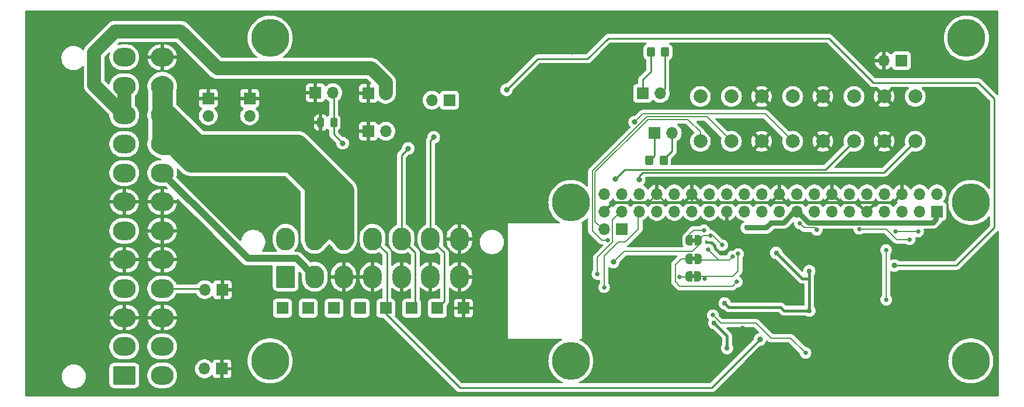
<source format=gbr>
%TF.GenerationSoftware,KiCad,Pcbnew,8.0.3*%
%TF.CreationDate,2024-11-03T20:58:55+01:00*%
%TF.ProjectId,Rev2_RGB2HDMI,52657632-5f52-4474-9232-48444d492e6b,rev?*%
%TF.SameCoordinates,Original*%
%TF.FileFunction,Copper,L1,Top*%
%TF.FilePolarity,Positive*%
%FSLAX46Y46*%
G04 Gerber Fmt 4.6, Leading zero omitted, Abs format (unit mm)*
G04 Created by KiCad (PCBNEW 8.0.3) date 2024-11-03 20:58:55*
%MOMM*%
%LPD*%
G01*
G04 APERTURE LIST*
G04 Aperture macros list*
%AMRoundRect*
0 Rectangle with rounded corners*
0 $1 Rounding radius*
0 $2 $3 $4 $5 $6 $7 $8 $9 X,Y pos of 4 corners*
0 Add a 4 corners polygon primitive as box body*
4,1,4,$2,$3,$4,$5,$6,$7,$8,$9,$2,$3,0*
0 Add four circle primitives for the rounded corners*
1,1,$1+$1,$2,$3*
1,1,$1+$1,$4,$5*
1,1,$1+$1,$6,$7*
1,1,$1+$1,$8,$9*
0 Add four rect primitives between the rounded corners*
20,1,$1+$1,$2,$3,$4,$5,0*
20,1,$1+$1,$4,$5,$6,$7,0*
20,1,$1+$1,$6,$7,$8,$9,0*
20,1,$1+$1,$8,$9,$2,$3,0*%
%AMFreePoly0*
4,1,19,0.500000,-0.750000,0.000000,-0.750000,0.000000,-0.744911,-0.071157,-0.744911,-0.207708,-0.704816,-0.327430,-0.627875,-0.420627,-0.520320,-0.479746,-0.390866,-0.500000,-0.250000,-0.500000,0.250000,-0.479746,0.390866,-0.420627,0.520320,-0.327430,0.627875,-0.207708,0.704816,-0.071157,0.744911,0.000000,0.744911,0.000000,0.750000,0.500000,0.750000,0.500000,-0.750000,0.500000,-0.750000,
$1*%
%AMFreePoly1*
4,1,19,0.000000,0.744911,0.071157,0.744911,0.207708,0.704816,0.327430,0.627875,0.420627,0.520320,0.479746,0.390866,0.500000,0.250000,0.500000,-0.250000,0.479746,-0.390866,0.420627,-0.520320,0.327430,-0.627875,0.207708,-0.704816,0.071157,-0.744911,0.000000,-0.744911,0.000000,-0.750000,-0.500000,-0.750000,-0.500000,0.750000,0.000000,0.750000,0.000000,0.744911,0.000000,0.744911,
$1*%
G04 Aperture macros list end*
%TA.AperFunction,EtchedComponent*%
%ADD10C,0.000000*%
%TD*%
%TA.AperFunction,ComponentPad*%
%ADD11R,1.700000X1.700000*%
%TD*%
%TA.AperFunction,ComponentPad*%
%ADD12O,1.700000X1.700000*%
%TD*%
%TA.AperFunction,ComponentPad*%
%ADD13C,2.000000*%
%TD*%
%TA.AperFunction,SMDPad,CuDef*%
%ADD14FreePoly0,180.000000*%
%TD*%
%TA.AperFunction,SMDPad,CuDef*%
%ADD15FreePoly1,180.000000*%
%TD*%
%TA.AperFunction,ComponentPad*%
%ADD16C,5.500000*%
%TD*%
%TA.AperFunction,SMDPad,CuDef*%
%ADD17RoundRect,0.250000X0.325000X0.450000X-0.325000X0.450000X-0.325000X-0.450000X0.325000X-0.450000X0*%
%TD*%
%TA.AperFunction,ComponentPad*%
%ADD18RoundRect,0.250001X1.399999X-1.099999X1.399999X1.099999X-1.399999X1.099999X-1.399999X-1.099999X0*%
%TD*%
%TA.AperFunction,ComponentPad*%
%ADD19O,3.300000X2.700000*%
%TD*%
%TA.AperFunction,SMDPad,CuDef*%
%ADD20RoundRect,0.243750X-0.243750X-0.456250X0.243750X-0.456250X0.243750X0.456250X-0.243750X0.456250X0*%
%TD*%
%TA.AperFunction,ComponentPad*%
%ADD21O,2.700000X3.300000*%
%TD*%
%TA.AperFunction,ComponentPad*%
%ADD22RoundRect,0.250001X-1.099999X-1.399999X1.099999X-1.399999X1.099999X1.399999X-1.099999X1.399999X0*%
%TD*%
%TA.AperFunction,ViaPad*%
%ADD23C,0.800000*%
%TD*%
%TA.AperFunction,ViaPad*%
%ADD24C,0.762000*%
%TD*%
%TA.AperFunction,ViaPad*%
%ADD25C,0.660400*%
%TD*%
%TA.AperFunction,Conductor*%
%ADD26C,0.250000*%
%TD*%
%TA.AperFunction,Conductor*%
%ADD27C,0.381000*%
%TD*%
%TA.AperFunction,Conductor*%
%ADD28C,2.000000*%
%TD*%
%TA.AperFunction,Conductor*%
%ADD29C,1.000000*%
%TD*%
%TA.AperFunction,Conductor*%
%ADD30C,0.203200*%
%TD*%
%TA.AperFunction,Conductor*%
%ADD31C,0.762000*%
%TD*%
%TA.AperFunction,Conductor*%
%ADD32C,3.000000*%
%TD*%
G04 APERTURE END LIST*
D10*
%TA.AperFunction,EtchedComponent*%
%TO.C,JP4*%
G36*
X171646525Y-78306825D02*
G01*
X171146525Y-78306825D01*
X171146525Y-77706825D01*
X171646525Y-77706825D01*
X171646525Y-78306825D01*
G37*
%TD.AperFunction*%
%TA.AperFunction,EtchedComponent*%
%TO.C,JP1*%
G36*
X171646525Y-75665225D02*
G01*
X171146525Y-75665225D01*
X171146525Y-75065225D01*
X171646525Y-75065225D01*
X171646525Y-75665225D01*
G37*
%TD.AperFunction*%
%TA.AperFunction,EtchedComponent*%
%TO.C,JP2*%
G36*
X171595725Y-80872225D02*
G01*
X171095725Y-80872225D01*
X171095725Y-80272225D01*
X171595725Y-80272225D01*
X171595725Y-80872225D01*
G37*
%TD.AperFunction*%
%TD*%
D11*
%TO.P,P1,1,P1*%
%TO.N,/3V3*%
X206694475Y-71144091D03*
D12*
%TO.P,P1,2,P2*%
%TO.N,/VCC*%
X206694475Y-68604091D03*
%TO.P,P1,3,P3*%
%TO.N,/GPIO2_Q00*%
X204154475Y-71144091D03*
%TO.P,P1,4,P4*%
%TO.N,/VCC*%
X204154475Y-68604091D03*
%TO.P,P1,5,P5*%
%TO.N,/GPIO3_Q01*%
X201614475Y-71144091D03*
%TO.P,P1,6,P6*%
%TO.N,GND*%
X201614475Y-68604091D03*
%TO.P,P1,7,P7*%
%TO.N,/GPIO4_Q02*%
X199074475Y-71144091D03*
%TO.P,P1,8,P8*%
%TO.N,/TxD*%
X199074475Y-68604091D03*
%TO.P,P1,9,P9*%
%TO.N,GND*%
X196534475Y-71144091D03*
%TO.P,P1,10,P10*%
%TO.N,/RxD*%
X196534475Y-68604091D03*
%TO.P,P1,11,P11*%
%TO.N,/GPIO17_psync*%
X193994475Y-71144091D03*
%TO.P,P1,12,P12*%
%TO.N,/GPIO18_Version*%
X193994475Y-68604091D03*
%TO.P,P1,13,P13*%
%TO.N,/GPIO27_genlock*%
X191454475Y-71144091D03*
%TO.P,P1,14,P14*%
%TO.N,GND*%
X191454475Y-68604091D03*
%TO.P,P1,15,P15*%
%TO.N,/GPIO22_analog*%
X188914475Y-71144091D03*
%TO.P,P1,16,P16*%
%TO.N,/GPIO23_csync*%
X188914475Y-68604091D03*
%TO.P,P1,17,P17*%
%TO.N,/3V3*%
X186374475Y-71144091D03*
%TO.P,P1,18,P18*%
%TO.N,/GPIO24_mux*%
X186374475Y-68604091D03*
%TO.P,P1,19,P19*%
%TO.N,/GPIO10_Q08*%
X183834475Y-71144091D03*
%TO.P,P1,20,P20*%
%TO.N,GND*%
X183834475Y-68604091D03*
%TO.P,P1,21,P21*%
%TO.N,/GPIO9_Q07*%
X181294475Y-71144091D03*
%TO.P,P1,22,P22*%
%TO.N,/GPIO25_mode7*%
X181294475Y-68604091D03*
%TO.P,P1,23,P23*%
%TO.N,/GPIO11_Q09*%
X178754475Y-71144091D03*
%TO.P,P1,24,P24*%
%TO.N,/GPIO8_Q06*%
X178754475Y-68604091D03*
%TO.P,P1,25,P25*%
%TO.N,GND*%
X176214475Y-71144091D03*
%TO.P,P1,26,P26*%
%TO.N,/GPIO7_Q05*%
X176214475Y-68604091D03*
%TO.P,P1,27,P27*%
%TO.N,/GPIO0_sp_data*%
X173674475Y-71144091D03*
%TO.P,P1,28,P28*%
%TO.N,/GPIO1_sp_clken*%
X173674475Y-68604091D03*
%TO.P,P1,29,P29*%
%TO.N,/GPIO5_Q03*%
X171134475Y-71144091D03*
%TO.P,P1,30,P30*%
%TO.N,GND*%
X171134475Y-68604091D03*
%TO.P,P1,31,P31*%
%TO.N,/GPIO6_Q04*%
X168594475Y-71144091D03*
%TO.P,P1,32,P32*%
%TO.N,/GPIO12_Q10*%
X168594475Y-68604091D03*
%TO.P,P1,33,P33*%
%TO.N,/GPIO13_Q11*%
X166054475Y-71144091D03*
%TO.P,P1,34,P34*%
%TO.N,GND*%
X166054475Y-68604091D03*
%TO.P,P1,35,P35*%
%TO.N,/GPIO19*%
X163514475Y-71144091D03*
%TO.P,P1,36,P36*%
%TO.N,/GPIO16*%
X163514475Y-68604091D03*
%TO.P,P1,37,P37*%
%TO.N,/GPIO26*%
X160974475Y-71144091D03*
%TO.P,P1,38,P38*%
%TO.N,/GPIO20_sp_clk*%
X160974475Y-68604091D03*
%TO.P,P1,39,P39*%
%TO.N,GND*%
X158434475Y-71144091D03*
%TO.P,P1,40,P40*%
%TO.N,/GPIO21_clk*%
X158434475Y-68604091D03*
%TD*%
D11*
%TO.P,J10,1,Pin_1*%
%TO.N,/GPIO25_mode7*%
X165750000Y-59750000D03*
D12*
%TO.P,J10,2,Pin_2*%
%TO.N,Net-(D2-K)*%
X168290000Y-59750000D03*
%TD*%
D13*
%TO.P,SW2,1,1*%
%TO.N,GND*%
X190138402Y-60962202D03*
X190138402Y-54462202D03*
%TO.P,SW2,2,2*%
%TO.N,/GPIO26*%
X194638402Y-60962202D03*
X194638402Y-54462202D03*
%TD*%
%TO.P,SW4,1,1*%
%TO.N,Net-(P4-P2)*%
X172358402Y-60962202D03*
X172358402Y-54462202D03*
%TO.P,SW4,2,2*%
%TO.N,Net-(P4-P1)*%
X176858402Y-60962202D03*
X176858402Y-54462202D03*
%TD*%
D12*
%TO.P,J11,2,Pin_2*%
%TO.N,+3V3*%
X100460000Y-94000000D03*
D11*
%TO.P,J11,1,Pin_1*%
%TO.N,GND*%
X103000000Y-94000000D03*
%TD*%
%TO.P,J6,1,Pin_1*%
%TO.N,GND*%
X116540925Y-53913025D03*
D12*
%TO.P,J6,2,Pin_2*%
%TO.N,Net-(D4-A)*%
X119080925Y-53913025D03*
%TD*%
D11*
%TO.P,J4,1,Pin_1*%
%TO.N,GND*%
X124250000Y-53985025D03*
D12*
%TO.P,J4,2,Pin_2*%
%TO.N,+12V*%
X126790000Y-53985025D03*
%TD*%
D14*
%TO.P,JP4,1,A*%
%TO.N,/GPIO1_sp_clken*%
X172046525Y-78006825D03*
D15*
%TO.P,JP4,2,B*%
%TO.N,/CLKEN*%
X170746525Y-78006825D03*
%TD*%
D11*
%TO.P,J9,1,Pin_1*%
%TO.N,GND*%
X107000000Y-54725000D03*
D12*
%TO.P,J9,2,Pin_2*%
%TO.N,/VCC*%
X107000000Y-57265000D03*
%TD*%
D14*
%TO.P,JP1,1,A*%
%TO.N,/GPIO0_sp_data*%
X172046525Y-75365225D03*
D15*
%TO.P,JP1,2,B*%
%TO.N,/SPDATA*%
X170746525Y-75365225D03*
%TD*%
D16*
%TO.P,H1,1*%
%TO.N,N/C*%
X153590000Y-92850000D03*
%TD*%
D13*
%TO.P,SW3,1,1*%
%TO.N,GND*%
X181248402Y-60962202D03*
X181248402Y-54462202D03*
%TO.P,SW3,2,2*%
%TO.N,/GPIO19*%
X185748402Y-60962202D03*
X185748402Y-54462202D03*
%TD*%
D17*
%TO.P,D2,1,K*%
%TO.N,Net-(D2-K)*%
X167025000Y-63750000D03*
%TO.P,D2,2,A*%
%TO.N,/GPIO25_mode7*%
X164975000Y-63750000D03*
%TD*%
D18*
%TO.P,J1,1,1*%
%TO.N,+3V3*%
X88829925Y-94965025D03*
D19*
%TO.P,J1,2,2*%
X88829925Y-90765025D03*
%TO.P,J1,3,3*%
%TO.N,GND*%
X88829925Y-86565025D03*
%TO.P,J1,4,4*%
%TO.N,/VCC*%
X88829925Y-82365025D03*
%TO.P,J1,5,5*%
%TO.N,GND*%
X88829925Y-78165025D03*
%TO.P,J1,6,6*%
%TO.N,/VCC*%
X88829925Y-73965025D03*
%TO.P,J1,7,7*%
%TO.N,GND*%
X88829925Y-69765025D03*
%TO.P,J1,8,8*%
%TO.N,PGOOD*%
X88829925Y-65565025D03*
%TO.P,J1,9,9*%
%TO.N,unconnected-(J1-Pad9)*%
X88829925Y-61365025D03*
%TO.P,J1,10,10*%
%TO.N,+12V*%
X88829925Y-57165025D03*
%TO.P,J1,11,11*%
X88829925Y-52965025D03*
%TO.P,J1,12,12*%
%TO.N,+3V3*%
X88829925Y-48765025D03*
%TO.P,J1,13,13*%
X94329925Y-94965025D03*
%TO.P,J1,14,14*%
%TO.N,-12V*%
X94329925Y-90765025D03*
%TO.P,J1,15,15*%
%TO.N,GND*%
X94329925Y-86565025D03*
%TO.P,J1,16,16*%
%TO.N,Net-(J13-Pin_2)*%
X94329925Y-82365025D03*
%TO.P,J1,17,17*%
%TO.N,GND*%
X94329925Y-78165025D03*
%TO.P,J1,18,18*%
X94329925Y-73965025D03*
%TO.P,J1,19,19*%
X94329925Y-69765025D03*
%TO.P,J1,20,20*%
%TO.N,-5V*%
X94329925Y-65565025D03*
%TO.P,J1,21,21*%
%TO.N,/VCC*%
X94329925Y-61365025D03*
%TO.P,J1,22,22*%
X94329925Y-57165025D03*
%TO.P,J1,23,23*%
X94329925Y-52965025D03*
%TO.P,J1,24,24*%
%TO.N,GND*%
X94329925Y-48765025D03*
%TD*%
D16*
%TO.P,H1,1*%
%TO.N,N/C*%
X211590000Y-69850000D03*
%TD*%
D11*
%TO.P,J13,1,Pin_1*%
%TO.N,GND*%
X103040000Y-82500000D03*
D12*
%TO.P,J13,2,Pin_2*%
%TO.N,Net-(J13-Pin_2)*%
X100500000Y-82500000D03*
%TD*%
D11*
%TO.P,J8,1,Pin_1*%
%TO.N,GND*%
X124225000Y-59500000D03*
D12*
%TO.P,J8,2,Pin_2*%
%TO.N,+12V*%
X126765000Y-59500000D03*
%TD*%
D11*
%TO.P,P4,1,P1*%
%TO.N,Net-(P4-P1)*%
X160974475Y-73684091D03*
D12*
%TO.P,P4,2,P2*%
%TO.N,Net-(P4-P2)*%
X158434475Y-73684091D03*
%TD*%
D16*
%TO.P,H1,1*%
%TO.N,N/C*%
X153590000Y-69850000D03*
%TD*%
D17*
%TO.P,D1,1,K*%
%TO.N,Net-(D1-K)*%
X167225000Y-48000000D03*
%TO.P,D1,2,A*%
%TO.N,/GPIO27_genlock*%
X165175000Y-48000000D03*
%TD*%
D13*
%TO.P,SW1,1,1*%
%TO.N,GND*%
X199028402Y-60962202D03*
X199028402Y-54462202D03*
%TO.P,SW1,2,2*%
%TO.N,/GPIO16*%
X203528402Y-60962202D03*
X203528402Y-54462202D03*
%TD*%
D11*
%TO.P,J7,1,Pin_1*%
%TO.N,/GPIO27_genlock*%
X164000000Y-54000000D03*
D12*
%TO.P,J7,2,Pin_2*%
%TO.N,Net-(D1-K)*%
X166540000Y-54000000D03*
%TD*%
D11*
%TO.P,REF\u002A\u002A,1*%
%TO.N,/VCC*%
X123000000Y-85197848D03*
%TD*%
%TO.P,REF\u002A\u002A,1*%
%TO.N,/I_SYNC*%
X130500000Y-85197848D03*
%TD*%
D20*
%TO.P,D4,1,K*%
%TO.N,GND*%
X117312500Y-58250000D03*
%TO.P,D4,2,A*%
%TO.N,Net-(D4-A)*%
X119187500Y-58250000D03*
%TD*%
D11*
%TO.P,J3,1,Pin_1*%
%TO.N,/GPIO16*%
X201525000Y-49250000D03*
D12*
%TO.P,J3,2,Pin_2*%
%TO.N,GND*%
X198985000Y-49250000D03*
%TD*%
D11*
%TO.P,REF\u002A\u002A,1*%
%TO.N,/VSYNC*%
X126750000Y-85197848D03*
%TD*%
%TO.P,J12,1,Pin_1*%
%TO.N,Net-(D3-A)*%
X135975000Y-55000000D03*
D12*
%TO.P,J12,2,Pin_2*%
%TO.N,+12V*%
X133435000Y-55000000D03*
%TD*%
D11*
%TO.P,REF\u002A\u002A,1*%
%TO.N,-12V*%
X111750000Y-85197848D03*
%TD*%
%TO.P,REF\u002A\u002A,1*%
%TO.N,/I_G3*%
X134250000Y-85197848D03*
%TD*%
D16*
%TO.P,H1,1*%
%TO.N,N/C*%
X210959925Y-45985025D03*
%TD*%
D14*
%TO.P,JP2,1,A*%
%TO.N,/GPIO20_sp_clk*%
X171995725Y-80572225D03*
D15*
%TO.P,JP2,2,B*%
%TO.N,/SPCLK*%
X170695725Y-80572225D03*
%TD*%
D16*
%TO.P,H1,1*%
%TO.N,N/C*%
X109959925Y-45985025D03*
%TD*%
%TO.P,H1,1*%
%TO.N,N/C*%
X109959925Y-92850000D03*
%TD*%
D11*
%TO.P,REF\u002A\u002A,1*%
%TO.N,-5V*%
X119250000Y-85197848D03*
%TD*%
%TO.P,REF\u002A\u002A,1*%
%TO.N,GND*%
X138000000Y-85197848D03*
%TD*%
D16*
%TO.P,H1,1*%
%TO.N,N/C*%
X211590000Y-92850000D03*
%TD*%
D11*
%TO.P,J5,1,Pin_1*%
%TO.N,GND*%
X101000000Y-54725000D03*
D12*
%TO.P,J5,2,Pin_2*%
%TO.N,/VCC*%
X101000000Y-57265000D03*
%TD*%
D11*
%TO.P,REF\u002A\u002A,1*%
%TO.N,+12V*%
X115500000Y-85197848D03*
%TD*%
D21*
%TO.P,J2,1,Pin_1*%
%TO.N,GND*%
X137431552Y-80630000D03*
%TO.P,J2,2,Pin_2*%
X133231552Y-80630000D03*
%TO.P,J2,3,Pin_3*%
X129031552Y-80630000D03*
%TO.P,J2,4,Pin_4*%
X124831552Y-80630000D03*
%TO.P,J2,5,Pin_5*%
X120631552Y-80630000D03*
%TO.P,J2,6,Pin_6*%
%TO.N,-5V*%
X116431552Y-80630000D03*
D22*
%TO.P,J2,7,Pin_7*%
%TO.N,-12V*%
X112231552Y-80630000D03*
D21*
%TO.P,J2,8,Pin_8*%
%TO.N,GND*%
X137431552Y-75130000D03*
%TO.P,J2,9,Pin_9*%
%TO.N,/I_G3*%
X133231552Y-75130000D03*
%TO.P,J2,10,Pin_10*%
%TO.N,/I_SYNC*%
X129031552Y-75130000D03*
%TO.P,J2,11,Pin_11*%
%TO.N,/VSYNC*%
X124831552Y-75130000D03*
%TO.P,J2,12,Pin_12*%
%TO.N,/VCC*%
X120631552Y-75130000D03*
%TO.P,J2,13,Pin_13*%
X116431552Y-75130000D03*
%TO.P,J2,14,Pin_14*%
%TO.N,+12V*%
X112231552Y-75130000D03*
%TD*%
D23*
%TO.N,GND*%
X148951402Y-56652202D03*
X137500000Y-49000000D03*
X153701402Y-51152202D03*
D24*
X178490625Y-88077925D03*
D23*
X175148225Y-90051091D03*
X178848225Y-90451091D03*
X143250000Y-49000000D03*
X153701402Y-53902202D03*
X169248225Y-87451091D03*
X153800000Y-48000000D03*
X151951402Y-61152202D03*
X151951402Y-64902202D03*
X171280000Y-89480000D03*
%TO.N,/VSYNC*%
X181000000Y-89750000D03*
%TO.N,/G3*%
X144250000Y-53500000D03*
X200504127Y-79000000D03*
D25*
%TO.N,/SYNC*%
X202704325Y-75212825D03*
X195414525Y-73688825D03*
%TO.N,/GPIO0_sp_data*%
X173799125Y-74679429D03*
D23*
X159750000Y-78500000D03*
D25*
X175551725Y-76051025D03*
D24*
%TO.N,/3V3*%
X174367141Y-87362709D03*
X176242725Y-91000000D03*
X175899825Y-84496527D03*
X188164925Y-85555025D03*
X182638325Y-72774425D03*
X179087525Y-73511025D03*
X188155325Y-79810225D03*
X183364925Y-77155025D03*
D25*
%TO.N,/GPIO16*%
X187616725Y-91697425D03*
D23*
X163500000Y-66500000D03*
D25*
X174185325Y-86211025D03*
D23*
%TO.N,/GPIO19*%
X162838893Y-58168893D03*
D25*
X158406725Y-82156725D03*
%TO.N,/CLKEN*%
X177634525Y-81385025D03*
%TO.N,/SPDATA*%
X172889925Y-73892025D03*
%TO.N,/GPIO1_sp_clken*%
X173501438Y-76653512D03*
X177050325Y-77676625D03*
%TO.N,/GPIO20_sp_clk*%
X172959012Y-80955138D03*
X177842925Y-77321025D03*
%TO.N,/GPIO24_mux*%
X186803925Y-72901425D03*
X189267725Y-73841225D03*
%TO.N,/GPIO2_Q00*%
X200672335Y-74095225D03*
X203951525Y-74072425D03*
%TO.N,/GPIO18_Version*%
X199326125Y-83975825D03*
X199300725Y-76736825D03*
%TO.N,/SPCLK*%
X169379525Y-80648425D03*
%TO.N,/GPIO26*%
X157441525Y-80242025D03*
D23*
X160000000Y-66451100D03*
%TO.N,Net-(D4-A)*%
X120500000Y-61250000D03*
D25*
%TO.N,Net-(P4-P1)*%
X158940125Y-75314425D03*
D23*
%TO.N,/I_SYNC*%
X130000000Y-62000000D03*
%TO.N,/I_G3*%
X133690925Y-60390025D03*
%TD*%
D26*
%TO.N,/G3*%
X148750000Y-49000000D02*
X144250000Y-53500000D01*
X156000000Y-49000000D02*
X148750000Y-49000000D01*
X197460000Y-52460000D02*
X191000000Y-46000000D01*
X191000000Y-46000000D02*
X159000000Y-46000000D01*
X215000000Y-54750000D02*
X212710000Y-52460000D01*
X159000000Y-46000000D02*
X156000000Y-49000000D01*
X215000000Y-73500000D02*
X215000000Y-54750000D01*
X209500000Y-79000000D02*
X215000000Y-73500000D01*
X200504127Y-79000000D02*
X209500000Y-79000000D01*
X212710000Y-52460000D02*
X197460000Y-52460000D01*
%TO.N,Net-(D1-K)*%
X167225000Y-53315000D02*
X167225000Y-48000000D01*
X166540000Y-54000000D02*
X167225000Y-53315000D01*
%TO.N,/GPIO27_genlock*%
X165175000Y-50825000D02*
X164000000Y-52000000D01*
X164000000Y-52000000D02*
X164000000Y-54000000D01*
X165175000Y-48000000D02*
X165175000Y-50825000D01*
D27*
%TO.N,GND*%
X185000000Y-69851091D02*
X184851091Y-69851091D01*
X171048225Y-69851091D02*
X170000000Y-69851091D01*
X190250000Y-69851091D02*
X185000000Y-69851091D01*
X170000000Y-69851091D02*
X170000000Y-69738566D01*
X190250000Y-69808566D02*
X191454475Y-68604091D01*
X182587475Y-69851091D02*
X183834475Y-68604091D01*
X200298859Y-69851091D02*
X201464925Y-68685025D01*
X158284925Y-71225025D02*
X159658859Y-69851091D01*
D26*
X171134475Y-69764841D02*
X171048225Y-69851091D01*
D27*
X183834475Y-68834475D02*
X183834475Y-68604091D01*
X196384925Y-71225025D02*
X197758859Y-69851091D01*
X195010991Y-69851091D02*
X197758859Y-69851091D01*
X182500000Y-69851091D02*
X172250000Y-69851091D01*
X184851091Y-69851091D02*
X183834475Y-68834475D01*
X197758859Y-69851091D02*
X200298859Y-69851091D01*
X159658859Y-69851091D02*
X164800000Y-69851091D01*
X192701475Y-69851091D02*
X191454475Y-68604091D01*
X172250000Y-69851091D02*
X172250000Y-69719616D01*
X192750000Y-69851091D02*
X192701475Y-69851091D01*
X170000000Y-69851091D02*
X167278859Y-69851091D01*
D26*
X166054475Y-68604091D02*
X167278859Y-69828475D01*
D27*
X192750000Y-69851091D02*
X190250000Y-69851091D01*
D26*
X164807475Y-69851091D02*
X164800000Y-69851091D01*
X167278859Y-69828475D02*
X167278859Y-69851091D01*
D27*
X196384925Y-71225025D02*
X195010991Y-69851091D01*
X172250000Y-69719616D02*
X171134475Y-68604091D01*
X170000000Y-69738566D02*
X171134475Y-68604091D01*
D26*
X166054475Y-68604091D02*
X164807475Y-69851091D01*
D27*
X182500000Y-69851091D02*
X182587475Y-69851091D01*
X185000000Y-69851091D02*
X182500000Y-69851091D01*
X195010991Y-69851091D02*
X192750000Y-69851091D01*
X190250000Y-69851091D02*
X190250000Y-69808566D01*
X172250000Y-69851091D02*
X171048225Y-69851091D01*
D26*
X171134475Y-68604091D02*
X171134475Y-69764841D01*
D27*
X164800000Y-69851091D02*
X167278859Y-69851091D01*
D28*
%TO.N,+12V*%
X84459925Y-52795025D02*
X84459925Y-48040075D01*
X102344900Y-50370000D02*
X124669900Y-50370000D01*
X96974900Y-45000000D02*
X102344900Y-50370000D01*
X88829925Y-57165025D02*
X88829925Y-52965025D01*
X126724925Y-52425025D02*
X126724925Y-53985025D01*
X124669900Y-50370000D02*
X126724925Y-52425025D01*
X87500000Y-45000000D02*
X96974900Y-45000000D01*
X88829925Y-57165025D02*
X84459925Y-52795025D01*
X84459925Y-48040075D02*
X87500000Y-45000000D01*
D29*
%TO.N,-5V*%
X106750000Y-78000000D02*
X113801552Y-78000000D01*
X113801552Y-78000000D02*
X116431552Y-80630000D01*
X94329925Y-65565025D02*
X102514900Y-73750000D01*
X102514900Y-73764900D02*
X106750000Y-78000000D01*
X102514900Y-73750000D02*
X102514900Y-73764900D01*
D26*
%TO.N,/VSYNC*%
X181000000Y-89750000D02*
X174000000Y-96750000D01*
X126750000Y-86000000D02*
X126750000Y-85197848D01*
X174000000Y-96750000D02*
X137500000Y-96750000D01*
X137500000Y-96750000D02*
X126750000Y-86000000D01*
X126910000Y-77208448D02*
X126910000Y-85197848D01*
X124831552Y-75130000D02*
X126910000Y-77208448D01*
D30*
%TO.N,/SYNC*%
X199326133Y-73688825D02*
X200850133Y-75212825D01*
X200850133Y-75212825D02*
X202704325Y-75212825D01*
X195414525Y-73688825D02*
X199326133Y-73688825D01*
%TO.N,/GPIO0_sp_data*%
X172732321Y-74679429D02*
X173799125Y-74679429D01*
X172046525Y-75365225D02*
X172046525Y-76120225D01*
X172046525Y-75365225D02*
X172732321Y-74679429D01*
X161299775Y-76950225D02*
X159750000Y-78500000D01*
X171216525Y-76950225D02*
X161299775Y-76950225D01*
X175551725Y-76051025D02*
X174180129Y-74679429D01*
X172046525Y-76120225D02*
X171216525Y-76950225D01*
X174180129Y-74679429D02*
X173799125Y-74679429D01*
D26*
%TO.N,Net-(D2-K)*%
X168290000Y-62397500D02*
X168290000Y-60500000D01*
X166937500Y-63750000D02*
X168290000Y-62397500D01*
D31*
%TO.N,/3V3*%
X186224925Y-71225025D02*
X185965725Y-71225025D01*
X181901725Y-73511025D02*
X182638325Y-72774425D01*
X182638325Y-72774425D02*
X184416325Y-72774425D01*
X185965725Y-71225025D02*
X184416325Y-72774425D01*
X186473725Y-71225025D02*
X188023125Y-72774425D01*
X206082525Y-72774425D02*
X206544925Y-72312025D01*
D27*
X188160525Y-85550625D02*
X188164925Y-85555025D01*
D31*
X186224925Y-71225025D02*
X186473725Y-71225025D01*
D27*
X183364925Y-77155025D02*
X187114925Y-80905025D01*
X184517925Y-85550625D02*
X188160525Y-85550625D01*
X188164925Y-80905025D02*
X188164925Y-85555025D01*
X187114925Y-80905025D02*
X188164925Y-80905025D01*
X188164925Y-79819825D02*
X188155325Y-79810225D01*
D31*
X188023125Y-72774425D02*
X206082525Y-72774425D01*
D27*
X188164925Y-80905025D02*
X188164925Y-79819825D01*
D31*
X206544925Y-72312025D02*
X206544925Y-71225025D01*
D27*
X175899825Y-84496527D02*
X176471323Y-85068025D01*
X176242725Y-91000000D02*
X176242725Y-89238293D01*
X176242725Y-89238293D02*
X174367141Y-87362709D01*
X176471323Y-85068025D02*
X184035325Y-85068025D01*
X184035325Y-85068025D02*
X184517925Y-85550625D01*
D31*
X179087525Y-73511025D02*
X181901725Y-73511025D01*
D26*
%TO.N,/GPIO16*%
X198990604Y-65500000D02*
X203528402Y-60962202D01*
X163500000Y-66000000D02*
X164000000Y-65500000D01*
D30*
X182625591Y-89551091D02*
X180453935Y-87379435D01*
D26*
X163500000Y-66500000D02*
X163500000Y-66000000D01*
D30*
X185470391Y-89551091D02*
X182625591Y-89551091D01*
X175353735Y-87379435D02*
X174185325Y-86211025D01*
X180453935Y-87379435D02*
X175353735Y-87379435D01*
X187616725Y-91697425D02*
X185470391Y-89551091D01*
D26*
X164000000Y-65500000D02*
X198990604Y-65500000D01*
D30*
%TO.N,/GPIO19*%
X162871107Y-58168893D02*
X164040000Y-57000000D01*
X181786200Y-57000000D02*
X185748402Y-60962202D01*
X160500639Y-75568425D02*
X161505525Y-75568425D01*
X158406725Y-77662339D02*
X160500639Y-75568425D01*
X162838893Y-58168893D02*
X162871107Y-58168893D01*
X162838893Y-58168893D02*
X162838893Y-58201107D01*
X158406725Y-82156725D02*
X158406725Y-77662339D01*
X161505525Y-75568425D02*
X163364925Y-73709025D01*
X164040000Y-57000000D02*
X181786200Y-57000000D01*
X163364925Y-73709025D02*
X163364925Y-71225025D01*
%TO.N,/CLKEN*%
X177634525Y-81385025D02*
X177024935Y-81994615D01*
X169379515Y-81994615D02*
X168744524Y-81359624D01*
X168744524Y-78870426D02*
X169608125Y-78006825D01*
X169608125Y-78006825D02*
X170746525Y-78006825D01*
X168744524Y-81359624D02*
X168744524Y-78870426D01*
X177024935Y-81994615D02*
X169379515Y-81994615D01*
%TO.N,/SPDATA*%
X171372133Y-73892025D02*
X170746525Y-74517633D01*
X172889925Y-73892025D02*
X171372133Y-73892025D01*
X170746525Y-74517633D02*
X170746525Y-75365225D01*
%TO.N,/GPIO1_sp_clken*%
X176542325Y-78184625D02*
X177050325Y-77676625D01*
X175043725Y-78184625D02*
X176542325Y-78184625D01*
X175032551Y-78184625D02*
X173501438Y-76653512D01*
X172224325Y-78184625D02*
X172046525Y-78006825D01*
X175043725Y-78184625D02*
X172224325Y-78184625D01*
X175043725Y-78184625D02*
X175032551Y-78184625D01*
%TO.N,/GPIO20_sp_clk*%
X177050325Y-80572225D02*
X172960925Y-80572225D01*
X172960925Y-80572225D02*
X171995725Y-80572225D01*
X177842925Y-79779625D02*
X177050325Y-80572225D01*
X172959012Y-80955138D02*
X172960925Y-80953225D01*
X177842925Y-77321025D02*
X177842925Y-79779625D01*
X172960925Y-80953225D02*
X172960925Y-80572225D01*
%TO.N,/GPIO24_mux*%
X187413526Y-73511026D02*
X188937526Y-73511026D01*
X188937526Y-73511026D02*
X189267725Y-73841225D01*
X186803925Y-72901425D02*
X187413526Y-73511026D01*
%TO.N,/GPIO2_Q00*%
X203951525Y-74072425D02*
X200695135Y-74072425D01*
X200695135Y-74072425D02*
X200672335Y-74095225D01*
%TO.N,/GPIO18_Version*%
X199300725Y-76736825D02*
X199300725Y-83950425D01*
X199300725Y-83950425D02*
X199326125Y-83975825D01*
%TO.N,/SPCLK*%
X170619525Y-80648425D02*
X170695725Y-80572225D01*
X169379525Y-80648425D02*
X170619525Y-80648425D01*
D26*
%TO.N,/GPIO25_mode7*%
X165062500Y-63750000D02*
X165750000Y-63062500D01*
X165750000Y-63062500D02*
X165750000Y-59750000D01*
D32*
%TO.N,/VCC*%
X116431552Y-67431552D02*
X116431552Y-70932152D01*
X118531552Y-67718448D02*
X119362450Y-66887550D01*
X118531552Y-73030000D02*
X118531552Y-67718448D01*
X119362450Y-66887550D02*
X120631552Y-68156652D01*
X98514975Y-64000000D02*
X113000000Y-64000000D01*
X99437277Y-61485025D02*
X113959925Y-61485025D01*
X94329925Y-57085025D02*
X94329925Y-61285025D01*
X118531552Y-73030000D02*
X116431552Y-75130000D01*
X94329925Y-57165025D02*
X95117277Y-57165025D01*
X120631552Y-68156652D02*
X120631552Y-75130000D01*
D29*
X116400000Y-76000000D02*
X116400000Y-75611100D01*
D32*
X99437277Y-61485025D02*
X96000000Y-61485025D01*
X113000000Y-64000000D02*
X116431552Y-67431552D01*
X96000000Y-61485025D02*
X98514975Y-64000000D01*
X113959925Y-61485025D02*
X119362450Y-66887550D01*
X94329925Y-61365025D02*
X94449925Y-61485025D01*
X94329925Y-52885025D02*
X94329925Y-57085025D01*
X95117277Y-57165025D02*
X99437277Y-61485025D01*
X94449925Y-61485025D02*
X99437277Y-61485025D01*
X120631552Y-75130000D02*
X118531552Y-73030000D01*
X116431552Y-70932152D02*
X116431552Y-75130000D01*
D30*
%TO.N,/GPIO26*%
X159648225Y-72401725D02*
X159648225Y-75596925D01*
D26*
X161401100Y-65050000D02*
X159951100Y-66500000D01*
D30*
X160824925Y-71225025D02*
X159648225Y-72401725D01*
X159648225Y-75596925D02*
X157441525Y-77803625D01*
D26*
X194638402Y-60962202D02*
X190550604Y-65050000D01*
X190550604Y-65050000D02*
X161401100Y-65050000D01*
D30*
X157441525Y-77803625D02*
X157441525Y-80242025D01*
D26*
%TO.N,Net-(D4-A)*%
X120500000Y-61250000D02*
X119187500Y-59937500D01*
X119187500Y-54019600D02*
X119080925Y-53913025D01*
X119187500Y-59937500D02*
X119187500Y-57785100D01*
X119187500Y-58250000D02*
X119187500Y-54019600D01*
D30*
%TO.N,Net-(P4-P2)*%
X157110000Y-72610000D02*
X158265025Y-73765025D01*
X157110000Y-65460210D02*
X157110000Y-72610000D01*
X172358402Y-60962202D02*
X172358402Y-59608402D01*
X158265025Y-73765025D02*
X158284925Y-73765025D01*
X164763810Y-57806400D02*
X157110000Y-65460210D01*
X170556400Y-57806400D02*
X164763810Y-57806400D01*
X172358402Y-59608402D02*
X170556400Y-57806400D01*
%TO.N,Net-(P4-P1)*%
X164596800Y-57403200D02*
X173299400Y-57403200D01*
X156706800Y-65293200D02*
X164596800Y-57403200D01*
X158064425Y-75314425D02*
X156706800Y-73956800D01*
X156706800Y-73956800D02*
X156706800Y-65293200D01*
X173299400Y-57403200D02*
X176858402Y-60962202D01*
X158940125Y-75314425D02*
X158064425Y-75314425D01*
D26*
%TO.N,/I_SYNC*%
X129031552Y-75130000D02*
X131000000Y-77098448D01*
X130000000Y-62000000D02*
X129031552Y-62968448D01*
X131000000Y-77098448D02*
X131000000Y-84697848D01*
X131000000Y-84697848D02*
X130500000Y-85197848D01*
X129031552Y-62968448D02*
X129031552Y-75130000D01*
%TO.N,/I_G3*%
X135250000Y-77148448D02*
X135250000Y-84197848D01*
X133231552Y-75130000D02*
X135250000Y-77148448D01*
X133200000Y-60880950D02*
X133200000Y-75098448D01*
X135250000Y-84197848D02*
X134250000Y-85197848D01*
X133200000Y-75098448D02*
X133231552Y-75130000D01*
X133690925Y-60390025D02*
X133200000Y-60880950D01*
%TO.N,Net-(J13-Pin_2)*%
X100250000Y-82500000D02*
X100115025Y-82365025D01*
X100500000Y-82500000D02*
X100250000Y-82500000D01*
X100115025Y-82365025D02*
X94329925Y-82365025D01*
%TD*%
%TA.AperFunction,Conductor*%
%TO.N,GND*%
G36*
X159786380Y-69277606D02*
G01*
X159808279Y-69302878D01*
X159898753Y-69441359D01*
X159898758Y-69441364D01*
X159898759Y-69441367D01*
X160043963Y-69599098D01*
X160051235Y-69606997D01*
X160228899Y-69745280D01*
X160228904Y-69745282D01*
X160228906Y-69745284D01*
X160265405Y-69765037D01*
X160314995Y-69814256D01*
X160330103Y-69882473D01*
X160305932Y-69948028D01*
X160265405Y-69983145D01*
X160228906Y-70002897D01*
X160228897Y-70002903D01*
X160051236Y-70141183D01*
X160051231Y-70141188D01*
X159898759Y-70306814D01*
X159898751Y-70306825D01*
X159804726Y-70450741D01*
X159751580Y-70496098D01*
X159682348Y-70505521D01*
X159619013Y-70476019D01*
X159599343Y-70454042D01*
X159472588Y-70273017D01*
X159472583Y-70273011D01*
X159305557Y-70105985D01*
X159124672Y-69979327D01*
X159081047Y-69924750D01*
X159073855Y-69855251D01*
X159105377Y-69792897D01*
X159136775Y-69768699D01*
X159180051Y-69745280D01*
X159357715Y-69606997D01*
X159479069Y-69475173D01*
X159510190Y-69441367D01*
X159510190Y-69441366D01*
X159510197Y-69441359D01*
X159600668Y-69302881D01*
X159653813Y-69257528D01*
X159723044Y-69248104D01*
X159786380Y-69277606D01*
G37*
%TD.AperFunction*%
%TA.AperFunction,Conductor*%
G36*
X177566380Y-69277606D02*
G01*
X177588279Y-69302878D01*
X177678753Y-69441359D01*
X177678758Y-69441364D01*
X177678759Y-69441367D01*
X177823963Y-69599098D01*
X177831235Y-69606997D01*
X178008899Y-69745280D01*
X178008904Y-69745282D01*
X178008906Y-69745284D01*
X178045405Y-69765037D01*
X178094995Y-69814256D01*
X178110103Y-69882473D01*
X178085932Y-69948028D01*
X178045405Y-69983145D01*
X178008906Y-70002897D01*
X178008897Y-70002903D01*
X177831236Y-70141183D01*
X177831231Y-70141188D01*
X177678759Y-70306814D01*
X177678751Y-70306825D01*
X177584726Y-70450741D01*
X177531580Y-70496098D01*
X177462348Y-70505521D01*
X177399013Y-70476019D01*
X177379343Y-70454042D01*
X177252588Y-70273017D01*
X177252583Y-70273011D01*
X177085557Y-70105985D01*
X176904672Y-69979327D01*
X176861047Y-69924750D01*
X176853855Y-69855251D01*
X176885377Y-69792897D01*
X176916775Y-69768699D01*
X176960051Y-69745280D01*
X177137715Y-69606997D01*
X177259069Y-69475173D01*
X177290190Y-69441367D01*
X177290190Y-69441366D01*
X177290197Y-69441359D01*
X177380668Y-69302881D01*
X177433813Y-69257528D01*
X177503044Y-69248104D01*
X177566380Y-69277606D01*
G37*
%TD.AperFunction*%
%TA.AperFunction,Conductor*%
G36*
X197886380Y-69277606D02*
G01*
X197908279Y-69302878D01*
X197998753Y-69441359D01*
X197998758Y-69441364D01*
X197998759Y-69441367D01*
X198143963Y-69599098D01*
X198151235Y-69606997D01*
X198328899Y-69745280D01*
X198328904Y-69745282D01*
X198328906Y-69745284D01*
X198365405Y-69765037D01*
X198414995Y-69814256D01*
X198430103Y-69882473D01*
X198405932Y-69948028D01*
X198365405Y-69983145D01*
X198328906Y-70002897D01*
X198328897Y-70002903D01*
X198151236Y-70141183D01*
X198151231Y-70141188D01*
X197998759Y-70306814D01*
X197998751Y-70306825D01*
X197904726Y-70450741D01*
X197851580Y-70496098D01*
X197782348Y-70505521D01*
X197719013Y-70476019D01*
X197699343Y-70454042D01*
X197572588Y-70273017D01*
X197572583Y-70273011D01*
X197405557Y-70105985D01*
X197224672Y-69979327D01*
X197181047Y-69924750D01*
X197173855Y-69855251D01*
X197205377Y-69792897D01*
X197236775Y-69768699D01*
X197280051Y-69745280D01*
X197457715Y-69606997D01*
X197579069Y-69475173D01*
X197610190Y-69441367D01*
X197610190Y-69441366D01*
X197610197Y-69441359D01*
X197700668Y-69302881D01*
X197753813Y-69257528D01*
X197823044Y-69248104D01*
X197886380Y-69277606D01*
G37*
%TD.AperFunction*%
%TA.AperFunction,Conductor*%
G36*
X175026380Y-69277606D02*
G01*
X175048279Y-69302878D01*
X175138753Y-69441359D01*
X175138758Y-69441364D01*
X175138759Y-69441367D01*
X175283963Y-69599098D01*
X175291235Y-69606997D01*
X175468899Y-69745280D01*
X175500100Y-69762165D01*
X175512170Y-69768697D01*
X175561761Y-69817916D01*
X175576869Y-69886133D01*
X175552699Y-69951688D01*
X175524277Y-69979327D01*
X175343397Y-70105981D01*
X175343395Y-70105982D01*
X175176366Y-70273011D01*
X175176365Y-70273013D01*
X175049606Y-70454043D01*
X174995029Y-70497668D01*
X174925530Y-70504860D01*
X174863176Y-70473338D01*
X174844227Y-70450747D01*
X174750197Y-70306823D01*
X174750190Y-70306816D01*
X174750190Y-70306814D01*
X174597718Y-70141188D01*
X174597713Y-70141183D01*
X174420052Y-70002903D01*
X174420053Y-70002903D01*
X174420051Y-70002902D01*
X174383545Y-69983146D01*
X174333954Y-69933927D01*
X174318846Y-69865710D01*
X174343016Y-69800155D01*
X174383545Y-69765036D01*
X174388850Y-69762165D01*
X174420051Y-69745280D01*
X174597715Y-69606997D01*
X174719069Y-69475173D01*
X174750190Y-69441367D01*
X174750190Y-69441366D01*
X174750197Y-69441359D01*
X174840668Y-69302881D01*
X174893813Y-69257528D01*
X174963044Y-69248104D01*
X175026380Y-69277606D01*
G37*
%TD.AperFunction*%
%TA.AperFunction,Conductor*%
G36*
X195346380Y-69277606D02*
G01*
X195368279Y-69302878D01*
X195458753Y-69441359D01*
X195458758Y-69441364D01*
X195458759Y-69441367D01*
X195603963Y-69599098D01*
X195611235Y-69606997D01*
X195788899Y-69745280D01*
X195820100Y-69762165D01*
X195832170Y-69768697D01*
X195881761Y-69817916D01*
X195896869Y-69886133D01*
X195872699Y-69951688D01*
X195844277Y-69979327D01*
X195663397Y-70105981D01*
X195663395Y-70105982D01*
X195496366Y-70273011D01*
X195496365Y-70273013D01*
X195369606Y-70454043D01*
X195315029Y-70497668D01*
X195245530Y-70504860D01*
X195183176Y-70473338D01*
X195164227Y-70450747D01*
X195070197Y-70306823D01*
X195070190Y-70306816D01*
X195070190Y-70306814D01*
X194917718Y-70141188D01*
X194917713Y-70141183D01*
X194740052Y-70002903D01*
X194740053Y-70002903D01*
X194740051Y-70002902D01*
X194703545Y-69983146D01*
X194653954Y-69933927D01*
X194638846Y-69865710D01*
X194663016Y-69800155D01*
X194703545Y-69765036D01*
X194708850Y-69762165D01*
X194740051Y-69745280D01*
X194917715Y-69606997D01*
X195039069Y-69475173D01*
X195070190Y-69441367D01*
X195070190Y-69441366D01*
X195070197Y-69441359D01*
X195160668Y-69302881D01*
X195213813Y-69257528D01*
X195283044Y-69248104D01*
X195346380Y-69277606D01*
G37*
%TD.AperFunction*%
%TA.AperFunction,Conductor*%
G36*
X162326380Y-69277606D02*
G01*
X162348279Y-69302878D01*
X162438753Y-69441359D01*
X162438758Y-69441364D01*
X162438759Y-69441367D01*
X162583963Y-69599098D01*
X162591235Y-69606997D01*
X162768899Y-69745280D01*
X162768904Y-69745282D01*
X162768906Y-69745284D01*
X162805405Y-69765037D01*
X162854995Y-69814256D01*
X162870103Y-69882473D01*
X162845932Y-69948028D01*
X162805405Y-69983145D01*
X162768906Y-70002897D01*
X162768897Y-70002903D01*
X162591236Y-70141183D01*
X162591231Y-70141188D01*
X162438759Y-70306814D01*
X162438751Y-70306825D01*
X162348283Y-70445297D01*
X162295137Y-70490653D01*
X162225906Y-70500077D01*
X162162570Y-70470575D01*
X162140667Y-70445297D01*
X162050198Y-70306825D01*
X162050190Y-70306814D01*
X161897718Y-70141188D01*
X161897713Y-70141183D01*
X161720052Y-70002903D01*
X161720053Y-70002903D01*
X161720051Y-70002902D01*
X161683545Y-69983146D01*
X161633954Y-69933927D01*
X161618846Y-69865710D01*
X161643016Y-69800155D01*
X161683545Y-69765036D01*
X161688850Y-69762165D01*
X161720051Y-69745280D01*
X161897715Y-69606997D01*
X162019069Y-69475173D01*
X162050190Y-69441367D01*
X162050190Y-69441366D01*
X162050197Y-69441359D01*
X162140668Y-69302881D01*
X162193813Y-69257528D01*
X162263044Y-69248104D01*
X162326380Y-69277606D01*
G37*
%TD.AperFunction*%
%TA.AperFunction,Conductor*%
G36*
X164869936Y-69272163D02*
G01*
X164889605Y-69294139D01*
X165016365Y-69475169D01*
X165183392Y-69642196D01*
X165364277Y-69768854D01*
X165407902Y-69823431D01*
X165415094Y-69892930D01*
X165383572Y-69955284D01*
X165352172Y-69979483D01*
X165308902Y-70002900D01*
X165308897Y-70002903D01*
X165131236Y-70141183D01*
X165131231Y-70141188D01*
X164978759Y-70306814D01*
X164978751Y-70306825D01*
X164888283Y-70445297D01*
X164835137Y-70490653D01*
X164765906Y-70500077D01*
X164702570Y-70470575D01*
X164680667Y-70445297D01*
X164590198Y-70306825D01*
X164590190Y-70306814D01*
X164437718Y-70141188D01*
X164437713Y-70141183D01*
X164260052Y-70002903D01*
X164260053Y-70002903D01*
X164260051Y-70002902D01*
X164223545Y-69983146D01*
X164173954Y-69933927D01*
X164158846Y-69865710D01*
X164183016Y-69800155D01*
X164223545Y-69765036D01*
X164228850Y-69762165D01*
X164260051Y-69745280D01*
X164437715Y-69606997D01*
X164559069Y-69475173D01*
X164590190Y-69441367D01*
X164590190Y-69441366D01*
X164590197Y-69441359D01*
X164684224Y-69297438D01*
X164737369Y-69252085D01*
X164806600Y-69242661D01*
X164869936Y-69272163D01*
G37*
%TD.AperFunction*%
%TA.AperFunction,Conductor*%
G36*
X167405773Y-69274844D02*
G01*
X167424726Y-69297441D01*
X167518751Y-69441356D01*
X167518759Y-69441367D01*
X167663963Y-69599098D01*
X167671235Y-69606997D01*
X167848899Y-69745280D01*
X167848904Y-69745282D01*
X167848906Y-69745284D01*
X167885405Y-69765037D01*
X167934995Y-69814256D01*
X167950103Y-69882473D01*
X167925932Y-69948028D01*
X167885405Y-69983145D01*
X167848906Y-70002897D01*
X167848897Y-70002903D01*
X167671236Y-70141183D01*
X167671231Y-70141188D01*
X167518759Y-70306814D01*
X167518751Y-70306825D01*
X167428283Y-70445297D01*
X167375137Y-70490653D01*
X167305906Y-70500077D01*
X167242570Y-70470575D01*
X167220667Y-70445297D01*
X167130198Y-70306825D01*
X167130190Y-70306814D01*
X166977718Y-70141188D01*
X166977713Y-70141183D01*
X166800052Y-70002903D01*
X166800052Y-70002902D01*
X166756778Y-69979484D01*
X166707188Y-69930264D01*
X166692080Y-69862048D01*
X166716250Y-69796492D01*
X166744673Y-69768854D01*
X166925554Y-69642199D01*
X167092580Y-69475173D01*
X167219343Y-69294139D01*
X167273920Y-69250514D01*
X167343419Y-69243322D01*
X167405773Y-69274844D01*
G37*
%TD.AperFunction*%
%TA.AperFunction,Conductor*%
G36*
X169949936Y-69272163D02*
G01*
X169969605Y-69294139D01*
X170096365Y-69475169D01*
X170263392Y-69642196D01*
X170444277Y-69768854D01*
X170487902Y-69823431D01*
X170495094Y-69892930D01*
X170463572Y-69955284D01*
X170432172Y-69979483D01*
X170388902Y-70002900D01*
X170388897Y-70002903D01*
X170211236Y-70141183D01*
X170211231Y-70141188D01*
X170058759Y-70306814D01*
X170058751Y-70306825D01*
X169968283Y-70445297D01*
X169915137Y-70490653D01*
X169845906Y-70500077D01*
X169782570Y-70470575D01*
X169760667Y-70445297D01*
X169670198Y-70306825D01*
X169670190Y-70306814D01*
X169517718Y-70141188D01*
X169517713Y-70141183D01*
X169340052Y-70002903D01*
X169340053Y-70002903D01*
X169340051Y-70002902D01*
X169303545Y-69983146D01*
X169253954Y-69933927D01*
X169238846Y-69865710D01*
X169263016Y-69800155D01*
X169303545Y-69765036D01*
X169308850Y-69762165D01*
X169340051Y-69745280D01*
X169517715Y-69606997D01*
X169639069Y-69475173D01*
X169670190Y-69441367D01*
X169670190Y-69441366D01*
X169670197Y-69441359D01*
X169764224Y-69297438D01*
X169817369Y-69252085D01*
X169886600Y-69242661D01*
X169949936Y-69272163D01*
G37*
%TD.AperFunction*%
%TA.AperFunction,Conductor*%
G36*
X172485773Y-69274844D02*
G01*
X172504726Y-69297441D01*
X172598751Y-69441356D01*
X172598759Y-69441367D01*
X172743963Y-69599098D01*
X172751235Y-69606997D01*
X172928899Y-69745280D01*
X172928904Y-69745282D01*
X172928906Y-69745284D01*
X172965405Y-69765037D01*
X173014995Y-69814256D01*
X173030103Y-69882473D01*
X173005932Y-69948028D01*
X172965405Y-69983145D01*
X172928906Y-70002897D01*
X172928897Y-70002903D01*
X172751236Y-70141183D01*
X172751231Y-70141188D01*
X172598759Y-70306814D01*
X172598751Y-70306825D01*
X172508283Y-70445297D01*
X172455137Y-70490653D01*
X172385906Y-70500077D01*
X172322570Y-70470575D01*
X172300667Y-70445297D01*
X172210198Y-70306825D01*
X172210190Y-70306814D01*
X172057718Y-70141188D01*
X172057713Y-70141183D01*
X171880052Y-70002903D01*
X171880052Y-70002902D01*
X171836778Y-69979484D01*
X171787188Y-69930264D01*
X171772080Y-69862048D01*
X171796250Y-69796492D01*
X171824673Y-69768854D01*
X172005554Y-69642199D01*
X172172580Y-69475173D01*
X172299343Y-69294139D01*
X172353920Y-69250514D01*
X172423419Y-69243322D01*
X172485773Y-69274844D01*
G37*
%TD.AperFunction*%
%TA.AperFunction,Conductor*%
G36*
X180106380Y-69277606D02*
G01*
X180128279Y-69302878D01*
X180218753Y-69441359D01*
X180218758Y-69441364D01*
X180218759Y-69441367D01*
X180363963Y-69599098D01*
X180371235Y-69606997D01*
X180548899Y-69745280D01*
X180548904Y-69745282D01*
X180548906Y-69745284D01*
X180585405Y-69765037D01*
X180634995Y-69814256D01*
X180650103Y-69882473D01*
X180625932Y-69948028D01*
X180585405Y-69983145D01*
X180548906Y-70002897D01*
X180548897Y-70002903D01*
X180371236Y-70141183D01*
X180371231Y-70141188D01*
X180218759Y-70306814D01*
X180218751Y-70306825D01*
X180128283Y-70445297D01*
X180075137Y-70490653D01*
X180005906Y-70500077D01*
X179942570Y-70470575D01*
X179920667Y-70445297D01*
X179830198Y-70306825D01*
X179830190Y-70306814D01*
X179677718Y-70141188D01*
X179677713Y-70141183D01*
X179500052Y-70002903D01*
X179500053Y-70002903D01*
X179500051Y-70002902D01*
X179463545Y-69983146D01*
X179413954Y-69933927D01*
X179398846Y-69865710D01*
X179423016Y-69800155D01*
X179463545Y-69765036D01*
X179468850Y-69762165D01*
X179500051Y-69745280D01*
X179677715Y-69606997D01*
X179799069Y-69475173D01*
X179830190Y-69441367D01*
X179830190Y-69441366D01*
X179830197Y-69441359D01*
X179920668Y-69302881D01*
X179973813Y-69257528D01*
X180043044Y-69248104D01*
X180106380Y-69277606D01*
G37*
%TD.AperFunction*%
%TA.AperFunction,Conductor*%
G36*
X182649936Y-69272163D02*
G01*
X182669605Y-69294139D01*
X182796365Y-69475169D01*
X182963392Y-69642196D01*
X183144277Y-69768854D01*
X183187902Y-69823431D01*
X183195094Y-69892930D01*
X183163572Y-69955284D01*
X183132172Y-69979483D01*
X183088902Y-70002900D01*
X183088897Y-70002903D01*
X182911236Y-70141183D01*
X182911231Y-70141188D01*
X182758759Y-70306814D01*
X182758751Y-70306825D01*
X182668283Y-70445297D01*
X182615137Y-70490653D01*
X182545906Y-70500077D01*
X182482570Y-70470575D01*
X182460667Y-70445297D01*
X182370198Y-70306825D01*
X182370190Y-70306814D01*
X182217718Y-70141188D01*
X182217713Y-70141183D01*
X182040052Y-70002903D01*
X182040053Y-70002903D01*
X182040051Y-70002902D01*
X182003545Y-69983146D01*
X181953954Y-69933927D01*
X181938846Y-69865710D01*
X181963016Y-69800155D01*
X182003545Y-69765036D01*
X182008850Y-69762165D01*
X182040051Y-69745280D01*
X182217715Y-69606997D01*
X182339069Y-69475173D01*
X182370190Y-69441367D01*
X182370190Y-69441366D01*
X182370197Y-69441359D01*
X182464224Y-69297438D01*
X182517369Y-69252085D01*
X182586600Y-69242661D01*
X182649936Y-69272163D01*
G37*
%TD.AperFunction*%
%TA.AperFunction,Conductor*%
G36*
X185185773Y-69274844D02*
G01*
X185204726Y-69297441D01*
X185298751Y-69441356D01*
X185298759Y-69441367D01*
X185443963Y-69599098D01*
X185451235Y-69606997D01*
X185628899Y-69745280D01*
X185628904Y-69745282D01*
X185628906Y-69745284D01*
X185665405Y-69765037D01*
X185714995Y-69814256D01*
X185730103Y-69882473D01*
X185705932Y-69948028D01*
X185665405Y-69983145D01*
X185628906Y-70002897D01*
X185628897Y-70002903D01*
X185451236Y-70141183D01*
X185451231Y-70141188D01*
X185298759Y-70306814D01*
X185298751Y-70306825D01*
X185208283Y-70445297D01*
X185155137Y-70490653D01*
X185085906Y-70500077D01*
X185022570Y-70470575D01*
X185000667Y-70445297D01*
X184910198Y-70306825D01*
X184910190Y-70306814D01*
X184757718Y-70141188D01*
X184757713Y-70141183D01*
X184580052Y-70002903D01*
X184580052Y-70002902D01*
X184536778Y-69979484D01*
X184487188Y-69930264D01*
X184472080Y-69862048D01*
X184496250Y-69796492D01*
X184524673Y-69768854D01*
X184705554Y-69642199D01*
X184872580Y-69475173D01*
X184999343Y-69294139D01*
X185053920Y-69250514D01*
X185123419Y-69243322D01*
X185185773Y-69274844D01*
G37*
%TD.AperFunction*%
%TA.AperFunction,Conductor*%
G36*
X187726380Y-69277606D02*
G01*
X187748279Y-69302878D01*
X187838753Y-69441359D01*
X187838758Y-69441364D01*
X187838759Y-69441367D01*
X187983963Y-69599098D01*
X187991235Y-69606997D01*
X188168899Y-69745280D01*
X188168904Y-69745282D01*
X188168906Y-69745284D01*
X188205405Y-69765037D01*
X188254995Y-69814256D01*
X188270103Y-69882473D01*
X188245932Y-69948028D01*
X188205405Y-69983145D01*
X188168906Y-70002897D01*
X188168897Y-70002903D01*
X187991236Y-70141183D01*
X187991231Y-70141188D01*
X187838759Y-70306814D01*
X187838751Y-70306825D01*
X187748283Y-70445297D01*
X187695137Y-70490653D01*
X187625906Y-70500077D01*
X187562570Y-70470575D01*
X187540667Y-70445297D01*
X187450198Y-70306825D01*
X187450190Y-70306814D01*
X187297718Y-70141188D01*
X187297713Y-70141183D01*
X187120052Y-70002903D01*
X187120053Y-70002903D01*
X187120051Y-70002902D01*
X187083545Y-69983146D01*
X187033954Y-69933927D01*
X187018846Y-69865710D01*
X187043016Y-69800155D01*
X187083545Y-69765036D01*
X187088850Y-69762165D01*
X187120051Y-69745280D01*
X187297715Y-69606997D01*
X187419069Y-69475173D01*
X187450190Y-69441367D01*
X187450190Y-69441366D01*
X187450197Y-69441359D01*
X187540668Y-69302881D01*
X187593813Y-69257528D01*
X187663044Y-69248104D01*
X187726380Y-69277606D01*
G37*
%TD.AperFunction*%
%TA.AperFunction,Conductor*%
G36*
X190269936Y-69272163D02*
G01*
X190289605Y-69294139D01*
X190416365Y-69475169D01*
X190583392Y-69642196D01*
X190764277Y-69768854D01*
X190807902Y-69823431D01*
X190815094Y-69892930D01*
X190783572Y-69955284D01*
X190752172Y-69979483D01*
X190708902Y-70002900D01*
X190708897Y-70002903D01*
X190531236Y-70141183D01*
X190531231Y-70141188D01*
X190378759Y-70306814D01*
X190378751Y-70306825D01*
X190288283Y-70445297D01*
X190235137Y-70490653D01*
X190165906Y-70500077D01*
X190102570Y-70470575D01*
X190080667Y-70445297D01*
X189990198Y-70306825D01*
X189990190Y-70306814D01*
X189837718Y-70141188D01*
X189837713Y-70141183D01*
X189660052Y-70002903D01*
X189660053Y-70002903D01*
X189660051Y-70002902D01*
X189623545Y-69983146D01*
X189573954Y-69933927D01*
X189558846Y-69865710D01*
X189583016Y-69800155D01*
X189623545Y-69765036D01*
X189628850Y-69762165D01*
X189660051Y-69745280D01*
X189837715Y-69606997D01*
X189959069Y-69475173D01*
X189990190Y-69441367D01*
X189990190Y-69441366D01*
X189990197Y-69441359D01*
X190084224Y-69297438D01*
X190137369Y-69252085D01*
X190206600Y-69242661D01*
X190269936Y-69272163D01*
G37*
%TD.AperFunction*%
%TA.AperFunction,Conductor*%
G36*
X192805773Y-69274844D02*
G01*
X192824726Y-69297441D01*
X192918751Y-69441356D01*
X192918759Y-69441367D01*
X193063963Y-69599098D01*
X193071235Y-69606997D01*
X193248899Y-69745280D01*
X193248904Y-69745282D01*
X193248906Y-69745284D01*
X193285405Y-69765037D01*
X193334995Y-69814256D01*
X193350103Y-69882473D01*
X193325932Y-69948028D01*
X193285405Y-69983145D01*
X193248906Y-70002897D01*
X193248897Y-70002903D01*
X193071236Y-70141183D01*
X193071231Y-70141188D01*
X192918759Y-70306814D01*
X192918751Y-70306825D01*
X192828283Y-70445297D01*
X192775137Y-70490653D01*
X192705906Y-70500077D01*
X192642570Y-70470575D01*
X192620667Y-70445297D01*
X192530198Y-70306825D01*
X192530190Y-70306814D01*
X192377718Y-70141188D01*
X192377713Y-70141183D01*
X192200052Y-70002903D01*
X192200052Y-70002902D01*
X192156778Y-69979484D01*
X192107188Y-69930264D01*
X192092080Y-69862048D01*
X192116250Y-69796492D01*
X192144673Y-69768854D01*
X192325554Y-69642199D01*
X192492580Y-69475173D01*
X192619343Y-69294139D01*
X192673920Y-69250514D01*
X192743419Y-69243322D01*
X192805773Y-69274844D01*
G37*
%TD.AperFunction*%
%TA.AperFunction,Conductor*%
G36*
X200429936Y-69272163D02*
G01*
X200449605Y-69294139D01*
X200576365Y-69475169D01*
X200743392Y-69642196D01*
X200924277Y-69768854D01*
X200967902Y-69823431D01*
X200975094Y-69892930D01*
X200943572Y-69955284D01*
X200912172Y-69979483D01*
X200868902Y-70002900D01*
X200868897Y-70002903D01*
X200691236Y-70141183D01*
X200691231Y-70141188D01*
X200538759Y-70306814D01*
X200538751Y-70306825D01*
X200448283Y-70445297D01*
X200395137Y-70490653D01*
X200325906Y-70500077D01*
X200262570Y-70470575D01*
X200240667Y-70445297D01*
X200150198Y-70306825D01*
X200150190Y-70306814D01*
X199997718Y-70141188D01*
X199997713Y-70141183D01*
X199820052Y-70002903D01*
X199820053Y-70002903D01*
X199820051Y-70002902D01*
X199783545Y-69983146D01*
X199733954Y-69933927D01*
X199718846Y-69865710D01*
X199743016Y-69800155D01*
X199783545Y-69765036D01*
X199788850Y-69762165D01*
X199820051Y-69745280D01*
X199997715Y-69606997D01*
X200119069Y-69475173D01*
X200150190Y-69441367D01*
X200150190Y-69441366D01*
X200150197Y-69441359D01*
X200244224Y-69297438D01*
X200297369Y-69252085D01*
X200366600Y-69242661D01*
X200429936Y-69272163D01*
G37*
%TD.AperFunction*%
%TA.AperFunction,Conductor*%
G36*
X215482016Y-42003608D02*
G01*
X215549051Y-42023301D01*
X215594799Y-42076111D01*
X215605998Y-42127535D01*
X215613091Y-54167752D01*
X215593446Y-54234803D01*
X215540669Y-54280589D01*
X215471516Y-54290573D01*
X215407943Y-54261586D01*
X215401410Y-54255506D01*
X213113836Y-51967931D01*
X213113832Y-51967928D01*
X213010081Y-51898603D01*
X213010072Y-51898598D01*
X212894785Y-51850845D01*
X212894777Y-51850843D01*
X212772398Y-51826500D01*
X212772394Y-51826500D01*
X197773767Y-51826500D01*
X197706728Y-51806815D01*
X197686086Y-51790181D01*
X194895904Y-48999999D01*
X197654364Y-48999999D01*
X197654364Y-49000000D01*
X198551988Y-49000000D01*
X198519075Y-49057007D01*
X198485000Y-49184174D01*
X198485000Y-49315826D01*
X198519075Y-49442993D01*
X198551988Y-49500000D01*
X197654364Y-49500000D01*
X197711567Y-49713486D01*
X197711570Y-49713492D01*
X197811399Y-49927578D01*
X197946894Y-50121082D01*
X198113917Y-50288105D01*
X198307421Y-50423600D01*
X198521507Y-50523429D01*
X198521516Y-50523433D01*
X198735000Y-50580634D01*
X198735000Y-49683012D01*
X198792007Y-49715925D01*
X198919174Y-49750000D01*
X199050826Y-49750000D01*
X199177993Y-49715925D01*
X199235000Y-49683012D01*
X199235000Y-50580633D01*
X199448483Y-50523433D01*
X199448492Y-50523429D01*
X199662578Y-50423600D01*
X199856078Y-50288108D01*
X199971914Y-50172272D01*
X200033237Y-50138787D01*
X200102929Y-50143771D01*
X200158863Y-50185642D01*
X200175777Y-50216619D01*
X200224110Y-50346203D01*
X200224111Y-50346204D01*
X200311739Y-50463261D01*
X200428796Y-50550889D01*
X200565799Y-50601989D01*
X200593050Y-50604918D01*
X200626345Y-50608499D01*
X200626362Y-50608500D01*
X202423638Y-50608500D01*
X202423654Y-50608499D01*
X202450692Y-50605591D01*
X202484201Y-50601989D01*
X202621204Y-50550889D01*
X202738261Y-50463261D01*
X202825889Y-50346204D01*
X202876989Y-50209201D01*
X202881707Y-50165318D01*
X202883499Y-50148654D01*
X202883500Y-50148637D01*
X202883500Y-48351362D01*
X202883499Y-48351345D01*
X202880157Y-48320270D01*
X202876989Y-48290799D01*
X202874222Y-48283381D01*
X202847559Y-48211894D01*
X202825889Y-48153796D01*
X202738261Y-48036739D01*
X202621204Y-47949111D01*
X202616552Y-47947376D01*
X202484203Y-47898011D01*
X202423654Y-47891500D01*
X202423638Y-47891500D01*
X200626362Y-47891500D01*
X200626345Y-47891500D01*
X200565797Y-47898011D01*
X200565795Y-47898011D01*
X200428795Y-47949111D01*
X200311739Y-48036739D01*
X200224111Y-48153795D01*
X200175777Y-48283381D01*
X200133905Y-48339314D01*
X200068441Y-48363730D01*
X200000168Y-48348878D01*
X199971915Y-48327727D01*
X199856082Y-48211894D01*
X199662578Y-48076399D01*
X199448492Y-47976570D01*
X199448486Y-47976567D01*
X199235000Y-47919364D01*
X199235000Y-48816988D01*
X199177993Y-48784075D01*
X199050826Y-48750000D01*
X198919174Y-48750000D01*
X198792007Y-48784075D01*
X198735000Y-48816988D01*
X198735000Y-47919364D01*
X198734999Y-47919364D01*
X198521513Y-47976567D01*
X198521507Y-47976570D01*
X198307422Y-48076399D01*
X198307420Y-48076400D01*
X198113926Y-48211886D01*
X198113920Y-48211891D01*
X197946891Y-48378920D01*
X197946886Y-48378926D01*
X197811400Y-48572420D01*
X197811399Y-48572422D01*
X197711570Y-48786507D01*
X197711567Y-48786513D01*
X197654364Y-48999999D01*
X194895904Y-48999999D01*
X191880927Y-45985022D01*
X207696639Y-45985022D01*
X207696639Y-45985027D01*
X207715768Y-46337845D01*
X207772934Y-46686540D01*
X207772935Y-46686543D01*
X207867459Y-47026991D01*
X207867460Y-47026993D01*
X207998242Y-47355233D01*
X207998251Y-47355251D01*
X208163755Y-47667425D01*
X208362045Y-47959881D01*
X208539744Y-48169085D01*
X208590794Y-48229185D01*
X208847318Y-48472178D01*
X209128611Y-48686011D01*
X209128619Y-48686016D01*
X209128631Y-48686024D01*
X209359914Y-48825181D01*
X209431374Y-48868177D01*
X209551281Y-48923652D01*
X209752053Y-49016540D01*
X209752055Y-49016540D01*
X209752058Y-49016542D01*
X210086904Y-49129364D01*
X210431984Y-49205322D01*
X210783254Y-49243525D01*
X210783260Y-49243525D01*
X211136590Y-49243525D01*
X211136596Y-49243525D01*
X211487866Y-49205322D01*
X211832946Y-49129364D01*
X212167792Y-49016542D01*
X212488476Y-48868177D01*
X212790872Y-48686232D01*
X212791218Y-48686024D01*
X212791222Y-48686021D01*
X212791239Y-48686011D01*
X213072532Y-48472178D01*
X213329056Y-48229185D01*
X213557804Y-47959882D01*
X213756095Y-47667425D01*
X213921603Y-47355243D01*
X214052388Y-47026997D01*
X214146917Y-46686535D01*
X214204081Y-46337848D01*
X214223211Y-45985025D01*
X214204081Y-45632202D01*
X214146917Y-45283515D01*
X214104348Y-45130198D01*
X214052390Y-44943058D01*
X214052389Y-44943056D01*
X213921607Y-44614816D01*
X213921598Y-44614798D01*
X213756094Y-44302624D01*
X213557804Y-44010168D01*
X213329063Y-43740873D01*
X213329058Y-43740867D01*
X213182477Y-43602018D01*
X213072532Y-43497872D01*
X213072525Y-43497866D01*
X213072522Y-43497864D01*
X212979109Y-43426853D01*
X212791239Y-43284039D01*
X212791233Y-43284035D01*
X212791218Y-43284025D01*
X212488480Y-43101875D01*
X212488474Y-43101872D01*
X212167796Y-42953509D01*
X211832948Y-42840686D01*
X211487864Y-42764727D01*
X211136597Y-42726525D01*
X211136596Y-42726525D01*
X210783254Y-42726525D01*
X210783252Y-42726525D01*
X210431985Y-42764727D01*
X210086901Y-42840686D01*
X209752053Y-42953509D01*
X209431375Y-43101872D01*
X209431369Y-43101875D01*
X209128631Y-43284025D01*
X209128615Y-43284036D01*
X208847327Y-43497864D01*
X208847318Y-43497872D01*
X208590791Y-43740867D01*
X208590786Y-43740873D01*
X208362045Y-44010168D01*
X208163755Y-44302624D01*
X207998251Y-44614798D01*
X207998242Y-44614816D01*
X207867460Y-44943056D01*
X207867459Y-44943058D01*
X207772935Y-45283506D01*
X207772934Y-45283509D01*
X207715768Y-45632204D01*
X207696639Y-45985022D01*
X191880927Y-45985022D01*
X191403836Y-45507931D01*
X191403832Y-45507928D01*
X191300081Y-45438603D01*
X191300072Y-45438598D01*
X191184785Y-45390845D01*
X191184777Y-45390843D01*
X191062398Y-45366500D01*
X191062394Y-45366500D01*
X158937606Y-45366500D01*
X158937602Y-45366500D01*
X158815219Y-45390843D01*
X158815214Y-45390845D01*
X158781448Y-45404829D01*
X158781449Y-45404830D01*
X158699926Y-45438598D01*
X158699922Y-45438600D01*
X158596171Y-45507924D01*
X158596163Y-45507930D01*
X155773915Y-48330181D01*
X155712592Y-48363666D01*
X155686234Y-48366500D01*
X148687601Y-48366500D01*
X148565222Y-48390843D01*
X148565214Y-48390845D01*
X148449927Y-48438598D01*
X148449918Y-48438603D01*
X148346167Y-48507928D01*
X148346163Y-48507931D01*
X144298915Y-52555181D01*
X144237592Y-52588666D01*
X144211234Y-52591500D01*
X144154513Y-52591500D01*
X143967714Y-52631205D01*
X143967712Y-52631206D01*
X143831400Y-52691896D01*
X143793246Y-52708883D01*
X143638745Y-52821135D01*
X143510959Y-52963057D01*
X143415473Y-53128443D01*
X143415470Y-53128450D01*
X143360152Y-53298703D01*
X143356458Y-53310072D01*
X143336496Y-53500000D01*
X143356458Y-53689928D01*
X143356459Y-53689931D01*
X143415470Y-53871549D01*
X143415473Y-53871556D01*
X143510960Y-54036944D01*
X143638747Y-54178866D01*
X143793248Y-54291118D01*
X143967712Y-54368794D01*
X144154513Y-54408500D01*
X144345487Y-54408500D01*
X144532288Y-54368794D01*
X144706752Y-54291118D01*
X144861253Y-54178866D01*
X144989040Y-54036944D01*
X145084527Y-53871556D01*
X145143542Y-53689928D01*
X145160981Y-53523997D01*
X145187564Y-53459387D01*
X145196611Y-53449291D01*
X148976085Y-49669819D01*
X149037408Y-49636334D01*
X149063766Y-49633500D01*
X156062395Y-49633500D01*
X156062396Y-49633499D01*
X156184785Y-49609155D01*
X156300075Y-49561400D01*
X156403833Y-49492071D01*
X157811158Y-48084746D01*
X159226086Y-46669819D01*
X159287409Y-46636334D01*
X159313767Y-46633500D01*
X164453810Y-46633500D01*
X164520849Y-46653185D01*
X164566604Y-46705989D01*
X164576548Y-46775147D01*
X164547523Y-46838703D01*
X164518909Y-46863036D01*
X164448403Y-46906526D01*
X164376346Y-46950971D01*
X164250971Y-47076346D01*
X164157886Y-47227259D01*
X164157884Y-47227264D01*
X164102113Y-47395572D01*
X164091500Y-47499447D01*
X164091500Y-48500537D01*
X164091501Y-48500553D01*
X164102113Y-48604427D01*
X164157884Y-48772735D01*
X164157886Y-48772740D01*
X164167922Y-48789011D01*
X164250969Y-48923651D01*
X164250971Y-48923653D01*
X164376347Y-49049029D01*
X164376351Y-49049032D01*
X164482597Y-49114566D01*
X164529322Y-49166514D01*
X164541500Y-49220104D01*
X164541500Y-50511234D01*
X164521815Y-50578273D01*
X164505181Y-50598915D01*
X163596167Y-51507929D01*
X163539369Y-51564727D01*
X163507929Y-51596167D01*
X163438603Y-51699918D01*
X163438598Y-51699927D01*
X163390845Y-51815214D01*
X163390843Y-51815222D01*
X163366500Y-51937601D01*
X163366500Y-52517500D01*
X163346815Y-52584539D01*
X163294011Y-52630294D01*
X163242500Y-52641500D01*
X163101345Y-52641500D01*
X163040797Y-52648011D01*
X163040795Y-52648011D01*
X162903795Y-52699111D01*
X162786739Y-52786739D01*
X162699111Y-52903795D01*
X162648011Y-53040795D01*
X162648011Y-53040797D01*
X162641500Y-53101345D01*
X162641500Y-54898654D01*
X162648011Y-54959202D01*
X162648011Y-54959204D01*
X162691992Y-55077118D01*
X162699111Y-55096204D01*
X162786739Y-55213261D01*
X162903796Y-55300889D01*
X163040799Y-55351989D01*
X163068050Y-55354918D01*
X163101345Y-55358499D01*
X163101362Y-55358500D01*
X164898638Y-55358500D01*
X164898654Y-55358499D01*
X164925692Y-55355591D01*
X164959201Y-55351989D01*
X165096204Y-55300889D01*
X165213261Y-55213261D01*
X165300889Y-55096204D01*
X165346138Y-54974887D01*
X165388009Y-54918956D01*
X165453474Y-54894539D01*
X165521746Y-54909391D01*
X165553545Y-54934236D01*
X165616760Y-55002906D01*
X165794424Y-55141189D01*
X165794425Y-55141189D01*
X165794427Y-55141191D01*
X165888712Y-55192215D01*
X165992426Y-55248342D01*
X166205365Y-55321444D01*
X166427431Y-55358500D01*
X166652569Y-55358500D01*
X166874635Y-55321444D01*
X167087574Y-55248342D01*
X167285576Y-55141189D01*
X167463240Y-55002906D01*
X167615722Y-54837268D01*
X167738860Y-54648791D01*
X167820705Y-54462202D01*
X170845237Y-54462202D01*
X170863867Y-54698916D01*
X170919297Y-54929797D01*
X170919297Y-54929799D01*
X171010159Y-55149161D01*
X171010161Y-55149164D01*
X171134222Y-55351612D01*
X171134223Y-55351615D01*
X171161033Y-55383005D01*
X171288433Y-55532171D01*
X171428199Y-55651542D01*
X171468988Y-55686380D01*
X171468991Y-55686381D01*
X171671439Y-55810442D01*
X171671442Y-55810444D01*
X171890805Y-55901306D01*
X171890806Y-55901306D01*
X171890808Y-55901307D01*
X172121691Y-55956737D01*
X172358402Y-55975367D01*
X172595113Y-55956737D01*
X172825996Y-55901307D01*
X172825998Y-55901306D01*
X172825999Y-55901306D01*
X173045361Y-55810444D01*
X173045362Y-55810443D01*
X173045365Y-55810442D01*
X173247818Y-55686378D01*
X173428371Y-55532171D01*
X173582578Y-55351618D01*
X173706642Y-55149165D01*
X173712244Y-55135642D01*
X173797506Y-54929799D01*
X173797506Y-54929798D01*
X173797507Y-54929796D01*
X173852937Y-54698913D01*
X173871567Y-54462202D01*
X175345237Y-54462202D01*
X175363867Y-54698916D01*
X175419297Y-54929797D01*
X175419297Y-54929799D01*
X175510159Y-55149161D01*
X175510161Y-55149164D01*
X175634222Y-55351612D01*
X175634223Y-55351615D01*
X175661033Y-55383005D01*
X175788433Y-55532171D01*
X175928199Y-55651542D01*
X175968988Y-55686380D01*
X175968991Y-55686381D01*
X176171439Y-55810442D01*
X176171442Y-55810444D01*
X176390805Y-55901306D01*
X176390806Y-55901306D01*
X176390808Y-55901307D01*
X176621691Y-55956737D01*
X176858402Y-55975367D01*
X177095113Y-55956737D01*
X177325996Y-55901307D01*
X177325998Y-55901306D01*
X177325999Y-55901306D01*
X177545361Y-55810444D01*
X177545362Y-55810443D01*
X177545365Y-55810442D01*
X177747818Y-55686378D01*
X177928371Y-55532171D01*
X178082578Y-55351618D01*
X178206642Y-55149165D01*
X178212244Y-55135642D01*
X178297506Y-54929799D01*
X178297506Y-54929798D01*
X178297507Y-54929796D01*
X178352937Y-54698913D01*
X178371567Y-54462202D01*
X178371567Y-54462196D01*
X179743261Y-54462196D01*
X179743261Y-54462207D01*
X179763787Y-54709931D01*
X179763789Y-54709940D01*
X179824814Y-54950919D01*
X179924668Y-55178566D01*
X180024966Y-55332084D01*
X180724614Y-54632436D01*
X180735884Y-54674494D01*
X180808292Y-54799910D01*
X180910694Y-54902312D01*
X181036110Y-54974720D01*
X181078167Y-54985989D01*
X180378344Y-55685811D01*
X180425170Y-55722257D01*
X180425172Y-55722258D01*
X180643787Y-55840566D01*
X180643798Y-55840571D01*
X180878908Y-55921285D01*
X181124109Y-55962202D01*
X181372695Y-55962202D01*
X181617895Y-55921285D01*
X181853005Y-55840571D01*
X181853016Y-55840566D01*
X182071630Y-55722259D01*
X182071633Y-55722257D01*
X182118458Y-55685811D01*
X181418636Y-54985989D01*
X181460694Y-54974720D01*
X181586110Y-54902312D01*
X181688512Y-54799910D01*
X181760920Y-54674494D01*
X181772189Y-54632437D01*
X182471836Y-55332084D01*
X182572133Y-55178571D01*
X182671989Y-54950919D01*
X182733014Y-54709940D01*
X182733016Y-54709931D01*
X182753543Y-54462207D01*
X182753543Y-54462202D01*
X184235237Y-54462202D01*
X184253867Y-54698916D01*
X184309297Y-54929797D01*
X184309297Y-54929799D01*
X184400159Y-55149161D01*
X184400161Y-55149164D01*
X184524222Y-55351612D01*
X184524223Y-55351615D01*
X184551033Y-55383005D01*
X184678433Y-55532171D01*
X184818199Y-55651542D01*
X184858988Y-55686380D01*
X184858991Y-55686381D01*
X185061439Y-55810442D01*
X185061442Y-55810444D01*
X185280805Y-55901306D01*
X185280806Y-55901306D01*
X185280808Y-55901307D01*
X185511691Y-55956737D01*
X185748402Y-55975367D01*
X185985113Y-55956737D01*
X186215996Y-55901307D01*
X186215998Y-55901306D01*
X186215999Y-55901306D01*
X186435361Y-55810444D01*
X186435362Y-55810443D01*
X186435365Y-55810442D01*
X186637818Y-55686378D01*
X186818371Y-55532171D01*
X186972578Y-55351618D01*
X187096642Y-55149165D01*
X187102244Y-55135642D01*
X187187506Y-54929799D01*
X187187506Y-54929798D01*
X187187507Y-54929796D01*
X187242937Y-54698913D01*
X187261567Y-54462202D01*
X187261567Y-54462196D01*
X188633261Y-54462196D01*
X188633261Y-54462207D01*
X188653787Y-54709931D01*
X188653789Y-54709940D01*
X188714814Y-54950919D01*
X188814668Y-55178566D01*
X188914966Y-55332084D01*
X189614614Y-54632436D01*
X189625884Y-54674494D01*
X189698292Y-54799910D01*
X189800694Y-54902312D01*
X189926110Y-54974720D01*
X189968167Y-54985989D01*
X189268344Y-55685811D01*
X189315170Y-55722257D01*
X189315172Y-55722258D01*
X189533787Y-55840566D01*
X189533798Y-55840571D01*
X189768908Y-55921285D01*
X190014109Y-55962202D01*
X190262695Y-55962202D01*
X190507895Y-55921285D01*
X190743005Y-55840571D01*
X190743016Y-55840566D01*
X190961630Y-55722259D01*
X190961633Y-55722257D01*
X191008458Y-55685811D01*
X190308636Y-54985989D01*
X190350694Y-54974720D01*
X190476110Y-54902312D01*
X190578512Y-54799910D01*
X190650920Y-54674494D01*
X190662189Y-54632437D01*
X191361836Y-55332084D01*
X191462133Y-55178571D01*
X191561989Y-54950919D01*
X191623014Y-54709940D01*
X191623016Y-54709931D01*
X191643543Y-54462207D01*
X191643543Y-54462202D01*
X193125237Y-54462202D01*
X193143867Y-54698916D01*
X193199297Y-54929797D01*
X193199297Y-54929799D01*
X193290159Y-55149161D01*
X193290161Y-55149164D01*
X193414222Y-55351612D01*
X193414223Y-55351615D01*
X193441033Y-55383005D01*
X193568433Y-55532171D01*
X193708199Y-55651542D01*
X193748988Y-55686380D01*
X193748991Y-55686381D01*
X193951439Y-55810442D01*
X193951442Y-55810444D01*
X194170805Y-55901306D01*
X194170806Y-55901306D01*
X194170808Y-55901307D01*
X194401691Y-55956737D01*
X194638402Y-55975367D01*
X194875113Y-55956737D01*
X195105996Y-55901307D01*
X195105998Y-55901306D01*
X195105999Y-55901306D01*
X195325361Y-55810444D01*
X195325362Y-55810443D01*
X195325365Y-55810442D01*
X195527818Y-55686378D01*
X195708371Y-55532171D01*
X195862578Y-55351618D01*
X195986642Y-55149165D01*
X195992244Y-55135642D01*
X196077506Y-54929799D01*
X196077506Y-54929798D01*
X196077507Y-54929796D01*
X196132937Y-54698913D01*
X196151567Y-54462202D01*
X196132937Y-54225491D01*
X196077507Y-53994608D01*
X196077506Y-53994605D01*
X196077506Y-53994604D01*
X195986644Y-53775242D01*
X195986642Y-53775239D01*
X195862581Y-53572791D01*
X195862580Y-53572788D01*
X195800229Y-53499785D01*
X195708371Y-53392233D01*
X195558504Y-53264234D01*
X195527815Y-53238023D01*
X195527812Y-53238022D01*
X195325364Y-53113961D01*
X195325361Y-53113959D01*
X195105998Y-53023097D01*
X194875116Y-52967667D01*
X194638402Y-52949037D01*
X194401687Y-52967667D01*
X194170806Y-53023097D01*
X194170804Y-53023097D01*
X193951442Y-53113959D01*
X193951439Y-53113961D01*
X193748991Y-53238022D01*
X193748988Y-53238023D01*
X193568433Y-53392233D01*
X193414223Y-53572788D01*
X193414222Y-53572791D01*
X193290161Y-53775239D01*
X193290159Y-53775242D01*
X193199297Y-53994604D01*
X193199297Y-53994606D01*
X193143867Y-54225487D01*
X193125237Y-54462202D01*
X191643543Y-54462202D01*
X191643543Y-54462196D01*
X191623016Y-54214472D01*
X191623014Y-54214463D01*
X191561989Y-53973484D01*
X191462133Y-53745832D01*
X191361836Y-53592318D01*
X190662189Y-54291966D01*
X190650920Y-54249910D01*
X190578512Y-54124494D01*
X190476110Y-54022092D01*
X190350694Y-53949684D01*
X190308637Y-53938414D01*
X191008459Y-53238592D01*
X191008458Y-53238591D01*
X190961631Y-53202145D01*
X190743016Y-53083837D01*
X190743005Y-53083832D01*
X190507895Y-53003118D01*
X190262695Y-52962202D01*
X190014109Y-52962202D01*
X189768908Y-53003118D01*
X189533798Y-53083832D01*
X189533792Y-53083834D01*
X189315163Y-53202151D01*
X189268344Y-53238590D01*
X189268344Y-53238592D01*
X189968167Y-53938414D01*
X189926110Y-53949684D01*
X189800694Y-54022092D01*
X189698292Y-54124494D01*
X189625884Y-54249910D01*
X189614614Y-54291966D01*
X188914966Y-53592318D01*
X188814669Y-53745834D01*
X188714814Y-53973484D01*
X188653789Y-54214463D01*
X188653787Y-54214472D01*
X188633261Y-54462196D01*
X187261567Y-54462196D01*
X187242937Y-54225491D01*
X187187507Y-53994608D01*
X187187506Y-53994605D01*
X187187506Y-53994604D01*
X187096644Y-53775242D01*
X187096642Y-53775239D01*
X186972581Y-53572791D01*
X186972580Y-53572788D01*
X186910229Y-53499785D01*
X186818371Y-53392233D01*
X186668504Y-53264234D01*
X186637815Y-53238023D01*
X186637812Y-53238022D01*
X186435364Y-53113961D01*
X186435361Y-53113959D01*
X186215998Y-53023097D01*
X185985116Y-52967667D01*
X185748402Y-52949037D01*
X185511687Y-52967667D01*
X185280806Y-53023097D01*
X185280804Y-53023097D01*
X185061442Y-53113959D01*
X185061439Y-53113961D01*
X184858991Y-53238022D01*
X184858988Y-53238023D01*
X184678433Y-53392233D01*
X184524223Y-53572788D01*
X184524222Y-53572791D01*
X184400161Y-53775239D01*
X184400159Y-53775242D01*
X184309297Y-53994604D01*
X184309297Y-53994606D01*
X184253867Y-54225487D01*
X184235237Y-54462202D01*
X182753543Y-54462202D01*
X182753543Y-54462196D01*
X182733016Y-54214472D01*
X182733014Y-54214463D01*
X182671989Y-53973484D01*
X182572133Y-53745832D01*
X182471836Y-53592318D01*
X181772189Y-54291966D01*
X181760920Y-54249910D01*
X181688512Y-54124494D01*
X181586110Y-54022092D01*
X181460694Y-53949684D01*
X181418637Y-53938414D01*
X182118459Y-53238592D01*
X182118458Y-53238591D01*
X182071631Y-53202145D01*
X181853016Y-53083837D01*
X181853005Y-53083832D01*
X181617895Y-53003118D01*
X181372695Y-52962202D01*
X181124109Y-52962202D01*
X180878908Y-53003118D01*
X180643798Y-53083832D01*
X180643792Y-53083834D01*
X180425163Y-53202151D01*
X180378344Y-53238590D01*
X180378344Y-53238592D01*
X181078167Y-53938414D01*
X181036110Y-53949684D01*
X180910694Y-54022092D01*
X180808292Y-54124494D01*
X180735884Y-54249910D01*
X180724614Y-54291966D01*
X180024966Y-53592318D01*
X179924669Y-53745834D01*
X179824814Y-53973484D01*
X179763789Y-54214463D01*
X179763787Y-54214472D01*
X179743261Y-54462196D01*
X178371567Y-54462196D01*
X178352937Y-54225491D01*
X178297507Y-53994608D01*
X178297506Y-53994605D01*
X178297506Y-53994604D01*
X178206644Y-53775242D01*
X178206642Y-53775239D01*
X178082581Y-53572791D01*
X178082580Y-53572788D01*
X178020229Y-53499785D01*
X177928371Y-53392233D01*
X177778504Y-53264234D01*
X177747815Y-53238023D01*
X177747812Y-53238022D01*
X177545364Y-53113961D01*
X177545361Y-53113959D01*
X177325998Y-53023097D01*
X177095116Y-52967667D01*
X176858402Y-52949037D01*
X176621687Y-52967667D01*
X176390806Y-53023097D01*
X176390804Y-53023097D01*
X176171442Y-53113959D01*
X176171439Y-53113961D01*
X175968991Y-53238022D01*
X175968988Y-53238023D01*
X175788433Y-53392233D01*
X175634223Y-53572788D01*
X175634222Y-53572791D01*
X175510161Y-53775239D01*
X175510159Y-53775242D01*
X175419297Y-53994604D01*
X175419297Y-53994606D01*
X175363867Y-54225487D01*
X175345237Y-54462202D01*
X173871567Y-54462202D01*
X173852937Y-54225491D01*
X173797507Y-53994608D01*
X173797506Y-53994605D01*
X173797506Y-53994604D01*
X173706644Y-53775242D01*
X173706642Y-53775239D01*
X173582581Y-53572791D01*
X173582580Y-53572788D01*
X173520229Y-53499785D01*
X173428371Y-53392233D01*
X173278504Y-53264234D01*
X173247815Y-53238023D01*
X173247812Y-53238022D01*
X173045364Y-53113961D01*
X173045361Y-53113959D01*
X172825998Y-53023097D01*
X172595116Y-52967667D01*
X172358402Y-52949037D01*
X172121687Y-52967667D01*
X171890806Y-53023097D01*
X171890804Y-53023097D01*
X171671442Y-53113959D01*
X171671439Y-53113961D01*
X171468991Y-53238022D01*
X171468988Y-53238023D01*
X171288433Y-53392233D01*
X171134223Y-53572788D01*
X171134222Y-53572791D01*
X171010161Y-53775239D01*
X171010159Y-53775242D01*
X170919297Y-53994604D01*
X170919297Y-53994606D01*
X170863867Y-54225487D01*
X170845237Y-54462202D01*
X167820705Y-54462202D01*
X167829296Y-54442616D01*
X167884564Y-54224368D01*
X167884565Y-54224359D01*
X167903156Y-54000005D01*
X167903156Y-53999994D01*
X167884565Y-53775640D01*
X167884563Y-53775628D01*
X167864610Y-53696836D01*
X167832023Y-53568152D01*
X167833473Y-53505860D01*
X167832967Y-53505760D01*
X167833543Y-53502863D01*
X167833570Y-53501712D01*
X167834152Y-53499791D01*
X167834155Y-53499785D01*
X167858500Y-53377394D01*
X167858500Y-53252607D01*
X167858500Y-49220104D01*
X167878185Y-49153065D01*
X167917403Y-49114566D01*
X168010719Y-49057007D01*
X168023652Y-49049030D01*
X168149030Y-48923652D01*
X168242115Y-48772738D01*
X168297887Y-48604426D01*
X168308500Y-48500545D01*
X168308499Y-47499456D01*
X168297887Y-47395574D01*
X168242115Y-47227262D01*
X168149030Y-47076348D01*
X168023652Y-46950970D01*
X167881091Y-46863037D01*
X167834368Y-46811091D01*
X167823147Y-46742128D01*
X167850990Y-46678046D01*
X167909059Y-46639190D01*
X167946190Y-46633500D01*
X190686234Y-46633500D01*
X190753273Y-46653185D01*
X190773915Y-46669819D01*
X197056163Y-52952069D01*
X197056167Y-52952072D01*
X197159921Y-53021399D01*
X197159923Y-53021399D01*
X197159925Y-53021401D01*
X197241447Y-53055168D01*
X197275215Y-53069155D01*
X197275217Y-53069155D01*
X197275222Y-53069157D01*
X197397601Y-53093499D01*
X197397605Y-53093500D01*
X197397606Y-53093500D01*
X197397607Y-53093500D01*
X197522394Y-53093500D01*
X198035415Y-53093500D01*
X198102454Y-53113185D01*
X198148209Y-53165989D01*
X198159177Y-53225186D01*
X198158344Y-53238592D01*
X198858167Y-53938414D01*
X198816110Y-53949684D01*
X198690694Y-54022092D01*
X198588292Y-54124494D01*
X198515884Y-54249910D01*
X198504614Y-54291966D01*
X197804966Y-53592318D01*
X197704669Y-53745834D01*
X197604814Y-53973484D01*
X197543789Y-54214463D01*
X197543787Y-54214472D01*
X197523261Y-54462196D01*
X197523261Y-54462207D01*
X197543787Y-54709931D01*
X197543789Y-54709940D01*
X197604814Y-54950919D01*
X197704668Y-55178566D01*
X197804966Y-55332084D01*
X198504614Y-54632436D01*
X198515884Y-54674494D01*
X198588292Y-54799910D01*
X198690694Y-54902312D01*
X198816110Y-54974720D01*
X198858167Y-54985989D01*
X198158344Y-55685811D01*
X198205170Y-55722257D01*
X198205172Y-55722258D01*
X198423787Y-55840566D01*
X198423798Y-55840571D01*
X198658908Y-55921285D01*
X198904109Y-55962202D01*
X199152695Y-55962202D01*
X199397895Y-55921285D01*
X199633005Y-55840571D01*
X199633016Y-55840566D01*
X199851630Y-55722259D01*
X199851633Y-55722257D01*
X199898458Y-55685811D01*
X199198636Y-54985989D01*
X199240694Y-54974720D01*
X199366110Y-54902312D01*
X199468512Y-54799910D01*
X199540920Y-54674494D01*
X199552189Y-54632437D01*
X200251836Y-55332084D01*
X200352133Y-55178571D01*
X200451989Y-54950919D01*
X200513014Y-54709940D01*
X200513016Y-54709931D01*
X200533543Y-54462207D01*
X200533543Y-54462196D01*
X200513016Y-54214472D01*
X200513014Y-54214463D01*
X200451989Y-53973484D01*
X200352133Y-53745832D01*
X200251836Y-53592318D01*
X199552189Y-54291966D01*
X199540920Y-54249910D01*
X199468512Y-54124494D01*
X199366110Y-54022092D01*
X199240694Y-53949684D01*
X199198636Y-53938414D01*
X199898459Y-53238591D01*
X199897627Y-53225184D01*
X199913120Y-53157054D01*
X199962987Y-53108114D01*
X200021389Y-53093500D01*
X202472088Y-53093500D01*
X202539127Y-53113185D01*
X202584882Y-53165989D01*
X202594826Y-53235147D01*
X202565801Y-53298703D01*
X202552622Y-53311787D01*
X202533198Y-53328378D01*
X202458433Y-53392233D01*
X202304223Y-53572788D01*
X202304222Y-53572791D01*
X202180161Y-53775239D01*
X202180159Y-53775242D01*
X202089297Y-53994604D01*
X202089297Y-53994606D01*
X202033867Y-54225487D01*
X202015237Y-54462202D01*
X202033867Y-54698916D01*
X202089297Y-54929797D01*
X202089297Y-54929799D01*
X202180159Y-55149161D01*
X202180161Y-55149164D01*
X202304222Y-55351612D01*
X202304223Y-55351615D01*
X202331033Y-55383005D01*
X202458433Y-55532171D01*
X202598199Y-55651542D01*
X202638988Y-55686380D01*
X202638991Y-55686381D01*
X202841439Y-55810442D01*
X202841442Y-55810444D01*
X203060805Y-55901306D01*
X203060806Y-55901306D01*
X203060808Y-55901307D01*
X203291691Y-55956737D01*
X203528402Y-55975367D01*
X203765113Y-55956737D01*
X203995996Y-55901307D01*
X203995998Y-55901306D01*
X203995999Y-55901306D01*
X204215361Y-55810444D01*
X204215362Y-55810443D01*
X204215365Y-55810442D01*
X204417818Y-55686378D01*
X204598371Y-55532171D01*
X204752578Y-55351618D01*
X204876642Y-55149165D01*
X204882244Y-55135642D01*
X204967506Y-54929799D01*
X204967506Y-54929798D01*
X204967507Y-54929796D01*
X205022937Y-54698913D01*
X205041567Y-54462202D01*
X205022937Y-54225491D01*
X204967507Y-53994608D01*
X204967506Y-53994605D01*
X204967506Y-53994604D01*
X204876644Y-53775242D01*
X204876642Y-53775239D01*
X204752581Y-53572791D01*
X204752580Y-53572788D01*
X204690229Y-53499785D01*
X204598371Y-53392233D01*
X204504183Y-53311789D01*
X204465991Y-53253283D01*
X204465493Y-53183415D01*
X204502846Y-53124369D01*
X204566193Y-53094891D01*
X204584716Y-53093500D01*
X212396234Y-53093500D01*
X212463273Y-53113185D01*
X212483915Y-53129819D01*
X214330181Y-54976085D01*
X214363666Y-55037408D01*
X214366500Y-55063766D01*
X214366500Y-67747907D01*
X214346815Y-67814946D01*
X214294011Y-67860701D01*
X214224853Y-67870645D01*
X214161297Y-67841620D01*
X214147992Y-67828183D01*
X213959138Y-67605848D01*
X213959133Y-67605842D01*
X213954215Y-67601183D01*
X213702607Y-67362847D01*
X213702600Y-67362841D01*
X213702597Y-67362839D01*
X213608249Y-67291118D01*
X213421314Y-67149014D01*
X213421308Y-67149010D01*
X213421293Y-67149000D01*
X213118555Y-66966850D01*
X213118549Y-66966847D01*
X212797871Y-66818484D01*
X212463023Y-66705661D01*
X212117939Y-66629702D01*
X211766672Y-66591500D01*
X211766671Y-66591500D01*
X211413329Y-66591500D01*
X211413327Y-66591500D01*
X211062060Y-66629702D01*
X210716976Y-66705661D01*
X210382128Y-66818484D01*
X210061450Y-66966847D01*
X210061444Y-66966850D01*
X209758706Y-67149000D01*
X209758690Y-67149011D01*
X209477402Y-67362839D01*
X209477393Y-67362847D01*
X209220866Y-67605842D01*
X209220861Y-67605848D01*
X208992120Y-67875143D01*
X208793830Y-68167599D01*
X208628326Y-68479773D01*
X208628317Y-68479791D01*
X208497535Y-68808031D01*
X208497534Y-68808033D01*
X208403010Y-69148481D01*
X208403009Y-69148484D01*
X208345843Y-69497179D01*
X208326714Y-69849997D01*
X208326714Y-69850002D01*
X208345843Y-70202820D01*
X208403009Y-70551515D01*
X208403010Y-70551518D01*
X208497534Y-70891966D01*
X208497535Y-70891968D01*
X208628317Y-71220208D01*
X208628326Y-71220226D01*
X208793830Y-71532400D01*
X208992120Y-71824856D01*
X209177196Y-72042745D01*
X209220869Y-72094160D01*
X209477393Y-72337153D01*
X209477400Y-72337158D01*
X209477402Y-72337160D01*
X209483289Y-72341635D01*
X209758686Y-72550986D01*
X209758693Y-72550990D01*
X209758706Y-72550999D01*
X209995867Y-72693693D01*
X210061449Y-72733152D01*
X210179538Y-72787786D01*
X210382128Y-72881515D01*
X210382130Y-72881515D01*
X210382133Y-72881517D01*
X210716979Y-72994339D01*
X211062059Y-73070297D01*
X211413329Y-73108500D01*
X211413335Y-73108500D01*
X211766665Y-73108500D01*
X211766671Y-73108500D01*
X212117941Y-73070297D01*
X212463021Y-72994339D01*
X212797867Y-72881517D01*
X213118551Y-72733152D01*
X213359986Y-72587886D01*
X213421293Y-72550999D01*
X213421297Y-72550996D01*
X213421314Y-72550986D01*
X213702607Y-72337153D01*
X213959131Y-72094160D01*
X214147992Y-71871816D01*
X214206395Y-71833465D01*
X214276261Y-71832777D01*
X214335409Y-71869970D01*
X214365058Y-71933237D01*
X214366500Y-71952092D01*
X214366500Y-73186233D01*
X214346815Y-73253272D01*
X214330181Y-73273914D01*
X209273915Y-78330181D01*
X209212592Y-78363666D01*
X209186234Y-78366500D01*
X201211436Y-78366500D01*
X201144397Y-78346815D01*
X201119287Y-78325473D01*
X201115381Y-78321135D01*
X200960880Y-78208883D01*
X200960879Y-78208882D01*
X200786415Y-78131206D01*
X200786413Y-78131205D01*
X200599614Y-78091500D01*
X200408640Y-78091500D01*
X200221841Y-78131205D01*
X200085260Y-78192014D01*
X200016009Y-78201298D01*
X199952733Y-78171669D01*
X199915520Y-78112534D01*
X199910825Y-78078734D01*
X199910825Y-77360256D01*
X199930510Y-77293217D01*
X199942676Y-77277283D01*
X199982985Y-77232516D01*
X200071136Y-77079834D01*
X200125616Y-76912161D01*
X200144045Y-76736825D01*
X200125616Y-76561489D01*
X200071136Y-76393816D01*
X199982985Y-76241134D01*
X199865016Y-76110116D01*
X199789021Y-76054902D01*
X199722383Y-76006486D01*
X199561323Y-75934779D01*
X199435424Y-75908019D01*
X199388876Y-75898125D01*
X199212574Y-75898125D01*
X199175920Y-75905916D01*
X199040126Y-75934779D01*
X199040125Y-75934779D01*
X198879066Y-76006486D01*
X198736432Y-76110117D01*
X198618464Y-76241135D01*
X198530313Y-76393817D01*
X198475835Y-76561484D01*
X198475834Y-76561487D01*
X198457405Y-76736825D01*
X198475834Y-76912162D01*
X198475835Y-76912165D01*
X198529039Y-77075912D01*
X198530314Y-77079834D01*
X198542197Y-77100416D01*
X198588684Y-77180935D01*
X198618465Y-77232516D01*
X198645956Y-77263048D01*
X198658774Y-77277283D01*
X198689004Y-77340274D01*
X198690625Y-77360256D01*
X198690625Y-83380602D01*
X198670940Y-83447641D01*
X198658776Y-83463573D01*
X198643866Y-83480132D01*
X198643862Y-83480137D01*
X198555713Y-83632817D01*
X198501235Y-83800484D01*
X198501234Y-83800487D01*
X198482805Y-83975825D01*
X198501234Y-84151162D01*
X198501235Y-84151165D01*
X198553027Y-84310566D01*
X198555714Y-84318834D01*
X198643865Y-84471516D01*
X198761834Y-84602534D01*
X198856921Y-84671619D01*
X198904466Y-84706163D01*
X198993818Y-84745944D01*
X199065525Y-84777870D01*
X199237974Y-84814525D01*
X199237975Y-84814525D01*
X199414274Y-84814525D01*
X199414276Y-84814525D01*
X199586725Y-84777870D01*
X199747785Y-84706162D01*
X199890416Y-84602534D01*
X200008385Y-84471516D01*
X200096536Y-84318834D01*
X200151016Y-84151161D01*
X200169445Y-83975825D01*
X200151016Y-83800489D01*
X200096536Y-83632816D01*
X200021533Y-83502907D01*
X200008386Y-83480135D01*
X200008381Y-83480128D01*
X199942675Y-83407154D01*
X199912445Y-83344162D01*
X199910825Y-83324182D01*
X199910825Y-79921264D01*
X199930510Y-79854225D01*
X199983314Y-79808470D01*
X200052472Y-79798526D01*
X200085255Y-79807983D01*
X200221839Y-79868794D01*
X200408640Y-79908500D01*
X200599614Y-79908500D01*
X200786415Y-79868794D01*
X200960879Y-79791118D01*
X201115380Y-79678866D01*
X201119287Y-79674527D01*
X201178773Y-79637879D01*
X201211436Y-79633500D01*
X209562395Y-79633500D01*
X209562396Y-79633499D01*
X209684785Y-79609155D01*
X209800075Y-79561400D01*
X209903833Y-79492071D01*
X212651293Y-76744611D01*
X215413135Y-73982770D01*
X215474458Y-73949285D01*
X215544150Y-73954269D01*
X215600083Y-73996141D01*
X215624500Y-74061605D01*
X215624816Y-74070378D01*
X215638851Y-97892124D01*
X215619206Y-97959175D01*
X215566429Y-98004961D01*
X215514824Y-98016197D01*
X74583898Y-97985052D01*
X74516862Y-97965353D01*
X74471119Y-97912539D01*
X74459925Y-97861052D01*
X74459925Y-94978283D01*
X79734825Y-94978283D01*
X79734825Y-95207766D01*
X79754671Y-95358500D01*
X79764777Y-95435263D01*
X79764778Y-95435265D01*
X79824167Y-95656912D01*
X79911975Y-95868901D01*
X79911982Y-95868915D01*
X80026717Y-96067642D01*
X80166406Y-96249686D01*
X80166414Y-96249695D01*
X80328655Y-96411936D01*
X80328663Y-96411943D01*
X80510707Y-96551632D01*
X80510710Y-96551633D01*
X80510713Y-96551636D01*
X80709437Y-96666369D01*
X80709442Y-96666371D01*
X80709448Y-96666374D01*
X80800805Y-96704215D01*
X80921438Y-96754183D01*
X81143087Y-96813573D01*
X81370591Y-96843525D01*
X81370598Y-96843525D01*
X81600052Y-96843525D01*
X81600059Y-96843525D01*
X81827563Y-96813573D01*
X82049212Y-96754183D01*
X82261213Y-96666369D01*
X82459937Y-96551636D01*
X82641986Y-96411944D01*
X82641990Y-96411939D01*
X82641995Y-96411936D01*
X82804236Y-96249695D01*
X82804239Y-96249690D01*
X82804244Y-96249686D01*
X82943936Y-96067637D01*
X83058669Y-95868913D01*
X83146483Y-95656912D01*
X83205873Y-95435263D01*
X83235825Y-95207759D01*
X83235825Y-94978291D01*
X83205873Y-94750787D01*
X83146483Y-94529138D01*
X83058669Y-94317137D01*
X82943936Y-94118413D01*
X82943933Y-94118410D01*
X82943932Y-94118407D01*
X82804243Y-93936363D01*
X82804236Y-93936355D01*
X82682354Y-93814473D01*
X86671425Y-93814473D01*
X86671425Y-96115576D01*
X86682038Y-96219453D01*
X86737808Y-96387760D01*
X86737809Y-96387763D01*
X86830892Y-96538672D01*
X86830895Y-96538676D01*
X86956273Y-96664054D01*
X86956277Y-96664057D01*
X87107186Y-96757140D01*
X87107189Y-96757141D01*
X87275496Y-96812911D01*
X87275497Y-96812911D01*
X87275500Y-96812912D01*
X87379381Y-96823525D01*
X87379386Y-96823525D01*
X90280464Y-96823525D01*
X90280469Y-96823525D01*
X90384350Y-96812912D01*
X90552663Y-96757140D01*
X90703576Y-96664055D01*
X90828955Y-96538676D01*
X90922040Y-96387763D01*
X90977812Y-96219450D01*
X90988425Y-96115569D01*
X90988425Y-94843218D01*
X92171425Y-94843218D01*
X92171425Y-95086831D01*
X92171426Y-95086848D01*
X92203223Y-95328374D01*
X92266280Y-95563706D01*
X92336466Y-95733149D01*
X92359510Y-95788782D01*
X92481323Y-95999768D01*
X92481326Y-95999773D01*
X92481328Y-95999775D01*
X92629630Y-96193047D01*
X92629636Y-96193054D01*
X92801895Y-96365313D01*
X92801901Y-96365318D01*
X92995182Y-96513627D01*
X93206168Y-96635440D01*
X93431248Y-96728671D01*
X93666572Y-96791726D01*
X93908112Y-96823525D01*
X93908119Y-96823525D01*
X94751731Y-96823525D01*
X94751738Y-96823525D01*
X94993278Y-96791726D01*
X95228602Y-96728671D01*
X95453682Y-96635440D01*
X95664668Y-96513627D01*
X95857949Y-96365318D01*
X96030218Y-96193049D01*
X96178527Y-95999768D01*
X96300340Y-95788782D01*
X96393571Y-95563702D01*
X96456626Y-95328378D01*
X96488425Y-95086838D01*
X96488425Y-94843212D01*
X96456626Y-94601672D01*
X96393571Y-94366348D01*
X96300340Y-94141268D01*
X96218775Y-93999994D01*
X99096844Y-93999994D01*
X99096844Y-94000005D01*
X99115434Y-94224359D01*
X99115436Y-94224371D01*
X99170703Y-94442614D01*
X99261140Y-94648792D01*
X99384276Y-94837265D01*
X99384284Y-94837276D01*
X99536756Y-95002902D01*
X99536760Y-95002906D01*
X99714424Y-95141189D01*
X99714425Y-95141189D01*
X99714427Y-95141191D01*
X99836378Y-95207187D01*
X99912426Y-95248342D01*
X100125365Y-95321444D01*
X100347431Y-95358500D01*
X100572569Y-95358500D01*
X100794635Y-95321444D01*
X101007574Y-95248342D01*
X101205576Y-95141189D01*
X101383240Y-95002906D01*
X101452908Y-94927226D01*
X101512793Y-94891237D01*
X101582631Y-94893337D01*
X101640247Y-94932860D01*
X101660318Y-94967877D01*
X101706645Y-95092086D01*
X101706649Y-95092093D01*
X101792809Y-95207187D01*
X101792812Y-95207190D01*
X101907906Y-95293350D01*
X101907913Y-95293354D01*
X102042620Y-95343596D01*
X102042627Y-95343598D01*
X102102155Y-95349999D01*
X102102172Y-95350000D01*
X102750000Y-95350000D01*
X102750000Y-94433012D01*
X102807007Y-94465925D01*
X102934174Y-94500000D01*
X103065826Y-94500000D01*
X103192993Y-94465925D01*
X103250000Y-94433012D01*
X103250000Y-95350000D01*
X103897828Y-95350000D01*
X103897844Y-95349999D01*
X103957372Y-95343598D01*
X103957379Y-95343596D01*
X104092086Y-95293354D01*
X104092093Y-95293350D01*
X104207187Y-95207190D01*
X104207190Y-95207187D01*
X104293350Y-95092093D01*
X104293354Y-95092086D01*
X104343596Y-94957379D01*
X104343598Y-94957372D01*
X104349999Y-94897844D01*
X104350000Y-94897827D01*
X104350000Y-94250000D01*
X103433012Y-94250000D01*
X103465925Y-94192993D01*
X103500000Y-94065826D01*
X103500000Y-93934174D01*
X103465925Y-93807007D01*
X103433012Y-93750000D01*
X104350000Y-93750000D01*
X104350000Y-93102172D01*
X104349999Y-93102155D01*
X104343598Y-93042627D01*
X104343596Y-93042620D01*
X104293354Y-92907913D01*
X104293350Y-92907906D01*
X104249999Y-92849997D01*
X106696639Y-92849997D01*
X106696639Y-92850002D01*
X106715768Y-93202820D01*
X106772934Y-93551515D01*
X106772935Y-93551518D01*
X106867459Y-93891966D01*
X106867460Y-93891968D01*
X106998242Y-94220208D01*
X106998251Y-94220226D01*
X107163755Y-94532400D01*
X107362045Y-94824856D01*
X107584574Y-95086838D01*
X107590794Y-95094160D01*
X107847318Y-95337153D01*
X107847325Y-95337158D01*
X107847327Y-95337160D01*
X107884482Y-95365404D01*
X108128611Y-95550986D01*
X108128619Y-95550991D01*
X108128631Y-95550999D01*
X108431369Y-95733149D01*
X108431374Y-95733152D01*
X108551607Y-95788778D01*
X108752053Y-95881515D01*
X108752055Y-95881515D01*
X108752058Y-95881517D01*
X109086904Y-95994339D01*
X109431984Y-96070297D01*
X109783254Y-96108500D01*
X109783260Y-96108500D01*
X110136590Y-96108500D01*
X110136596Y-96108500D01*
X110487866Y-96070297D01*
X110832946Y-95994339D01*
X111167792Y-95881517D01*
X111488476Y-95733152D01*
X111675957Y-95620348D01*
X111791218Y-95550999D01*
X111791222Y-95550996D01*
X111791239Y-95550986D01*
X112072532Y-95337153D01*
X112329056Y-95094160D01*
X112557804Y-94824857D01*
X112756095Y-94532400D01*
X112921603Y-94220218D01*
X113052388Y-93891972D01*
X113075979Y-93807007D01*
X113095415Y-93737002D01*
X113146917Y-93551510D01*
X113204081Y-93202823D01*
X113222733Y-92858811D01*
X113223211Y-92850002D01*
X113223211Y-92849997D01*
X113204081Y-92497179D01*
X113193960Y-92435441D01*
X113146917Y-92148490D01*
X113075009Y-91889500D01*
X113052390Y-91808033D01*
X113052389Y-91808031D01*
X112921607Y-91479791D01*
X112921598Y-91479773D01*
X112860105Y-91363785D01*
X112756095Y-91167600D01*
X112557804Y-90875143D01*
X112505902Y-90814039D01*
X112329063Y-90605848D01*
X112329058Y-90605842D01*
X112190175Y-90474285D01*
X112072532Y-90362847D01*
X112072525Y-90362841D01*
X112072522Y-90362839D01*
X111972683Y-90286944D01*
X111791239Y-90149014D01*
X111791233Y-90149010D01*
X111791218Y-90149000D01*
X111488480Y-89966850D01*
X111488474Y-89966847D01*
X111167796Y-89818484D01*
X110832948Y-89705661D01*
X110487864Y-89629702D01*
X110136597Y-89591500D01*
X110136596Y-89591500D01*
X109783254Y-89591500D01*
X109783252Y-89591500D01*
X109431985Y-89629702D01*
X109086901Y-89705661D01*
X108752053Y-89818484D01*
X108431375Y-89966847D01*
X108431369Y-89966850D01*
X108128631Y-90149000D01*
X108128615Y-90149011D01*
X107847327Y-90362839D01*
X107847318Y-90362847D01*
X107590791Y-90605842D01*
X107590786Y-90605848D01*
X107362045Y-90875143D01*
X107163755Y-91167599D01*
X106998251Y-91479773D01*
X106998242Y-91479791D01*
X106867460Y-91808031D01*
X106867459Y-91808033D01*
X106772935Y-92148481D01*
X106772934Y-92148484D01*
X106715768Y-92497179D01*
X106696639Y-92849997D01*
X104249999Y-92849997D01*
X104207190Y-92792812D01*
X104207187Y-92792809D01*
X104092093Y-92706649D01*
X104092086Y-92706645D01*
X103957379Y-92656403D01*
X103957372Y-92656401D01*
X103897844Y-92650000D01*
X103250000Y-92650000D01*
X103250000Y-93566988D01*
X103192993Y-93534075D01*
X103065826Y-93500000D01*
X102934174Y-93500000D01*
X102807007Y-93534075D01*
X102750000Y-93566988D01*
X102750000Y-92650000D01*
X102102155Y-92650000D01*
X102042627Y-92656401D01*
X102042620Y-92656403D01*
X101907913Y-92706645D01*
X101907906Y-92706649D01*
X101792812Y-92792809D01*
X101792809Y-92792812D01*
X101706649Y-92907906D01*
X101706646Y-92907911D01*
X101660318Y-93032123D01*
X101618446Y-93088056D01*
X101552982Y-93112473D01*
X101484709Y-93097621D01*
X101452910Y-93072775D01*
X101383240Y-92997094D01*
X101205576Y-92858811D01*
X101205575Y-92858810D01*
X101205572Y-92858808D01*
X101007580Y-92751661D01*
X101007577Y-92751659D01*
X101007574Y-92751658D01*
X101007571Y-92751657D01*
X101007569Y-92751656D01*
X100794637Y-92678556D01*
X100572569Y-92641500D01*
X100347431Y-92641500D01*
X100125362Y-92678556D01*
X99912430Y-92751656D01*
X99912419Y-92751661D01*
X99714427Y-92858808D01*
X99714422Y-92858812D01*
X99536761Y-92997092D01*
X99536756Y-92997097D01*
X99384284Y-93162723D01*
X99384276Y-93162734D01*
X99261140Y-93351207D01*
X99170703Y-93557385D01*
X99115436Y-93775628D01*
X99115434Y-93775640D01*
X99096844Y-93999994D01*
X96218775Y-93999994D01*
X96178527Y-93930282D01*
X96059867Y-93775640D01*
X96030219Y-93737002D01*
X96030213Y-93736995D01*
X95857954Y-93564736D01*
X95857947Y-93564730D01*
X95664675Y-93416428D01*
X95664673Y-93416426D01*
X95664668Y-93416423D01*
X95453682Y-93294610D01*
X95453678Y-93294608D01*
X95228606Y-93201380D01*
X94993274Y-93138323D01*
X94751748Y-93106526D01*
X94751743Y-93106525D01*
X94751738Y-93106525D01*
X93908112Y-93106525D01*
X93908106Y-93106525D01*
X93908101Y-93106526D01*
X93666575Y-93138323D01*
X93431243Y-93201380D01*
X93206171Y-93294608D01*
X93206167Y-93294610D01*
X93123177Y-93342525D01*
X92995182Y-93416423D01*
X92995179Y-93416424D01*
X92995174Y-93416428D01*
X92801902Y-93564730D01*
X92801895Y-93564736D01*
X92629636Y-93736995D01*
X92629630Y-93737002D01*
X92481328Y-93930274D01*
X92359510Y-94141267D01*
X92359508Y-94141271D01*
X92266280Y-94366343D01*
X92203223Y-94601675D01*
X92171426Y-94843201D01*
X92171425Y-94843218D01*
X90988425Y-94843218D01*
X90988425Y-93814481D01*
X90977812Y-93710600D01*
X90929479Y-93564736D01*
X90922041Y-93542289D01*
X90922040Y-93542286D01*
X90828957Y-93391377D01*
X90828954Y-93391373D01*
X90703576Y-93265995D01*
X90703572Y-93265992D01*
X90552663Y-93172909D01*
X90552660Y-93172908D01*
X90384353Y-93117138D01*
X90280476Y-93106525D01*
X90280469Y-93106525D01*
X87379381Y-93106525D01*
X87379373Y-93106525D01*
X87275496Y-93117138D01*
X87107189Y-93172908D01*
X87107186Y-93172909D01*
X86956277Y-93265992D01*
X86956273Y-93265995D01*
X86830895Y-93391373D01*
X86830892Y-93391377D01*
X86737809Y-93542286D01*
X86737808Y-93542289D01*
X86682038Y-93710596D01*
X86671425Y-93814473D01*
X82682354Y-93814473D01*
X82641995Y-93774114D01*
X82641986Y-93774106D01*
X82459942Y-93634417D01*
X82400158Y-93599901D01*
X82339240Y-93564730D01*
X82261215Y-93519682D01*
X82261201Y-93519675D01*
X82049212Y-93431867D01*
X81991592Y-93416428D01*
X81827563Y-93372477D01*
X81789540Y-93367471D01*
X81600066Y-93342525D01*
X81600059Y-93342525D01*
X81370591Y-93342525D01*
X81370583Y-93342525D01*
X81154040Y-93371034D01*
X81143087Y-93372477D01*
X81049401Y-93397579D01*
X80921437Y-93431867D01*
X80709448Y-93519675D01*
X80709434Y-93519682D01*
X80510707Y-93634417D01*
X80328663Y-93774106D01*
X80166406Y-93936363D01*
X80026717Y-94118407D01*
X79911982Y-94317134D01*
X79911975Y-94317148D01*
X79824167Y-94529137D01*
X79764778Y-94750784D01*
X79764776Y-94750795D01*
X79734825Y-94978283D01*
X74459925Y-94978283D01*
X74459925Y-90643218D01*
X86671425Y-90643218D01*
X86671425Y-90886831D01*
X86671426Y-90886848D01*
X86703223Y-91128374D01*
X86766280Y-91363706D01*
X86859508Y-91588778D01*
X86859510Y-91588782D01*
X86981323Y-91799768D01*
X86981326Y-91799773D01*
X86981328Y-91799775D01*
X87129630Y-91993047D01*
X87129636Y-91993054D01*
X87301895Y-92165313D01*
X87301902Y-92165319D01*
X87338128Y-92193116D01*
X87495182Y-92313627D01*
X87706168Y-92435440D01*
X87931248Y-92528671D01*
X88166572Y-92591726D01*
X88408112Y-92623525D01*
X88408119Y-92623525D01*
X89251731Y-92623525D01*
X89251738Y-92623525D01*
X89493278Y-92591726D01*
X89728602Y-92528671D01*
X89953682Y-92435440D01*
X90164668Y-92313627D01*
X90357949Y-92165318D01*
X90530218Y-91993049D01*
X90678527Y-91799768D01*
X90800340Y-91588782D01*
X90893571Y-91363702D01*
X90956626Y-91128378D01*
X90988425Y-90886838D01*
X90988425Y-90643218D01*
X92171425Y-90643218D01*
X92171425Y-90886831D01*
X92171426Y-90886848D01*
X92203223Y-91128374D01*
X92266280Y-91363706D01*
X92359508Y-91588778D01*
X92359510Y-91588782D01*
X92481323Y-91799768D01*
X92481326Y-91799773D01*
X92481328Y-91799775D01*
X92629630Y-91993047D01*
X92629636Y-91993054D01*
X92801895Y-92165313D01*
X92801902Y-92165319D01*
X92838128Y-92193116D01*
X92995182Y-92313627D01*
X93206168Y-92435440D01*
X93431248Y-92528671D01*
X93666572Y-92591726D01*
X93908112Y-92623525D01*
X93908119Y-92623525D01*
X94751731Y-92623525D01*
X94751738Y-92623525D01*
X94993278Y-92591726D01*
X95228602Y-92528671D01*
X95453682Y-92435440D01*
X95664668Y-92313627D01*
X95857949Y-92165318D01*
X96030218Y-91993049D01*
X96178527Y-91799768D01*
X96300340Y-91588782D01*
X96393571Y-91363702D01*
X96456626Y-91128378D01*
X96488425Y-90886838D01*
X96488425Y-90643212D01*
X96456626Y-90401672D01*
X96393571Y-90166348D01*
X96300340Y-89941268D01*
X96178527Y-89730282D01*
X96174237Y-89724691D01*
X96030219Y-89537002D01*
X96030213Y-89536995D01*
X95857954Y-89364736D01*
X95857947Y-89364730D01*
X95664675Y-89216428D01*
X95664673Y-89216426D01*
X95664668Y-89216423D01*
X95453682Y-89094610D01*
X95453678Y-89094608D01*
X95228606Y-89001380D01*
X94993274Y-88938323D01*
X94751748Y-88906526D01*
X94751743Y-88906525D01*
X94751738Y-88906525D01*
X93908112Y-88906525D01*
X93908106Y-88906525D01*
X93908101Y-88906526D01*
X93666575Y-88938323D01*
X93431243Y-89001380D01*
X93206171Y-89094608D01*
X93206167Y-89094610D01*
X93079081Y-89167983D01*
X92995182Y-89216423D01*
X92995179Y-89216424D01*
X92995174Y-89216428D01*
X92801902Y-89364730D01*
X92801895Y-89364736D01*
X92629636Y-89536995D01*
X92629630Y-89537002D01*
X92481328Y-89730274D01*
X92359510Y-89941267D01*
X92359508Y-89941271D01*
X92266280Y-90166343D01*
X92203223Y-90401675D01*
X92171426Y-90643201D01*
X92171425Y-90643218D01*
X90988425Y-90643218D01*
X90988425Y-90643212D01*
X90956626Y-90401672D01*
X90893571Y-90166348D01*
X90800340Y-89941268D01*
X90678527Y-89730282D01*
X90674237Y-89724691D01*
X90530219Y-89537002D01*
X90530213Y-89536995D01*
X90357954Y-89364736D01*
X90357947Y-89364730D01*
X90164675Y-89216428D01*
X90164673Y-89216426D01*
X90164668Y-89216423D01*
X89953682Y-89094610D01*
X89953678Y-89094608D01*
X89728606Y-89001380D01*
X89493274Y-88938323D01*
X89251748Y-88906526D01*
X89251743Y-88906525D01*
X89251738Y-88906525D01*
X88408112Y-88906525D01*
X88408106Y-88906525D01*
X88408101Y-88906526D01*
X88166575Y-88938323D01*
X87931243Y-89001380D01*
X87706171Y-89094608D01*
X87706167Y-89094610D01*
X87579081Y-89167983D01*
X87495182Y-89216423D01*
X87495179Y-89216424D01*
X87495174Y-89216428D01*
X87301902Y-89364730D01*
X87301895Y-89364736D01*
X87129636Y-89536995D01*
X87129630Y-89537002D01*
X86981328Y-89730274D01*
X86859510Y-89941267D01*
X86859508Y-89941271D01*
X86766280Y-90166343D01*
X86703223Y-90401675D01*
X86671426Y-90643201D01*
X86671425Y-90643218D01*
X74459925Y-90643218D01*
X74459925Y-86315025D01*
X86696875Y-86315025D01*
X88067564Y-86315025D01*
X88060668Y-86331674D01*
X88029925Y-86486232D01*
X88029925Y-86643818D01*
X88060668Y-86798376D01*
X88067564Y-86815025D01*
X86696875Y-86815025D01*
X86711578Y-86926712D01*
X86774346Y-87160964D01*
X86867145Y-87385003D01*
X86867152Y-87385018D01*
X86988405Y-87595034D01*
X87136035Y-87787430D01*
X87136041Y-87787437D01*
X87307512Y-87958908D01*
X87307519Y-87958914D01*
X87499915Y-88106544D01*
X87709931Y-88227797D01*
X87709946Y-88227804D01*
X87933985Y-88320603D01*
X88168237Y-88383371D01*
X88408660Y-88415023D01*
X88408677Y-88415025D01*
X88579925Y-88415025D01*
X88579925Y-87327385D01*
X88596574Y-87334282D01*
X88751132Y-87365025D01*
X88908718Y-87365025D01*
X89063276Y-87334282D01*
X89079925Y-87327385D01*
X89079925Y-88415025D01*
X89251173Y-88415025D01*
X89251189Y-88415023D01*
X89491612Y-88383371D01*
X89725864Y-88320603D01*
X89949903Y-88227804D01*
X89949918Y-88227797D01*
X90159934Y-88106544D01*
X90352330Y-87958914D01*
X90352337Y-87958908D01*
X90523808Y-87787437D01*
X90523814Y-87787430D01*
X90671444Y-87595034D01*
X90792697Y-87385018D01*
X90792704Y-87385003D01*
X90885503Y-87160964D01*
X90948271Y-86926712D01*
X90962975Y-86815025D01*
X89592286Y-86815025D01*
X89599182Y-86798376D01*
X89629925Y-86643818D01*
X89629925Y-86486232D01*
X89599182Y-86331674D01*
X89592286Y-86315025D01*
X90962974Y-86315025D01*
X92196875Y-86315025D01*
X93567564Y-86315025D01*
X93560668Y-86331674D01*
X93529925Y-86486232D01*
X93529925Y-86643818D01*
X93560668Y-86798376D01*
X93567564Y-86815025D01*
X92196875Y-86815025D01*
X92211578Y-86926712D01*
X92274346Y-87160964D01*
X92367145Y-87385003D01*
X92367152Y-87385018D01*
X92488405Y-87595034D01*
X92636035Y-87787430D01*
X92636041Y-87787437D01*
X92807512Y-87958908D01*
X92807519Y-87958914D01*
X92999915Y-88106544D01*
X93209931Y-88227797D01*
X93209946Y-88227804D01*
X93433985Y-88320603D01*
X93668237Y-88383371D01*
X93908660Y-88415023D01*
X93908677Y-88415025D01*
X94079925Y-88415025D01*
X94079925Y-87327385D01*
X94096574Y-87334282D01*
X94251132Y-87365025D01*
X94408718Y-87365025D01*
X94563276Y-87334282D01*
X94579925Y-87327385D01*
X94579925Y-88415025D01*
X94751173Y-88415025D01*
X94751189Y-88415023D01*
X94991612Y-88383371D01*
X95225864Y-88320603D01*
X95449903Y-88227804D01*
X95449918Y-88227797D01*
X95659934Y-88106544D01*
X95852330Y-87958914D01*
X95852337Y-87958908D01*
X96023808Y-87787437D01*
X96023814Y-87787430D01*
X96171444Y-87595034D01*
X96292697Y-87385018D01*
X96292704Y-87385003D01*
X96385503Y-87160964D01*
X96448271Y-86926712D01*
X96462975Y-86815025D01*
X95092286Y-86815025D01*
X95099182Y-86798376D01*
X95129925Y-86643818D01*
X95129925Y-86486232D01*
X95099182Y-86331674D01*
X95092286Y-86315025D01*
X96462974Y-86315025D01*
X96448271Y-86203337D01*
X96385503Y-85969085D01*
X96292704Y-85745046D01*
X96292697Y-85745031D01*
X96171444Y-85535015D01*
X96023814Y-85342619D01*
X96023808Y-85342612D01*
X95852337Y-85171141D01*
X95852330Y-85171135D01*
X95659934Y-85023505D01*
X95449918Y-84902252D01*
X95449903Y-84902245D01*
X95225864Y-84809446D01*
X94991612Y-84746678D01*
X94751189Y-84715026D01*
X94751173Y-84715025D01*
X94579925Y-84715025D01*
X94579925Y-85802664D01*
X94563276Y-85795768D01*
X94408718Y-85765025D01*
X94251132Y-85765025D01*
X94096574Y-85795768D01*
X94079925Y-85802664D01*
X94079925Y-84715025D01*
X93908677Y-84715025D01*
X93908660Y-84715026D01*
X93668237Y-84746678D01*
X93433985Y-84809446D01*
X93209946Y-84902245D01*
X93209931Y-84902252D01*
X92999915Y-85023505D01*
X92807519Y-85171135D01*
X92807512Y-85171141D01*
X92636041Y-85342612D01*
X92636035Y-85342619D01*
X92488405Y-85535015D01*
X92367152Y-85745031D01*
X92367145Y-85745046D01*
X92274346Y-85969085D01*
X92211578Y-86203337D01*
X92196875Y-86315025D01*
X90962974Y-86315025D01*
X90948271Y-86203337D01*
X90885503Y-85969085D01*
X90792704Y-85745046D01*
X90792697Y-85745031D01*
X90671444Y-85535015D01*
X90523814Y-85342619D01*
X90523808Y-85342612D01*
X90352337Y-85171141D01*
X90352330Y-85171135D01*
X90159934Y-85023505D01*
X89949918Y-84902252D01*
X89949903Y-84902245D01*
X89725864Y-84809446D01*
X89491612Y-84746678D01*
X89251189Y-84715026D01*
X89251173Y-84715025D01*
X89079925Y-84715025D01*
X89079925Y-85802664D01*
X89063276Y-85795768D01*
X88908718Y-85765025D01*
X88751132Y-85765025D01*
X88596574Y-85795768D01*
X88579925Y-85802664D01*
X88579925Y-84715025D01*
X88408677Y-84715025D01*
X88408660Y-84715026D01*
X88168237Y-84746678D01*
X87933985Y-84809446D01*
X87709946Y-84902245D01*
X87709931Y-84902252D01*
X87499915Y-85023505D01*
X87307519Y-85171135D01*
X87307512Y-85171141D01*
X87136041Y-85342612D01*
X87136035Y-85342619D01*
X86988405Y-85535015D01*
X86867152Y-85745031D01*
X86867145Y-85745046D01*
X86774346Y-85969085D01*
X86711578Y-86203337D01*
X86696875Y-86315025D01*
X74459925Y-86315025D01*
X74459925Y-84299193D01*
X110391500Y-84299193D01*
X110391500Y-86096502D01*
X110398011Y-86157050D01*
X110398011Y-86157052D01*
X110441373Y-86273307D01*
X110449111Y-86294052D01*
X110536739Y-86411109D01*
X110653796Y-86498737D01*
X110768297Y-86541444D01*
X110785463Y-86547847D01*
X110790799Y-86549837D01*
X110818050Y-86552766D01*
X110851345Y-86556347D01*
X110851362Y-86556348D01*
X112648638Y-86556348D01*
X112648654Y-86556347D01*
X112675692Y-86553439D01*
X112709201Y-86549837D01*
X112714537Y-86547847D01*
X112731703Y-86541444D01*
X112846204Y-86498737D01*
X112963261Y-86411109D01*
X113050889Y-86294052D01*
X113101989Y-86157049D01*
X113105591Y-86123540D01*
X113108499Y-86096502D01*
X113108500Y-86096485D01*
X113108500Y-84299210D01*
X113108499Y-84299193D01*
X114141500Y-84299193D01*
X114141500Y-86096502D01*
X114148011Y-86157050D01*
X114148011Y-86157052D01*
X114191373Y-86273307D01*
X114199111Y-86294052D01*
X114286739Y-86411109D01*
X114403796Y-86498737D01*
X114518297Y-86541444D01*
X114535463Y-86547847D01*
X114540799Y-86549837D01*
X114568050Y-86552766D01*
X114601345Y-86556347D01*
X114601362Y-86556348D01*
X116398638Y-86556348D01*
X116398654Y-86556347D01*
X116425692Y-86553439D01*
X116459201Y-86549837D01*
X116464537Y-86547847D01*
X116481703Y-86541444D01*
X116596204Y-86498737D01*
X116713261Y-86411109D01*
X116800889Y-86294052D01*
X116851989Y-86157049D01*
X116855591Y-86123540D01*
X116858499Y-86096502D01*
X116858500Y-86096485D01*
X116858500Y-84299210D01*
X116858499Y-84299193D01*
X117891500Y-84299193D01*
X117891500Y-86096502D01*
X117898011Y-86157050D01*
X117898011Y-86157052D01*
X117941373Y-86273307D01*
X117949111Y-86294052D01*
X118036739Y-86411109D01*
X118153796Y-86498737D01*
X118268297Y-86541444D01*
X118285463Y-86547847D01*
X118290799Y-86549837D01*
X118318050Y-86552766D01*
X118351345Y-86556347D01*
X118351362Y-86556348D01*
X120148638Y-86556348D01*
X120148654Y-86556347D01*
X120175692Y-86553439D01*
X120209201Y-86549837D01*
X120214537Y-86547847D01*
X120231703Y-86541444D01*
X120346204Y-86498737D01*
X120463261Y-86411109D01*
X120550889Y-86294052D01*
X120601989Y-86157049D01*
X120605591Y-86123540D01*
X120608499Y-86096502D01*
X120608500Y-86096485D01*
X120608500Y-84299210D01*
X120608499Y-84299193D01*
X121641500Y-84299193D01*
X121641500Y-86096502D01*
X121648011Y-86157050D01*
X121648011Y-86157052D01*
X121691373Y-86273307D01*
X121699111Y-86294052D01*
X121786739Y-86411109D01*
X121903796Y-86498737D01*
X122018297Y-86541444D01*
X122035463Y-86547847D01*
X122040799Y-86549837D01*
X122068050Y-86552766D01*
X122101345Y-86556347D01*
X122101362Y-86556348D01*
X123898638Y-86556348D01*
X123898654Y-86556347D01*
X123925692Y-86553439D01*
X123959201Y-86549837D01*
X123964537Y-86547847D01*
X123981703Y-86541444D01*
X124096204Y-86498737D01*
X124213261Y-86411109D01*
X124300889Y-86294052D01*
X124351989Y-86157049D01*
X124355591Y-86123540D01*
X124358499Y-86096502D01*
X124358500Y-86096485D01*
X124358500Y-84299210D01*
X124358499Y-84299193D01*
X124354311Y-84260245D01*
X124351989Y-84238647D01*
X124300889Y-84101644D01*
X124213261Y-83984587D01*
X124096204Y-83896959D01*
X123959203Y-83845859D01*
X123898654Y-83839348D01*
X123898638Y-83839348D01*
X122101362Y-83839348D01*
X122101345Y-83839348D01*
X122040797Y-83845859D01*
X122040795Y-83845859D01*
X121903795Y-83896959D01*
X121786739Y-83984587D01*
X121699111Y-84101643D01*
X121648011Y-84238643D01*
X121648011Y-84238645D01*
X121641500Y-84299193D01*
X120608499Y-84299193D01*
X120604311Y-84260245D01*
X120601989Y-84238647D01*
X120550889Y-84101644D01*
X120463261Y-83984587D01*
X120346204Y-83896959D01*
X120209203Y-83845859D01*
X120148654Y-83839348D01*
X120148638Y-83839348D01*
X118351362Y-83839348D01*
X118351345Y-83839348D01*
X118290797Y-83845859D01*
X118290795Y-83845859D01*
X118153795Y-83896959D01*
X118036739Y-83984587D01*
X117949111Y-84101643D01*
X117898011Y-84238643D01*
X117898011Y-84238645D01*
X117891500Y-84299193D01*
X116858499Y-84299193D01*
X116854311Y-84260245D01*
X116851989Y-84238647D01*
X116800889Y-84101644D01*
X116713261Y-83984587D01*
X116596204Y-83896959D01*
X116459203Y-83845859D01*
X116398654Y-83839348D01*
X116398638Y-83839348D01*
X114601362Y-83839348D01*
X114601345Y-83839348D01*
X114540797Y-83845859D01*
X114540795Y-83845859D01*
X114403795Y-83896959D01*
X114286739Y-83984587D01*
X114199111Y-84101643D01*
X114148011Y-84238643D01*
X114148011Y-84238645D01*
X114141500Y-84299193D01*
X113108499Y-84299193D01*
X113104311Y-84260245D01*
X113101989Y-84238647D01*
X113050889Y-84101644D01*
X112963261Y-83984587D01*
X112846204Y-83896959D01*
X112709203Y-83845859D01*
X112648654Y-83839348D01*
X112648638Y-83839348D01*
X110851362Y-83839348D01*
X110851345Y-83839348D01*
X110790797Y-83845859D01*
X110790795Y-83845859D01*
X110653795Y-83896959D01*
X110536739Y-83984587D01*
X110449111Y-84101643D01*
X110398011Y-84238643D01*
X110398011Y-84238645D01*
X110391500Y-84299193D01*
X74459925Y-84299193D01*
X74459925Y-82243218D01*
X86671425Y-82243218D01*
X86671425Y-82486831D01*
X86671426Y-82486848D01*
X86703223Y-82728374D01*
X86766280Y-82963706D01*
X86859506Y-83188773D01*
X86859510Y-83188782D01*
X86981323Y-83399768D01*
X86981326Y-83399773D01*
X86981328Y-83399775D01*
X87129630Y-83593047D01*
X87129636Y-83593054D01*
X87301895Y-83765313D01*
X87301902Y-83765319D01*
X87417801Y-83854251D01*
X87495182Y-83913627D01*
X87706168Y-84035440D01*
X87931248Y-84128671D01*
X88166572Y-84191726D01*
X88408112Y-84223525D01*
X88408119Y-84223525D01*
X89251731Y-84223525D01*
X89251738Y-84223525D01*
X89493278Y-84191726D01*
X89728602Y-84128671D01*
X89953682Y-84035440D01*
X90164668Y-83913627D01*
X90357949Y-83765318D01*
X90530218Y-83593049D01*
X90678527Y-83399768D01*
X90800340Y-83188782D01*
X90893571Y-82963702D01*
X90956626Y-82728378D01*
X90988425Y-82486838D01*
X90988425Y-82243218D01*
X92171425Y-82243218D01*
X92171425Y-82486831D01*
X92171426Y-82486848D01*
X92203223Y-82728374D01*
X92266280Y-82963706D01*
X92359506Y-83188773D01*
X92359510Y-83188782D01*
X92481323Y-83399768D01*
X92481326Y-83399773D01*
X92481328Y-83399775D01*
X92629630Y-83593047D01*
X92629636Y-83593054D01*
X92801895Y-83765313D01*
X92801902Y-83765319D01*
X92917801Y-83854251D01*
X92995182Y-83913627D01*
X93206168Y-84035440D01*
X93431248Y-84128671D01*
X93666572Y-84191726D01*
X93908112Y-84223525D01*
X93908119Y-84223525D01*
X94751731Y-84223525D01*
X94751738Y-84223525D01*
X94993278Y-84191726D01*
X95228602Y-84128671D01*
X95453682Y-84035440D01*
X95664668Y-83913627D01*
X95857949Y-83765318D01*
X96030218Y-83593049D01*
X96178527Y-83399768D01*
X96300340Y-83188782D01*
X96316905Y-83148792D01*
X96347440Y-83075073D01*
X96391281Y-83020669D01*
X96457575Y-82998604D01*
X96462001Y-82998525D01*
X99154214Y-82998525D01*
X99221253Y-83018210D01*
X99267008Y-83071014D01*
X99267770Y-83072715D01*
X99301140Y-83148792D01*
X99424276Y-83337265D01*
X99424284Y-83337276D01*
X99555799Y-83480137D01*
X99576760Y-83502906D01*
X99754424Y-83641189D01*
X99754425Y-83641189D01*
X99754427Y-83641191D01*
X99876378Y-83707187D01*
X99952426Y-83748342D01*
X100165365Y-83821444D01*
X100387431Y-83858500D01*
X100612569Y-83858500D01*
X100834635Y-83821444D01*
X101047574Y-83748342D01*
X101245576Y-83641189D01*
X101423240Y-83502906D01*
X101492908Y-83427226D01*
X101552793Y-83391237D01*
X101622631Y-83393337D01*
X101680247Y-83432860D01*
X101700318Y-83467877D01*
X101746645Y-83592086D01*
X101746649Y-83592093D01*
X101832809Y-83707187D01*
X101832812Y-83707190D01*
X101947906Y-83793350D01*
X101947913Y-83793354D01*
X102082620Y-83843596D01*
X102082627Y-83843598D01*
X102142155Y-83849999D01*
X102142172Y-83850000D01*
X102790000Y-83850000D01*
X102790000Y-82933012D01*
X102847007Y-82965925D01*
X102974174Y-83000000D01*
X103105826Y-83000000D01*
X103232993Y-82965925D01*
X103290000Y-82933012D01*
X103290000Y-83850000D01*
X103937828Y-83850000D01*
X103937844Y-83849999D01*
X103997372Y-83843598D01*
X103997379Y-83843596D01*
X104132086Y-83793354D01*
X104132093Y-83793350D01*
X104247187Y-83707190D01*
X104247190Y-83707187D01*
X104333350Y-83592093D01*
X104333354Y-83592086D01*
X104383596Y-83457379D01*
X104383598Y-83457372D01*
X104389999Y-83397844D01*
X104390000Y-83397827D01*
X104390000Y-82750000D01*
X103473012Y-82750000D01*
X103505925Y-82692993D01*
X103540000Y-82565826D01*
X103540000Y-82434174D01*
X103505925Y-82307007D01*
X103473012Y-82250000D01*
X104390000Y-82250000D01*
X104390000Y-81602172D01*
X104389999Y-81602155D01*
X104383598Y-81542627D01*
X104383596Y-81542620D01*
X104333354Y-81407913D01*
X104333350Y-81407906D01*
X104247190Y-81292812D01*
X104247187Y-81292809D01*
X104132093Y-81206649D01*
X104132086Y-81206645D01*
X103997379Y-81156403D01*
X103997372Y-81156401D01*
X103937844Y-81150000D01*
X103290000Y-81150000D01*
X103290000Y-82066988D01*
X103232993Y-82034075D01*
X103105826Y-82000000D01*
X102974174Y-82000000D01*
X102847007Y-82034075D01*
X102790000Y-82066988D01*
X102790000Y-81150000D01*
X102142155Y-81150000D01*
X102082627Y-81156401D01*
X102082620Y-81156403D01*
X101947913Y-81206645D01*
X101947906Y-81206649D01*
X101832812Y-81292809D01*
X101832809Y-81292812D01*
X101746649Y-81407906D01*
X101746646Y-81407911D01*
X101700318Y-81532123D01*
X101658446Y-81588056D01*
X101592982Y-81612473D01*
X101524709Y-81597621D01*
X101492910Y-81572775D01*
X101423240Y-81497094D01*
X101245576Y-81358811D01*
X101245575Y-81358810D01*
X101245572Y-81358808D01*
X101047580Y-81251661D01*
X101047577Y-81251659D01*
X101047574Y-81251658D01*
X101047571Y-81251657D01*
X101047569Y-81251656D01*
X100834637Y-81178556D01*
X100612569Y-81141500D01*
X100387431Y-81141500D01*
X100165362Y-81178556D01*
X99952430Y-81251656D01*
X99952419Y-81251661D01*
X99754427Y-81358808D01*
X99754422Y-81358812D01*
X99576761Y-81497092D01*
X99576756Y-81497097D01*
X99424284Y-81662723D01*
X99424278Y-81662732D01*
X99416035Y-81675349D01*
X99362888Y-81720704D01*
X99312228Y-81731525D01*
X96462001Y-81731525D01*
X96394962Y-81711840D01*
X96349207Y-81659036D01*
X96347440Y-81654977D01*
X96300344Y-81541276D01*
X96300339Y-81541267D01*
X96298208Y-81537576D01*
X96178527Y-81330282D01*
X96150191Y-81293353D01*
X96030219Y-81137002D01*
X96030213Y-81136995D01*
X95857954Y-80964736D01*
X95857947Y-80964730D01*
X95664675Y-80816428D01*
X95664673Y-80816426D01*
X95664668Y-80816423D01*
X95453682Y-80694610D01*
X95453678Y-80694608D01*
X95228606Y-80601380D01*
X94993274Y-80538323D01*
X94751748Y-80506526D01*
X94751743Y-80506525D01*
X94751738Y-80506525D01*
X93908112Y-80506525D01*
X93908106Y-80506525D01*
X93908101Y-80506526D01*
X93666575Y-80538323D01*
X93431243Y-80601380D01*
X93206171Y-80694608D01*
X93206167Y-80694610D01*
X93131506Y-80737716D01*
X92995182Y-80816423D01*
X92995179Y-80816424D01*
X92995174Y-80816428D01*
X92801902Y-80964730D01*
X92801895Y-80964736D01*
X92629636Y-81136995D01*
X92629630Y-81137002D01*
X92481328Y-81330274D01*
X92481324Y-81330279D01*
X92481323Y-81330282D01*
X92464852Y-81358811D01*
X92359510Y-81541267D01*
X92359508Y-81541271D01*
X92266280Y-81766343D01*
X92203223Y-82001675D01*
X92171426Y-82243201D01*
X92171425Y-82243218D01*
X90988425Y-82243218D01*
X90988425Y-82243212D01*
X90956626Y-82001672D01*
X90893571Y-81766348D01*
X90800340Y-81541268D01*
X90678527Y-81330282D01*
X90650191Y-81293353D01*
X90530219Y-81137002D01*
X90530213Y-81136995D01*
X90357954Y-80964736D01*
X90357947Y-80964730D01*
X90164675Y-80816428D01*
X90164673Y-80816426D01*
X90164668Y-80816423D01*
X89953682Y-80694610D01*
X89953678Y-80694608D01*
X89728606Y-80601380D01*
X89493274Y-80538323D01*
X89251748Y-80506526D01*
X89251743Y-80506525D01*
X89251738Y-80506525D01*
X88408112Y-80506525D01*
X88408106Y-80506525D01*
X88408101Y-80506526D01*
X88166575Y-80538323D01*
X87931243Y-80601380D01*
X87706171Y-80694608D01*
X87706167Y-80694610D01*
X87631506Y-80737716D01*
X87495182Y-80816423D01*
X87495179Y-80816424D01*
X87495174Y-80816428D01*
X87301902Y-80964730D01*
X87301895Y-80964736D01*
X87129636Y-81136995D01*
X87129630Y-81137002D01*
X86981328Y-81330274D01*
X86981324Y-81330279D01*
X86981323Y-81330282D01*
X86964852Y-81358811D01*
X86859510Y-81541267D01*
X86859508Y-81541271D01*
X86766280Y-81766343D01*
X86703223Y-82001675D01*
X86671426Y-82243201D01*
X86671425Y-82243218D01*
X74459925Y-82243218D01*
X74459925Y-77915025D01*
X86696875Y-77915025D01*
X88067564Y-77915025D01*
X88060668Y-77931674D01*
X88029925Y-78086232D01*
X88029925Y-78243818D01*
X88060668Y-78398376D01*
X88067564Y-78415025D01*
X86696875Y-78415025D01*
X86711578Y-78526712D01*
X86774346Y-78760964D01*
X86867145Y-78985003D01*
X86867152Y-78985018D01*
X86988405Y-79195034D01*
X87136035Y-79387430D01*
X87136041Y-79387437D01*
X87307512Y-79558908D01*
X87307519Y-79558914D01*
X87499915Y-79706544D01*
X87709931Y-79827797D01*
X87709946Y-79827804D01*
X87933985Y-79920603D01*
X88168237Y-79983371D01*
X88408660Y-80015023D01*
X88408677Y-80015025D01*
X88579925Y-80015025D01*
X88579925Y-78927385D01*
X88596574Y-78934282D01*
X88751132Y-78965025D01*
X88908718Y-78965025D01*
X89063276Y-78934282D01*
X89079925Y-78927385D01*
X89079925Y-80015025D01*
X89251173Y-80015025D01*
X89251189Y-80015023D01*
X89491612Y-79983371D01*
X89725864Y-79920603D01*
X89949903Y-79827804D01*
X89949918Y-79827797D01*
X90159934Y-79706544D01*
X90352330Y-79558914D01*
X90352337Y-79558908D01*
X90523808Y-79387437D01*
X90523814Y-79387430D01*
X90671444Y-79195034D01*
X90792697Y-78985018D01*
X90792704Y-78985003D01*
X90885503Y-78760964D01*
X90948271Y-78526712D01*
X90962975Y-78415025D01*
X89592286Y-78415025D01*
X89599182Y-78398376D01*
X89629925Y-78243818D01*
X89629925Y-78086232D01*
X89599182Y-77931674D01*
X89592286Y-77915025D01*
X90962974Y-77915025D01*
X92196875Y-77915025D01*
X93567564Y-77915025D01*
X93560668Y-77931674D01*
X93529925Y-78086232D01*
X93529925Y-78243818D01*
X93560668Y-78398376D01*
X93567564Y-78415025D01*
X92196875Y-78415025D01*
X92211578Y-78526712D01*
X92274346Y-78760964D01*
X92367145Y-78985003D01*
X92367152Y-78985018D01*
X92488405Y-79195034D01*
X92636035Y-79387430D01*
X92636041Y-79387437D01*
X92807512Y-79558908D01*
X92807519Y-79558914D01*
X92999915Y-79706544D01*
X93209931Y-79827797D01*
X93209946Y-79827804D01*
X93433985Y-79920603D01*
X93668237Y-79983371D01*
X93908660Y-80015023D01*
X93908677Y-80015025D01*
X94079925Y-80015025D01*
X94079925Y-78927385D01*
X94096574Y-78934282D01*
X94251132Y-78965025D01*
X94408718Y-78965025D01*
X94563276Y-78934282D01*
X94579925Y-78927385D01*
X94579925Y-80015025D01*
X94751173Y-80015025D01*
X94751189Y-80015023D01*
X94991612Y-79983371D01*
X95225864Y-79920603D01*
X95449903Y-79827804D01*
X95449918Y-79827797D01*
X95659934Y-79706544D01*
X95852330Y-79558914D01*
X95852337Y-79558908D01*
X96023808Y-79387437D01*
X96023814Y-79387430D01*
X96171444Y-79195034D01*
X96292697Y-78985018D01*
X96292704Y-78985003D01*
X96385503Y-78760964D01*
X96448271Y-78526712D01*
X96462975Y-78415025D01*
X95092286Y-78415025D01*
X95099182Y-78398376D01*
X95129925Y-78243818D01*
X95129925Y-78086232D01*
X95099182Y-77931674D01*
X95092286Y-77915025D01*
X96462974Y-77915025D01*
X96448271Y-77803337D01*
X96385503Y-77569085D01*
X96292704Y-77345046D01*
X96292697Y-77345031D01*
X96171444Y-77135015D01*
X96023814Y-76942619D01*
X96023808Y-76942612D01*
X95852337Y-76771141D01*
X95852330Y-76771135D01*
X95659934Y-76623505D01*
X95449918Y-76502252D01*
X95449903Y-76502245D01*
X95225864Y-76409446D01*
X94991612Y-76346678D01*
X94751189Y-76315026D01*
X94751173Y-76315025D01*
X94579925Y-76315025D01*
X94579925Y-77402664D01*
X94563276Y-77395768D01*
X94408718Y-77365025D01*
X94251132Y-77365025D01*
X94096574Y-77395768D01*
X94079925Y-77402664D01*
X94079925Y-76315025D01*
X93908677Y-76315025D01*
X93908660Y-76315026D01*
X93668237Y-76346678D01*
X93433985Y-76409446D01*
X93209946Y-76502245D01*
X93209931Y-76502252D01*
X92999915Y-76623505D01*
X92807519Y-76771135D01*
X92807512Y-76771141D01*
X92636041Y-76942612D01*
X92636035Y-76942619D01*
X92488405Y-77135015D01*
X92367152Y-77345031D01*
X92367145Y-77345046D01*
X92274346Y-77569085D01*
X92211578Y-77803337D01*
X92196875Y-77915025D01*
X90962974Y-77915025D01*
X90948271Y-77803337D01*
X90885503Y-77569085D01*
X90792704Y-77345046D01*
X90792697Y-77345031D01*
X90671444Y-77135015D01*
X90523814Y-76942619D01*
X90523808Y-76942612D01*
X90352337Y-76771141D01*
X90352330Y-76771135D01*
X90159934Y-76623505D01*
X89949918Y-76502252D01*
X89949903Y-76502245D01*
X89725864Y-76409446D01*
X89491612Y-76346678D01*
X89251189Y-76315026D01*
X89251173Y-76315025D01*
X89079925Y-76315025D01*
X89079925Y-77402664D01*
X89063276Y-77395768D01*
X88908718Y-77365025D01*
X88751132Y-77365025D01*
X88596574Y-77395768D01*
X88579925Y-77402664D01*
X88579925Y-76315025D01*
X88408677Y-76315025D01*
X88408660Y-76315026D01*
X88168237Y-76346678D01*
X87933985Y-76409446D01*
X87709946Y-76502245D01*
X87709931Y-76502252D01*
X87499915Y-76623505D01*
X87307519Y-76771135D01*
X87307512Y-76771141D01*
X87136041Y-76942612D01*
X87136035Y-76942619D01*
X86988405Y-77135015D01*
X86867152Y-77345031D01*
X86867145Y-77345046D01*
X86774346Y-77569085D01*
X86711578Y-77803337D01*
X86696875Y-77915025D01*
X74459925Y-77915025D01*
X74459925Y-73843218D01*
X86671425Y-73843218D01*
X86671425Y-74086831D01*
X86671426Y-74086848D01*
X86703223Y-74328374D01*
X86766280Y-74563706D01*
X86857951Y-74785018D01*
X86859510Y-74788782D01*
X86981323Y-74999768D01*
X86981326Y-74999773D01*
X86981328Y-74999775D01*
X87129630Y-75193047D01*
X87129636Y-75193054D01*
X87301895Y-75365313D01*
X87301902Y-75365319D01*
X87479787Y-75501814D01*
X87495182Y-75513627D01*
X87706168Y-75635440D01*
X87931248Y-75728671D01*
X88166572Y-75791726D01*
X88408112Y-75823525D01*
X88408119Y-75823525D01*
X89251731Y-75823525D01*
X89251738Y-75823525D01*
X89493278Y-75791726D01*
X89728602Y-75728671D01*
X89953682Y-75635440D01*
X90164668Y-75513627D01*
X90357949Y-75365318D01*
X90530218Y-75193049D01*
X90678527Y-74999768D01*
X90800340Y-74788782D01*
X90893571Y-74563702D01*
X90956626Y-74328378D01*
X90988425Y-74086838D01*
X90988425Y-73843212D01*
X90971549Y-73715025D01*
X92196875Y-73715025D01*
X93567564Y-73715025D01*
X93560668Y-73731674D01*
X93529925Y-73886232D01*
X93529925Y-74043818D01*
X93560668Y-74198376D01*
X93567564Y-74215025D01*
X92196875Y-74215025D01*
X92211578Y-74326712D01*
X92274346Y-74560964D01*
X92367145Y-74785003D01*
X92367152Y-74785018D01*
X92488405Y-74995034D01*
X92636035Y-75187430D01*
X92636041Y-75187437D01*
X92807512Y-75358908D01*
X92807519Y-75358914D01*
X92999915Y-75506544D01*
X93209931Y-75627797D01*
X93209946Y-75627804D01*
X93433985Y-75720603D01*
X93668237Y-75783371D01*
X93908660Y-75815023D01*
X93908677Y-75815025D01*
X94079925Y-75815025D01*
X94079925Y-74727385D01*
X94096574Y-74734282D01*
X94251132Y-74765025D01*
X94408718Y-74765025D01*
X94563276Y-74734282D01*
X94579925Y-74727385D01*
X94579925Y-75815025D01*
X94751173Y-75815025D01*
X94751189Y-75815023D01*
X94991612Y-75783371D01*
X95225864Y-75720603D01*
X95449903Y-75627804D01*
X95449918Y-75627797D01*
X95659934Y-75506544D01*
X95852330Y-75358914D01*
X95852337Y-75358908D01*
X96023808Y-75187437D01*
X96023814Y-75187430D01*
X96171444Y-74995034D01*
X96292697Y-74785018D01*
X96292704Y-74785003D01*
X96385503Y-74560964D01*
X96448271Y-74326712D01*
X96462975Y-74215025D01*
X95092286Y-74215025D01*
X95099182Y-74198376D01*
X95129925Y-74043818D01*
X95129925Y-73886232D01*
X95099182Y-73731674D01*
X95092286Y-73715025D01*
X96462974Y-73715025D01*
X96448271Y-73603337D01*
X96385503Y-73369085D01*
X96292704Y-73145046D01*
X96292697Y-73145031D01*
X96171444Y-72935015D01*
X96023814Y-72742619D01*
X96023808Y-72742612D01*
X95852337Y-72571141D01*
X95852330Y-72571135D01*
X95659934Y-72423505D01*
X95449918Y-72302252D01*
X95449903Y-72302245D01*
X95225864Y-72209446D01*
X94991612Y-72146678D01*
X94751189Y-72115026D01*
X94751173Y-72115025D01*
X94579925Y-72115025D01*
X94579925Y-73202664D01*
X94563276Y-73195768D01*
X94408718Y-73165025D01*
X94251132Y-73165025D01*
X94096574Y-73195768D01*
X94079925Y-73202664D01*
X94079925Y-72115025D01*
X93908677Y-72115025D01*
X93908660Y-72115026D01*
X93668237Y-72146678D01*
X93433985Y-72209446D01*
X93209946Y-72302245D01*
X93209931Y-72302252D01*
X92999915Y-72423505D01*
X92807519Y-72571135D01*
X92807512Y-72571141D01*
X92636041Y-72742612D01*
X92636035Y-72742619D01*
X92488405Y-72935015D01*
X92367152Y-73145031D01*
X92367145Y-73145046D01*
X92274346Y-73369085D01*
X92211578Y-73603337D01*
X92196875Y-73715025D01*
X90971549Y-73715025D01*
X90956626Y-73601672D01*
X90893571Y-73366348D01*
X90800340Y-73141268D01*
X90678527Y-72930282D01*
X90656981Y-72902202D01*
X90530219Y-72737002D01*
X90530213Y-72736995D01*
X90357954Y-72564736D01*
X90357947Y-72564730D01*
X90164675Y-72416428D01*
X90164673Y-72416426D01*
X90164668Y-72416423D01*
X89953682Y-72294610D01*
X89953678Y-72294608D01*
X89728606Y-72201380D01*
X89581948Y-72162083D01*
X89493278Y-72138324D01*
X89493277Y-72138323D01*
X89493274Y-72138323D01*
X89251748Y-72106526D01*
X89251743Y-72106525D01*
X89251738Y-72106525D01*
X88408112Y-72106525D01*
X88408106Y-72106525D01*
X88408101Y-72106526D01*
X88166575Y-72138323D01*
X87931243Y-72201380D01*
X87706171Y-72294608D01*
X87706167Y-72294610D01*
X87597496Y-72357352D01*
X87495182Y-72416423D01*
X87495179Y-72416424D01*
X87495174Y-72416428D01*
X87301902Y-72564730D01*
X87301895Y-72564736D01*
X87129636Y-72736995D01*
X87129630Y-72737002D01*
X86981328Y-72930274D01*
X86981324Y-72930279D01*
X86981323Y-72930282D01*
X86949553Y-72985310D01*
X86859510Y-73141267D01*
X86859508Y-73141271D01*
X86766280Y-73366343D01*
X86703223Y-73601675D01*
X86671426Y-73843201D01*
X86671425Y-73843218D01*
X74459925Y-73843218D01*
X74459925Y-69515025D01*
X86696875Y-69515025D01*
X88067564Y-69515025D01*
X88060668Y-69531674D01*
X88029925Y-69686232D01*
X88029925Y-69843818D01*
X88060668Y-69998376D01*
X88067564Y-70015025D01*
X86696875Y-70015025D01*
X86711578Y-70126712D01*
X86774346Y-70360964D01*
X86867145Y-70585003D01*
X86867152Y-70585018D01*
X86988405Y-70795034D01*
X87136035Y-70987430D01*
X87136041Y-70987437D01*
X87307512Y-71158908D01*
X87307519Y-71158914D01*
X87499915Y-71306544D01*
X87709931Y-71427797D01*
X87709946Y-71427804D01*
X87933985Y-71520603D01*
X88168237Y-71583371D01*
X88408660Y-71615023D01*
X88408677Y-71615025D01*
X88579925Y-71615025D01*
X88579925Y-70527385D01*
X88596574Y-70534282D01*
X88751132Y-70565025D01*
X88908718Y-70565025D01*
X89063276Y-70534282D01*
X89079925Y-70527385D01*
X89079925Y-71615025D01*
X89251173Y-71615025D01*
X89251189Y-71615023D01*
X89491612Y-71583371D01*
X89725864Y-71520603D01*
X89949903Y-71427804D01*
X89949918Y-71427797D01*
X90159934Y-71306544D01*
X90352330Y-71158914D01*
X90352337Y-71158908D01*
X90523808Y-70987437D01*
X90523814Y-70987430D01*
X90671444Y-70795034D01*
X90792697Y-70585018D01*
X90792704Y-70585003D01*
X90885503Y-70360964D01*
X90948271Y-70126712D01*
X90962975Y-70015025D01*
X89592286Y-70015025D01*
X89599182Y-69998376D01*
X89629925Y-69843818D01*
X89629925Y-69686232D01*
X89599182Y-69531674D01*
X89592286Y-69515025D01*
X90962974Y-69515025D01*
X90948271Y-69403337D01*
X90885503Y-69169085D01*
X90792704Y-68945046D01*
X90792697Y-68945031D01*
X90671444Y-68735015D01*
X90523814Y-68542619D01*
X90523808Y-68542612D01*
X90352337Y-68371141D01*
X90352330Y-68371135D01*
X90159934Y-68223505D01*
X89949918Y-68102252D01*
X89949903Y-68102245D01*
X89725864Y-68009446D01*
X89491612Y-67946678D01*
X89251189Y-67915026D01*
X89251173Y-67915025D01*
X89079925Y-67915025D01*
X89079925Y-69002664D01*
X89063276Y-68995768D01*
X88908718Y-68965025D01*
X88751132Y-68965025D01*
X88596574Y-68995768D01*
X88579925Y-69002664D01*
X88579925Y-67915025D01*
X88408677Y-67915025D01*
X88408660Y-67915026D01*
X88168237Y-67946678D01*
X87933985Y-68009446D01*
X87709946Y-68102245D01*
X87709931Y-68102252D01*
X87499915Y-68223505D01*
X87307519Y-68371135D01*
X87307512Y-68371141D01*
X87136041Y-68542612D01*
X87136035Y-68542619D01*
X86988405Y-68735015D01*
X86867152Y-68945031D01*
X86867145Y-68945046D01*
X86774346Y-69169085D01*
X86711578Y-69403337D01*
X86696875Y-69515025D01*
X74459925Y-69515025D01*
X74459925Y-65443218D01*
X86671425Y-65443218D01*
X86671425Y-65686831D01*
X86671426Y-65686848D01*
X86703223Y-65928374D01*
X86766280Y-66163706D01*
X86826906Y-66310069D01*
X86859510Y-66388782D01*
X86981323Y-66599768D01*
X86981326Y-66599773D01*
X86981328Y-66599775D01*
X87129630Y-66793047D01*
X87129636Y-66793054D01*
X87301895Y-66965313D01*
X87301902Y-66965319D01*
X87395246Y-67036944D01*
X87495182Y-67113627D01*
X87706168Y-67235440D01*
X87793814Y-67271744D01*
X87921622Y-67324684D01*
X87931248Y-67328671D01*
X88166572Y-67391726D01*
X88408112Y-67423525D01*
X88408119Y-67423525D01*
X89251731Y-67423525D01*
X89251738Y-67423525D01*
X89493278Y-67391726D01*
X89728602Y-67328671D01*
X89953682Y-67235440D01*
X90164668Y-67113627D01*
X90357949Y-66965318D01*
X90530218Y-66793049D01*
X90678527Y-66599768D01*
X90800340Y-66388782D01*
X90893571Y-66163702D01*
X90956626Y-65928378D01*
X90988425Y-65686838D01*
X90988425Y-65443212D01*
X90956626Y-65201672D01*
X90893571Y-64966348D01*
X90800340Y-64741268D01*
X90678527Y-64530282D01*
X90678521Y-64530274D01*
X90530219Y-64337002D01*
X90530213Y-64336995D01*
X90357954Y-64164736D01*
X90357947Y-64164730D01*
X90164675Y-64016428D01*
X90164673Y-64016426D01*
X90164668Y-64016423D01*
X89953682Y-63894610D01*
X89953678Y-63894608D01*
X89728606Y-63801380D01*
X89493274Y-63738323D01*
X89251748Y-63706526D01*
X89251743Y-63706525D01*
X89251738Y-63706525D01*
X88408112Y-63706525D01*
X88408106Y-63706525D01*
X88408101Y-63706526D01*
X88166575Y-63738323D01*
X87931243Y-63801380D01*
X87706171Y-63894608D01*
X87706167Y-63894610D01*
X87579081Y-63967983D01*
X87495182Y-64016423D01*
X87495179Y-64016424D01*
X87495174Y-64016428D01*
X87301902Y-64164730D01*
X87301895Y-64164736D01*
X87129636Y-64336995D01*
X87129630Y-64337002D01*
X86981328Y-64530274D01*
X86981324Y-64530279D01*
X86981323Y-64530282D01*
X86932883Y-64614181D01*
X86859510Y-64741267D01*
X86859508Y-64741271D01*
X86766280Y-64966343D01*
X86703223Y-65201675D01*
X86671426Y-65443201D01*
X86671425Y-65443218D01*
X74459925Y-65443218D01*
X74459925Y-61243218D01*
X86671425Y-61243218D01*
X86671425Y-61486831D01*
X86671426Y-61486848D01*
X86703223Y-61728374D01*
X86766280Y-61963706D01*
X86852316Y-62171414D01*
X86859510Y-62188782D01*
X86981323Y-62399768D01*
X86981326Y-62399773D01*
X86981328Y-62399775D01*
X87129630Y-62593047D01*
X87129636Y-62593054D01*
X87301895Y-62765313D01*
X87301902Y-62765319D01*
X87488500Y-62908500D01*
X87495182Y-62913627D01*
X87706168Y-63035440D01*
X87931248Y-63128671D01*
X88166572Y-63191726D01*
X88408112Y-63223525D01*
X88408119Y-63223525D01*
X89251731Y-63223525D01*
X89251738Y-63223525D01*
X89493278Y-63191726D01*
X89728602Y-63128671D01*
X89953682Y-63035440D01*
X90164668Y-62913627D01*
X90357949Y-62765318D01*
X90530218Y-62593049D01*
X90678527Y-62399768D01*
X90800340Y-62188782D01*
X90893571Y-61963702D01*
X90956626Y-61728378D01*
X90988425Y-61486838D01*
X90988425Y-61243212D01*
X90956626Y-61001672D01*
X90893571Y-60766348D01*
X90891596Y-60761581D01*
X90841729Y-60641191D01*
X90800340Y-60541268D01*
X90678527Y-60330282D01*
X90672030Y-60321815D01*
X90530219Y-60137002D01*
X90530213Y-60136995D01*
X90357954Y-59964736D01*
X90357947Y-59964730D01*
X90164675Y-59816428D01*
X90164673Y-59816426D01*
X90164668Y-59816423D01*
X89953682Y-59694610D01*
X89953678Y-59694608D01*
X89728606Y-59601380D01*
X89555267Y-59554934D01*
X89493278Y-59538324D01*
X89493277Y-59538323D01*
X89493274Y-59538323D01*
X89251748Y-59506526D01*
X89251743Y-59506525D01*
X89251738Y-59506525D01*
X88408112Y-59506525D01*
X88408106Y-59506525D01*
X88408101Y-59506526D01*
X88166575Y-59538323D01*
X87931243Y-59601380D01*
X87706171Y-59694608D01*
X87706167Y-59694610D01*
X87629989Y-59738592D01*
X87495182Y-59816423D01*
X87495179Y-59816424D01*
X87495174Y-59816428D01*
X87301902Y-59964730D01*
X87301895Y-59964736D01*
X87129636Y-60136995D01*
X87129630Y-60137002D01*
X86981328Y-60330274D01*
X86981324Y-60330279D01*
X86981323Y-60330282D01*
X86964651Y-60359159D01*
X86859510Y-60541267D01*
X86859508Y-60541271D01*
X86766280Y-60766343D01*
X86703223Y-61001675D01*
X86671426Y-61243201D01*
X86671425Y-61243218D01*
X74459925Y-61243218D01*
X74459925Y-48750283D01*
X79709425Y-48750283D01*
X79709425Y-48979766D01*
X79734012Y-49166514D01*
X79739377Y-49207263D01*
X79798767Y-49428912D01*
X79886575Y-49640901D01*
X79886582Y-49640915D01*
X80001317Y-49839642D01*
X80141006Y-50021686D01*
X80141014Y-50021695D01*
X80303255Y-50183936D01*
X80303263Y-50183943D01*
X80485307Y-50323632D01*
X80485310Y-50323633D01*
X80485313Y-50323636D01*
X80684037Y-50438369D01*
X80684042Y-50438371D01*
X80684048Y-50438374D01*
X80744129Y-50463260D01*
X80896038Y-50526183D01*
X81117687Y-50585573D01*
X81345191Y-50615525D01*
X81345198Y-50615525D01*
X81574652Y-50615525D01*
X81574659Y-50615525D01*
X81802163Y-50585573D01*
X82023812Y-50526183D01*
X82235813Y-50438369D01*
X82434537Y-50323636D01*
X82616586Y-50183944D01*
X82616590Y-50183939D01*
X82616595Y-50183936D01*
X82739744Y-50060787D01*
X82801067Y-50027302D01*
X82870759Y-50032286D01*
X82926692Y-50074158D01*
X82951109Y-50139622D01*
X82951425Y-50148468D01*
X82951425Y-52671887D01*
X82951424Y-52671902D01*
X82951424Y-52676303D01*
X82951424Y-52913747D01*
X82985430Y-53128450D01*
X82985624Y-53129672D01*
X82985624Y-53129673D01*
X82988568Y-53148266D01*
X83061944Y-53374092D01*
X83155337Y-53557384D01*
X83169740Y-53585652D01*
X83309305Y-53777747D01*
X83309307Y-53777749D01*
X83309308Y-53777750D01*
X83481522Y-53949965D01*
X83481544Y-53949985D01*
X86635106Y-57103547D01*
X86668591Y-57164870D01*
X86671425Y-57191228D01*
X86671425Y-57286831D01*
X86671426Y-57286848D01*
X86703223Y-57528374D01*
X86766280Y-57763706D01*
X86859508Y-57988778D01*
X86859510Y-57988782D01*
X86981323Y-58199768D01*
X86981326Y-58199773D01*
X86981328Y-58199775D01*
X87129630Y-58393047D01*
X87129636Y-58393054D01*
X87301895Y-58565313D01*
X87301902Y-58565319D01*
X87485027Y-58705835D01*
X87495182Y-58713627D01*
X87706168Y-58835440D01*
X87931248Y-58928671D01*
X88166572Y-58991726D01*
X88408112Y-59023525D01*
X88408119Y-59023525D01*
X89251731Y-59023525D01*
X89251738Y-59023525D01*
X89493278Y-58991726D01*
X89728602Y-58928671D01*
X89953682Y-58835440D01*
X90164668Y-58713627D01*
X90357949Y-58565318D01*
X90530218Y-58393049D01*
X90678527Y-58199768D01*
X90800340Y-57988782D01*
X90893571Y-57763702D01*
X90956626Y-57528378D01*
X90988425Y-57286838D01*
X90988425Y-57043212D01*
X90956626Y-56801672D01*
X90893571Y-56566348D01*
X90800340Y-56341268D01*
X90678527Y-56130282D01*
X90580789Y-56002907D01*
X90530219Y-55937002D01*
X90530213Y-55936995D01*
X90374744Y-55781526D01*
X90341259Y-55720203D01*
X90338425Y-55693845D01*
X90338425Y-54436205D01*
X90358110Y-54369166D01*
X90374744Y-54348524D01*
X90530213Y-54193054D01*
X90530218Y-54193049D01*
X90678527Y-53999768D01*
X90800340Y-53788782D01*
X90893571Y-53563702D01*
X90956626Y-53328378D01*
X90988425Y-53086838D01*
X90988425Y-52843218D01*
X92171425Y-52843218D01*
X92171425Y-53086831D01*
X92171426Y-53086848D01*
X92193337Y-53253283D01*
X92203224Y-53328378D01*
X92217432Y-53381403D01*
X92252673Y-53512926D01*
X92266279Y-53563702D01*
X92311986Y-53674049D01*
X92321425Y-53721500D01*
X92321425Y-56408547D01*
X92311986Y-56455999D01*
X92266281Y-56566340D01*
X92203223Y-56801675D01*
X92171426Y-57043201D01*
X92171425Y-57043218D01*
X92171425Y-57286831D01*
X92171426Y-57286848D01*
X92203223Y-57528374D01*
X92260899Y-57743626D01*
X92266279Y-57763702D01*
X92311986Y-57874049D01*
X92321425Y-57921500D01*
X92321425Y-60608547D01*
X92311986Y-60655999D01*
X92266281Y-60766340D01*
X92203223Y-61001675D01*
X92171426Y-61243201D01*
X92171425Y-61243218D01*
X92171425Y-61486831D01*
X92171426Y-61486848D01*
X92203223Y-61728374D01*
X92266280Y-61963706D01*
X92352316Y-62171414D01*
X92359510Y-62188782D01*
X92481323Y-62399768D01*
X92481326Y-62399773D01*
X92481328Y-62399775D01*
X92629630Y-62593047D01*
X92629636Y-62593054D01*
X92801895Y-62765313D01*
X92801902Y-62765319D01*
X92995180Y-62913626D01*
X92995182Y-62913627D01*
X93082540Y-62964063D01*
X93108216Y-62983765D01*
X93122787Y-62998336D01*
X93122789Y-62998338D01*
X93267995Y-63109757D01*
X93331668Y-63158615D01*
X93331672Y-63158617D01*
X93331674Y-63158619D01*
X93488993Y-63249447D01*
X93559683Y-63290260D01*
X93702173Y-63349280D01*
X93802928Y-63391015D01*
X94057245Y-63459159D01*
X94060490Y-63459586D01*
X94124386Y-63487853D01*
X94162857Y-63546177D01*
X94163688Y-63616042D01*
X94126616Y-63675265D01*
X94063410Y-63705044D01*
X94044304Y-63706525D01*
X93908112Y-63706525D01*
X93908106Y-63706525D01*
X93908101Y-63706526D01*
X93666575Y-63738323D01*
X93431243Y-63801380D01*
X93206171Y-63894608D01*
X93206167Y-63894610D01*
X93079081Y-63967983D01*
X92995182Y-64016423D01*
X92995179Y-64016424D01*
X92995174Y-64016428D01*
X92801902Y-64164730D01*
X92801895Y-64164736D01*
X92629636Y-64336995D01*
X92629630Y-64337002D01*
X92481328Y-64530274D01*
X92481324Y-64530279D01*
X92481323Y-64530282D01*
X92432883Y-64614181D01*
X92359510Y-64741267D01*
X92359508Y-64741271D01*
X92266280Y-64966343D01*
X92203223Y-65201675D01*
X92171426Y-65443201D01*
X92171425Y-65443218D01*
X92171425Y-65686831D01*
X92171426Y-65686848D01*
X92203223Y-65928374D01*
X92266280Y-66163706D01*
X92326906Y-66310069D01*
X92359510Y-66388782D01*
X92481323Y-66599768D01*
X92481326Y-66599773D01*
X92481328Y-66599775D01*
X92629630Y-66793047D01*
X92629636Y-66793054D01*
X92801895Y-66965313D01*
X92801902Y-66965319D01*
X92895246Y-67036944D01*
X92995182Y-67113627D01*
X93206168Y-67235440D01*
X93293814Y-67271744D01*
X93421622Y-67324684D01*
X93431248Y-67328671D01*
X93666572Y-67391726D01*
X93908112Y-67423525D01*
X93908119Y-67423525D01*
X94710829Y-67423525D01*
X94777868Y-67443210D01*
X94798510Y-67459844D01*
X95071578Y-67732912D01*
X95105063Y-67794235D01*
X95100079Y-67863927D01*
X95058207Y-67919860D01*
X94992743Y-67944277D01*
X94967712Y-67943532D01*
X94751189Y-67915026D01*
X94751173Y-67915025D01*
X94579925Y-67915025D01*
X94579925Y-69002664D01*
X94563276Y-68995768D01*
X94408718Y-68965025D01*
X94251132Y-68965025D01*
X94096574Y-68995768D01*
X94079925Y-69002664D01*
X94079925Y-67915025D01*
X93908677Y-67915025D01*
X93908660Y-67915026D01*
X93668237Y-67946678D01*
X93433985Y-68009446D01*
X93209946Y-68102245D01*
X93209931Y-68102252D01*
X92999915Y-68223505D01*
X92807519Y-68371135D01*
X92807512Y-68371141D01*
X92636041Y-68542612D01*
X92636035Y-68542619D01*
X92488405Y-68735015D01*
X92367152Y-68945031D01*
X92367145Y-68945046D01*
X92274346Y-69169085D01*
X92211578Y-69403337D01*
X92196875Y-69515025D01*
X93567564Y-69515025D01*
X93560668Y-69531674D01*
X93529925Y-69686232D01*
X93529925Y-69843818D01*
X93560668Y-69998376D01*
X93567564Y-70015025D01*
X92196875Y-70015025D01*
X92211578Y-70126712D01*
X92274346Y-70360964D01*
X92367145Y-70585003D01*
X92367152Y-70585018D01*
X92488405Y-70795034D01*
X92636035Y-70987430D01*
X92636041Y-70987437D01*
X92807512Y-71158908D01*
X92807519Y-71158914D01*
X92999915Y-71306544D01*
X93209931Y-71427797D01*
X93209946Y-71427804D01*
X93433985Y-71520603D01*
X93668237Y-71583371D01*
X93908660Y-71615023D01*
X93908677Y-71615025D01*
X94079925Y-71615025D01*
X94079925Y-70527385D01*
X94096574Y-70534282D01*
X94251132Y-70565025D01*
X94408718Y-70565025D01*
X94563276Y-70534282D01*
X94579925Y-70527385D01*
X94579925Y-71615025D01*
X94751173Y-71615025D01*
X94751189Y-71615023D01*
X94991612Y-71583371D01*
X95225864Y-71520603D01*
X95449903Y-71427804D01*
X95449918Y-71427797D01*
X95659934Y-71306544D01*
X95852330Y-71158914D01*
X95852337Y-71158908D01*
X96023808Y-70987437D01*
X96023814Y-70987430D01*
X96171444Y-70795034D01*
X96292697Y-70585018D01*
X96292704Y-70585003D01*
X96385503Y-70360964D01*
X96448271Y-70126712D01*
X96462975Y-70015025D01*
X95092286Y-70015025D01*
X95099182Y-69998376D01*
X95129925Y-69843818D01*
X95129925Y-69686232D01*
X95099182Y-69531674D01*
X95092286Y-69515025D01*
X96462974Y-69515025D01*
X96451417Y-69427237D01*
X96462183Y-69358202D01*
X96508563Y-69305946D01*
X96575832Y-69287061D01*
X96642632Y-69307542D01*
X96662035Y-69323369D01*
X99181549Y-71842884D01*
X101692907Y-74354242D01*
X101708328Y-74373032D01*
X101731546Y-74407780D01*
X101731549Y-74407784D01*
X106107115Y-78783350D01*
X106107119Y-78783353D01*
X106272296Y-78893722D01*
X106378243Y-78937606D01*
X106455831Y-78969744D01*
X106650666Y-79008499D01*
X106650670Y-79008500D01*
X106650671Y-79008500D01*
X106849329Y-79008500D01*
X110253204Y-79008500D01*
X110320243Y-79028185D01*
X110365998Y-79080989D01*
X110376561Y-79145102D01*
X110376235Y-79148299D01*
X110373052Y-79179451D01*
X110373052Y-82080551D01*
X110383665Y-82184428D01*
X110439435Y-82352735D01*
X110439436Y-82352738D01*
X110532519Y-82503647D01*
X110532522Y-82503651D01*
X110657900Y-82629029D01*
X110657904Y-82629032D01*
X110808813Y-82722115D01*
X110808816Y-82722116D01*
X110977123Y-82777886D01*
X110977124Y-82777886D01*
X110977127Y-82777887D01*
X111081008Y-82788500D01*
X111081013Y-82788500D01*
X113382091Y-82788500D01*
X113382096Y-82788500D01*
X113485977Y-82777887D01*
X113654290Y-82722115D01*
X113805203Y-82629030D01*
X113930582Y-82503651D01*
X114023667Y-82352738D01*
X114079439Y-82184425D01*
X114090052Y-82080544D01*
X114090052Y-80014096D01*
X114109737Y-79947057D01*
X114162541Y-79901302D01*
X114231699Y-79891358D01*
X114295255Y-79920383D01*
X114301726Y-79926409D01*
X114536734Y-80161417D01*
X114570218Y-80222738D01*
X114573052Y-80249096D01*
X114573052Y-81051806D01*
X114573053Y-81051823D01*
X114604779Y-81292812D01*
X114604851Y-81293353D01*
X114635545Y-81407906D01*
X114667907Y-81528681D01*
X114759578Y-81749993D01*
X114761137Y-81753757D01*
X114882950Y-81964743D01*
X114882953Y-81964748D01*
X114882955Y-81964750D01*
X115031257Y-82158022D01*
X115031263Y-82158029D01*
X115203522Y-82330288D01*
X115203529Y-82330294D01*
X115331203Y-82428261D01*
X115396809Y-82478602D01*
X115607795Y-82600415D01*
X115676878Y-82629030D01*
X115831298Y-82692993D01*
X115832875Y-82693646D01*
X116068199Y-82756701D01*
X116309739Y-82788500D01*
X116309746Y-82788500D01*
X116553358Y-82788500D01*
X116553365Y-82788500D01*
X116794905Y-82756701D01*
X117030229Y-82693646D01*
X117255309Y-82600415D01*
X117466295Y-82478602D01*
X117659576Y-82330293D01*
X117831845Y-82158024D01*
X117980154Y-81964743D01*
X118101967Y-81753757D01*
X118195198Y-81528677D01*
X118258253Y-81293353D01*
X118290052Y-81051813D01*
X118290052Y-80208751D01*
X118781552Y-80208751D01*
X118781552Y-80380000D01*
X119977431Y-80380000D01*
X119958453Y-80425818D01*
X119931552Y-80561056D01*
X119931552Y-80698944D01*
X119958453Y-80834182D01*
X119977431Y-80880000D01*
X118781552Y-80880000D01*
X118781552Y-81051248D01*
X118781553Y-81051264D01*
X118813205Y-81291687D01*
X118875973Y-81525939D01*
X118968772Y-81749978D01*
X118968779Y-81749993D01*
X119090032Y-81960009D01*
X119237662Y-82152405D01*
X119237668Y-82152412D01*
X119409139Y-82323883D01*
X119409146Y-82323889D01*
X119601542Y-82471519D01*
X119811558Y-82592772D01*
X119811573Y-82592779D01*
X120035612Y-82685578D01*
X120269864Y-82748346D01*
X120381552Y-82763049D01*
X120381552Y-81284120D01*
X120427370Y-81303099D01*
X120562608Y-81330000D01*
X120700496Y-81330000D01*
X120835734Y-81303099D01*
X120881552Y-81284120D01*
X120881552Y-82763048D01*
X120993239Y-82748346D01*
X121227491Y-82685578D01*
X121451530Y-82592779D01*
X121451545Y-82592772D01*
X121661561Y-82471519D01*
X121853957Y-82323889D01*
X121853964Y-82323883D01*
X122025435Y-82152412D01*
X122025441Y-82152405D01*
X122173071Y-81960009D01*
X122294324Y-81749993D01*
X122294331Y-81749978D01*
X122387130Y-81525939D01*
X122449898Y-81291687D01*
X122481550Y-81051264D01*
X122481552Y-81051248D01*
X122481552Y-80880000D01*
X121285673Y-80880000D01*
X121304651Y-80834182D01*
X121331552Y-80698944D01*
X121331552Y-80561056D01*
X121304651Y-80425818D01*
X121285673Y-80380000D01*
X122481552Y-80380000D01*
X122481552Y-80208751D01*
X122481550Y-80208735D01*
X122449898Y-79968312D01*
X122387130Y-79734060D01*
X122294331Y-79510021D01*
X122294324Y-79510006D01*
X122173071Y-79299990D01*
X122025441Y-79107594D01*
X122025435Y-79107587D01*
X121853964Y-78936116D01*
X121853957Y-78936110D01*
X121661561Y-78788480D01*
X121451545Y-78667227D01*
X121451530Y-78667220D01*
X121227491Y-78574421D01*
X120993239Y-78511653D01*
X120881552Y-78496948D01*
X120881552Y-79975879D01*
X120835734Y-79956901D01*
X120700496Y-79930000D01*
X120562608Y-79930000D01*
X120427370Y-79956901D01*
X120381552Y-79975879D01*
X120381552Y-78496948D01*
X120381551Y-78496948D01*
X120269864Y-78511653D01*
X120035612Y-78574421D01*
X119811573Y-78667220D01*
X119811558Y-78667227D01*
X119601542Y-78788480D01*
X119409146Y-78936110D01*
X119409139Y-78936116D01*
X119237668Y-79107587D01*
X119237662Y-79107594D01*
X119090032Y-79299990D01*
X118968779Y-79510006D01*
X118968772Y-79510021D01*
X118875973Y-79734060D01*
X118813205Y-79968312D01*
X118781553Y-80208735D01*
X118781552Y-80208751D01*
X118290052Y-80208751D01*
X118290052Y-80208187D01*
X118258253Y-79966647D01*
X118195198Y-79731323D01*
X118187547Y-79712853D01*
X118142540Y-79604196D01*
X118101967Y-79506243D01*
X117980154Y-79295257D01*
X117891297Y-79179456D01*
X117831846Y-79101977D01*
X117831840Y-79101970D01*
X117659581Y-78929711D01*
X117659574Y-78929705D01*
X117466302Y-78781403D01*
X117466300Y-78781401D01*
X117466295Y-78781398D01*
X117255309Y-78659585D01*
X117255305Y-78659583D01*
X117030233Y-78566355D01*
X116882283Y-78526712D01*
X116794905Y-78503299D01*
X116794904Y-78503298D01*
X116794901Y-78503298D01*
X116553375Y-78471501D01*
X116553370Y-78471500D01*
X116553365Y-78471500D01*
X116309739Y-78471500D01*
X116309733Y-78471500D01*
X116309728Y-78471501D01*
X116068200Y-78503298D01*
X115871477Y-78556010D01*
X115801627Y-78554347D01*
X115751703Y-78523916D01*
X114444436Y-77216649D01*
X114444432Y-77216646D01*
X114279262Y-77106282D01*
X114279258Y-77106280D01*
X114279256Y-77106279D01*
X114265099Y-77100415D01*
X114095721Y-77030256D01*
X114095713Y-77030254D01*
X113900885Y-76991500D01*
X113900881Y-76991500D01*
X113597732Y-76991500D01*
X113530693Y-76971815D01*
X113484938Y-76919011D01*
X113474994Y-76849853D01*
X113504019Y-76786297D01*
X113510051Y-76779819D01*
X113631840Y-76658029D01*
X113631845Y-76658024D01*
X113780154Y-76464743D01*
X113901967Y-76253757D01*
X113995198Y-76028677D01*
X114058253Y-75793353D01*
X114090052Y-75551813D01*
X114090052Y-74708187D01*
X114058253Y-74466647D01*
X113995198Y-74231323D01*
X113994087Y-74228642D01*
X113940498Y-74099266D01*
X113901967Y-74006243D01*
X113780154Y-73795257D01*
X113760098Y-73769119D01*
X113631846Y-73601977D01*
X113631840Y-73601970D01*
X113459581Y-73429711D01*
X113459574Y-73429705D01*
X113266302Y-73281403D01*
X113266300Y-73281401D01*
X113266295Y-73281398D01*
X113055309Y-73159585D01*
X113055305Y-73159583D01*
X112830233Y-73066355D01*
X112626082Y-73011653D01*
X112594905Y-73003299D01*
X112594904Y-73003298D01*
X112594901Y-73003298D01*
X112353375Y-72971501D01*
X112353370Y-72971500D01*
X112353365Y-72971500D01*
X112109739Y-72971500D01*
X112109733Y-72971500D01*
X112109728Y-72971501D01*
X111868202Y-73003298D01*
X111632870Y-73066355D01*
X111407798Y-73159583D01*
X111407794Y-73159585D01*
X111324946Y-73207418D01*
X111196809Y-73281398D01*
X111196806Y-73281399D01*
X111196801Y-73281403D01*
X111003529Y-73429705D01*
X111003522Y-73429711D01*
X110831263Y-73601970D01*
X110831257Y-73601977D01*
X110682955Y-73795249D01*
X110682951Y-73795254D01*
X110682950Y-73795257D01*
X110655263Y-73843212D01*
X110561137Y-74006242D01*
X110561135Y-74006246D01*
X110467907Y-74231318D01*
X110404850Y-74466650D01*
X110373053Y-74708176D01*
X110373052Y-74708193D01*
X110373052Y-75551806D01*
X110373053Y-75551823D01*
X110404636Y-75791726D01*
X110404851Y-75793353D01*
X110410658Y-75815025D01*
X110467907Y-76028681D01*
X110561135Y-76253753D01*
X110561137Y-76253757D01*
X110682950Y-76464743D01*
X110682953Y-76464747D01*
X110682955Y-76464750D01*
X110831257Y-76658022D01*
X110831263Y-76658029D01*
X110953053Y-76779819D01*
X110986538Y-76841142D01*
X110981554Y-76910834D01*
X110939682Y-76966767D01*
X110874218Y-76991184D01*
X110865372Y-76991500D01*
X108904995Y-76991500D01*
X108837956Y-76971815D01*
X108792201Y-76919011D01*
X108782257Y-76849853D01*
X108811282Y-76786297D01*
X108817314Y-76779819D01*
X108850463Y-76746670D01*
X108850466Y-76746665D01*
X108850471Y-76746661D01*
X108990163Y-76564612D01*
X109104896Y-76365888D01*
X109192710Y-76153887D01*
X109252100Y-75932238D01*
X109282052Y-75704734D01*
X109282052Y-75475266D01*
X109252100Y-75247762D01*
X109192710Y-75026113D01*
X109129065Y-74872461D01*
X109104901Y-74814123D01*
X109104898Y-74814117D01*
X109104896Y-74814112D01*
X108990163Y-74615388D01*
X108990160Y-74615385D01*
X108990159Y-74615382D01*
X108850470Y-74433338D01*
X108850463Y-74433330D01*
X108688222Y-74271089D01*
X108688213Y-74271081D01*
X108506169Y-74131392D01*
X108501537Y-74128718D01*
X108354346Y-74043737D01*
X108307442Y-74016657D01*
X108307428Y-74016650D01*
X108095439Y-73928842D01*
X108035535Y-73912791D01*
X107873790Y-73869452D01*
X107833602Y-73864161D01*
X107646293Y-73839500D01*
X107646286Y-73839500D01*
X107416818Y-73839500D01*
X107416810Y-73839500D01*
X107200267Y-73868009D01*
X107189314Y-73869452D01*
X107123909Y-73886977D01*
X106967664Y-73928842D01*
X106755675Y-74016650D01*
X106755661Y-74016657D01*
X106556934Y-74131392D01*
X106374890Y-74271081D01*
X106212633Y-74433338D01*
X106072944Y-74615382D01*
X105958209Y-74814109D01*
X105958202Y-74814123D01*
X105870394Y-75026112D01*
X105836934Y-75150989D01*
X105811004Y-75247762D01*
X105802850Y-75309701D01*
X105798801Y-75340452D01*
X105770534Y-75404348D01*
X105712210Y-75442819D01*
X105642345Y-75443650D01*
X105588181Y-75411947D01*
X103336894Y-73160660D01*
X103321478Y-73141876D01*
X103298254Y-73107119D01*
X103298252Y-73107117D01*
X103298250Y-73107114D01*
X96436008Y-66244874D01*
X96402523Y-66183551D01*
X96403913Y-66125101D01*
X96456626Y-65928378D01*
X96488425Y-65686838D01*
X96488425Y-65443212D01*
X96456626Y-65201672D01*
X96422825Y-65075525D01*
X96424488Y-65005680D01*
X96463650Y-64947818D01*
X96527878Y-64920313D01*
X96596781Y-64931899D01*
X96630281Y-64955755D01*
X96999219Y-65324692D01*
X96999256Y-65324731D01*
X97187831Y-65513306D01*
X97187837Y-65513311D01*
X97377906Y-65659155D01*
X97396718Y-65673590D01*
X97396725Y-65673594D01*
X97624725Y-65805231D01*
X97624729Y-65805233D01*
X97624733Y-65805235D01*
X97730696Y-65849126D01*
X97867978Y-65905990D01*
X97985971Y-65937606D01*
X98122295Y-65974134D01*
X98383331Y-66008501D01*
X98383338Y-66008501D01*
X98650459Y-66008501D01*
X98650491Y-66008500D01*
X112116690Y-66008500D01*
X112183729Y-66028185D01*
X112204371Y-66044819D01*
X114386733Y-68227181D01*
X114420218Y-68288504D01*
X114423052Y-68314862D01*
X114423052Y-74994483D01*
X114423051Y-74994517D01*
X114423051Y-75261651D01*
X114439708Y-75388162D01*
X114454671Y-75501815D01*
X114457418Y-75522680D01*
X114478602Y-75601740D01*
X114525561Y-75776995D01*
X114626313Y-76020234D01*
X114626321Y-76020250D01*
X114705749Y-76157822D01*
X114745321Y-76226363D01*
X114759106Y-76250238D01*
X114759110Y-76250246D01*
X114761135Y-76253753D01*
X114761137Y-76253757D01*
X114882950Y-76464743D01*
X114882952Y-76464746D01*
X114882953Y-76464747D01*
X115031257Y-76658022D01*
X115031263Y-76658029D01*
X115203522Y-76830288D01*
X115203529Y-76830294D01*
X115396801Y-76978596D01*
X115396809Y-76978602D01*
X115607795Y-77100415D01*
X115832875Y-77193646D01*
X116068199Y-77256701D01*
X116309739Y-77288500D01*
X116309746Y-77288500D01*
X116553358Y-77288500D01*
X116553365Y-77288500D01*
X116794905Y-77256701D01*
X117030229Y-77193646D01*
X117255309Y-77100415D01*
X117466295Y-76978602D01*
X117659576Y-76830293D01*
X117831845Y-76658024D01*
X117980154Y-76464743D01*
X118030591Y-76377381D01*
X118050291Y-76351707D01*
X118443874Y-75958125D01*
X118505193Y-75924643D01*
X118574885Y-75929627D01*
X118619232Y-75958128D01*
X119012807Y-76351703D01*
X119032513Y-76377384D01*
X119080216Y-76460009D01*
X119082949Y-76464742D01*
X119082956Y-76464751D01*
X119231257Y-76658022D01*
X119231263Y-76658029D01*
X119403522Y-76830288D01*
X119403529Y-76830294D01*
X119596801Y-76978596D01*
X119596809Y-76978602D01*
X119807795Y-77100415D01*
X120032875Y-77193646D01*
X120268199Y-77256701D01*
X120509739Y-77288500D01*
X120509746Y-77288500D01*
X120753358Y-77288500D01*
X120753365Y-77288500D01*
X120994905Y-77256701D01*
X121230229Y-77193646D01*
X121455309Y-77100415D01*
X121666295Y-76978602D01*
X121859576Y-76830293D01*
X122031845Y-76658024D01*
X122180154Y-76464743D01*
X122301967Y-76253757D01*
X122303999Y-76250238D01*
X122436782Y-76020250D01*
X122436790Y-76020234D01*
X122476994Y-75923173D01*
X122537542Y-75776997D01*
X122605686Y-75522680D01*
X122640052Y-75261644D01*
X122640052Y-74708193D01*
X122973052Y-74708193D01*
X122973052Y-75551806D01*
X122973053Y-75551823D01*
X123004636Y-75791726D01*
X123004851Y-75793353D01*
X123010658Y-75815025D01*
X123067907Y-76028681D01*
X123161135Y-76253753D01*
X123161137Y-76253757D01*
X123282950Y-76464743D01*
X123282953Y-76464747D01*
X123282955Y-76464750D01*
X123431257Y-76658022D01*
X123431263Y-76658029D01*
X123603522Y-76830288D01*
X123603529Y-76830294D01*
X123796801Y-76978596D01*
X123796809Y-76978602D01*
X124007795Y-77100415D01*
X124232875Y-77193646D01*
X124468199Y-77256701D01*
X124709739Y-77288500D01*
X124709746Y-77288500D01*
X124953358Y-77288500D01*
X124953365Y-77288500D01*
X125194905Y-77256701D01*
X125430229Y-77193646D01*
X125655309Y-77100415D01*
X125731879Y-77056206D01*
X125799777Y-77039733D01*
X125865804Y-77062584D01*
X125881560Y-77075912D01*
X126240181Y-77434533D01*
X126273666Y-77495856D01*
X126276500Y-77522214D01*
X126276500Y-78859290D01*
X126256815Y-78926329D01*
X126204011Y-78972084D01*
X126134853Y-78982028D01*
X126071297Y-78953003D01*
X126064819Y-78946971D01*
X126053964Y-78936116D01*
X126053957Y-78936110D01*
X125861561Y-78788480D01*
X125651545Y-78667227D01*
X125651530Y-78667220D01*
X125427491Y-78574421D01*
X125193239Y-78511653D01*
X125081552Y-78496948D01*
X125081552Y-79975879D01*
X125035734Y-79956901D01*
X124900496Y-79930000D01*
X124762608Y-79930000D01*
X124627370Y-79956901D01*
X124581552Y-79975879D01*
X124581552Y-78496948D01*
X124581551Y-78496948D01*
X124469864Y-78511653D01*
X124235612Y-78574421D01*
X124011573Y-78667220D01*
X124011558Y-78667227D01*
X123801542Y-78788480D01*
X123609146Y-78936110D01*
X123609139Y-78936116D01*
X123437668Y-79107587D01*
X123437662Y-79107594D01*
X123290032Y-79299990D01*
X123168779Y-79510006D01*
X123168772Y-79510021D01*
X123075973Y-79734060D01*
X123013205Y-79968312D01*
X122981553Y-80208735D01*
X122981552Y-80208751D01*
X122981552Y-80380000D01*
X124177431Y-80380000D01*
X124158453Y-80425818D01*
X124131552Y-80561056D01*
X124131552Y-80698944D01*
X124158453Y-80834182D01*
X124177431Y-80880000D01*
X122981552Y-80880000D01*
X122981552Y-81051248D01*
X122981553Y-81051264D01*
X123013205Y-81291687D01*
X123075973Y-81525939D01*
X123168772Y-81749978D01*
X123168779Y-81749993D01*
X123290032Y-81960009D01*
X123437662Y-82152405D01*
X123437668Y-82152412D01*
X123609139Y-82323883D01*
X123609146Y-82323889D01*
X123801542Y-82471519D01*
X124011558Y-82592772D01*
X124011573Y-82592779D01*
X124235612Y-82685578D01*
X124469864Y-82748346D01*
X124581552Y-82763049D01*
X124581552Y-81284120D01*
X124627370Y-81303099D01*
X124762608Y-81330000D01*
X124900496Y-81330000D01*
X125035734Y-81303099D01*
X125081552Y-81284120D01*
X125081552Y-82763048D01*
X125193239Y-82748346D01*
X125427491Y-82685578D01*
X125651530Y-82592779D01*
X125651545Y-82592772D01*
X125861561Y-82471519D01*
X126053957Y-82323889D01*
X126053964Y-82323883D01*
X126064819Y-82313029D01*
X126126142Y-82279544D01*
X126195834Y-82284528D01*
X126251767Y-82326400D01*
X126276184Y-82391864D01*
X126276500Y-82400710D01*
X126276500Y-83715348D01*
X126256815Y-83782387D01*
X126204011Y-83828142D01*
X126152500Y-83839348D01*
X125851345Y-83839348D01*
X125790797Y-83845859D01*
X125790795Y-83845859D01*
X125653795Y-83896959D01*
X125536739Y-83984587D01*
X125449111Y-84101643D01*
X125398011Y-84238643D01*
X125398011Y-84238645D01*
X125391500Y-84299193D01*
X125391500Y-86096502D01*
X125398011Y-86157050D01*
X125398011Y-86157052D01*
X125441373Y-86273307D01*
X125449111Y-86294052D01*
X125536739Y-86411109D01*
X125653796Y-86498737D01*
X125768297Y-86541444D01*
X125785463Y-86547847D01*
X125790799Y-86549837D01*
X125818050Y-86552766D01*
X125851345Y-86556347D01*
X125851362Y-86556348D01*
X126359082Y-86556348D01*
X126426121Y-86576033D01*
X126446763Y-86592667D01*
X137096163Y-97242069D01*
X137096167Y-97242072D01*
X137199921Y-97311399D01*
X137199923Y-97311399D01*
X137199925Y-97311401D01*
X137315215Y-97359155D01*
X137315217Y-97359155D01*
X137315222Y-97359157D01*
X137437601Y-97383499D01*
X137437605Y-97383500D01*
X137437606Y-97383500D01*
X174062395Y-97383500D01*
X174062396Y-97383499D01*
X174184785Y-97359155D01*
X174300075Y-97311400D01*
X174403833Y-97242071D01*
X178795907Y-92849997D01*
X208326714Y-92849997D01*
X208326714Y-92850002D01*
X208345843Y-93202820D01*
X208403009Y-93551515D01*
X208403010Y-93551518D01*
X208497534Y-93891966D01*
X208497535Y-93891968D01*
X208628317Y-94220208D01*
X208628326Y-94220226D01*
X208793830Y-94532400D01*
X208992120Y-94824856D01*
X209214649Y-95086838D01*
X209220869Y-95094160D01*
X209477393Y-95337153D01*
X209477400Y-95337158D01*
X209477402Y-95337160D01*
X209514557Y-95365404D01*
X209758686Y-95550986D01*
X209758694Y-95550991D01*
X209758706Y-95550999D01*
X210061444Y-95733149D01*
X210061449Y-95733152D01*
X210181682Y-95788778D01*
X210382128Y-95881515D01*
X210382130Y-95881515D01*
X210382133Y-95881517D01*
X210716979Y-95994339D01*
X211062059Y-96070297D01*
X211413329Y-96108500D01*
X211413335Y-96108500D01*
X211766665Y-96108500D01*
X211766671Y-96108500D01*
X212117941Y-96070297D01*
X212463021Y-95994339D01*
X212797867Y-95881517D01*
X213118551Y-95733152D01*
X213306032Y-95620348D01*
X213421293Y-95550999D01*
X213421297Y-95550996D01*
X213421314Y-95550986D01*
X213702607Y-95337153D01*
X213959131Y-95094160D01*
X214187879Y-94824857D01*
X214386170Y-94532400D01*
X214551678Y-94220218D01*
X214682463Y-93891972D01*
X214706054Y-93807007D01*
X214725490Y-93737002D01*
X214776992Y-93551510D01*
X214834156Y-93202823D01*
X214852808Y-92858811D01*
X214853286Y-92850002D01*
X214853286Y-92849997D01*
X214834156Y-92497179D01*
X214824035Y-92435441D01*
X214776992Y-92148490D01*
X214705084Y-91889500D01*
X214682465Y-91808033D01*
X214682464Y-91808031D01*
X214551682Y-91479791D01*
X214551673Y-91479773D01*
X214490180Y-91363785D01*
X214386170Y-91167600D01*
X214187879Y-90875143D01*
X214135977Y-90814039D01*
X213959138Y-90605848D01*
X213959133Y-90605842D01*
X213820250Y-90474285D01*
X213702607Y-90362847D01*
X213702600Y-90362841D01*
X213702597Y-90362839D01*
X213602758Y-90286944D01*
X213421314Y-90149014D01*
X213421308Y-90149010D01*
X213421293Y-90149000D01*
X213118555Y-89966850D01*
X213118549Y-89966847D01*
X212797871Y-89818484D01*
X212463023Y-89705661D01*
X212117939Y-89629702D01*
X211766672Y-89591500D01*
X211766671Y-89591500D01*
X211413329Y-89591500D01*
X211413327Y-89591500D01*
X211062060Y-89629702D01*
X210716976Y-89705661D01*
X210382128Y-89818484D01*
X210061450Y-89966847D01*
X210061444Y-89966850D01*
X209758706Y-90149000D01*
X209758690Y-90149011D01*
X209477402Y-90362839D01*
X209477393Y-90362847D01*
X209220866Y-90605842D01*
X209220861Y-90605848D01*
X208992120Y-90875143D01*
X208793830Y-91167599D01*
X208628326Y-91479773D01*
X208628317Y-91479791D01*
X208497535Y-91808031D01*
X208497534Y-91808033D01*
X208403010Y-92148481D01*
X208403009Y-92148484D01*
X208345843Y-92497179D01*
X208326714Y-92849997D01*
X178795907Y-92849997D01*
X180951085Y-90694819D01*
X181012408Y-90661334D01*
X181038766Y-90658500D01*
X181095487Y-90658500D01*
X181282288Y-90618794D01*
X181456752Y-90541118D01*
X181611253Y-90428866D01*
X181739040Y-90286944D01*
X181834527Y-90121556D01*
X181893542Y-89939928D01*
X181893542Y-89939923D01*
X181894301Y-89937589D01*
X181933738Y-89879913D01*
X181998096Y-89852714D01*
X182066943Y-89864628D01*
X182099913Y-89888225D01*
X182151695Y-89940007D01*
X182236675Y-90024987D01*
X182236676Y-90024988D01*
X182336596Y-90091753D01*
X182336598Y-90091753D01*
X182336600Y-90091755D01*
X182447631Y-90137745D01*
X182476494Y-90143486D01*
X182565498Y-90161191D01*
X182565501Y-90161191D01*
X185166317Y-90161191D01*
X185233356Y-90180876D01*
X185253998Y-90197510D01*
X186744644Y-91688156D01*
X186778129Y-91749479D01*
X186780283Y-91762872D01*
X186791834Y-91872761D01*
X186791835Y-91872763D01*
X186791835Y-91872765D01*
X186830917Y-91993049D01*
X186846314Y-92040434D01*
X186934465Y-92193116D01*
X187052434Y-92324134D01*
X187147521Y-92393219D01*
X187195066Y-92427763D01*
X187284418Y-92467544D01*
X187356125Y-92499470D01*
X187528574Y-92536125D01*
X187528575Y-92536125D01*
X187704874Y-92536125D01*
X187704876Y-92536125D01*
X187877325Y-92499470D01*
X188038385Y-92427762D01*
X188181016Y-92324134D01*
X188298985Y-92193116D01*
X188387136Y-92040434D01*
X188441616Y-91872761D01*
X188460045Y-91697425D01*
X188441616Y-91522089D01*
X188387136Y-91354416D01*
X188298985Y-91201734D01*
X188181016Y-91070716D01*
X188133472Y-91036173D01*
X188038383Y-90967086D01*
X187877323Y-90895379D01*
X187751424Y-90868619D01*
X187704876Y-90858725D01*
X187704875Y-90858725D01*
X187692199Y-90858725D01*
X187625160Y-90839040D01*
X187604518Y-90822406D01*
X185859310Y-89077197D01*
X185859309Y-89077196D01*
X185856245Y-89075149D01*
X185850239Y-89071136D01*
X185850236Y-89071132D01*
X185850236Y-89071134D01*
X185759381Y-89010426D01*
X185726861Y-88996956D01*
X185648353Y-88964437D01*
X185648354Y-88964437D01*
X185648351Y-88964436D01*
X185648347Y-88964435D01*
X185648343Y-88964434D01*
X185530485Y-88940991D01*
X185530481Y-88940991D01*
X182929665Y-88940991D01*
X182862626Y-88921306D01*
X182841984Y-88904672D01*
X180842854Y-86905541D01*
X180842853Y-86905540D01*
X180792545Y-86871926D01*
X180792544Y-86871925D01*
X180742925Y-86838770D01*
X180710405Y-86825300D01*
X180631897Y-86792781D01*
X180631898Y-86792781D01*
X180631895Y-86792780D01*
X180631891Y-86792779D01*
X180631887Y-86792778D01*
X180514029Y-86769335D01*
X180514025Y-86769335D01*
X175657809Y-86769335D01*
X175590770Y-86749650D01*
X175570128Y-86733016D01*
X175057404Y-86220292D01*
X175023919Y-86158969D01*
X175021767Y-86145590D01*
X175010216Y-86035689D01*
X174955736Y-85868016D01*
X174867585Y-85715334D01*
X174749616Y-85584316D01*
X174681759Y-85535015D01*
X174606983Y-85480686D01*
X174445923Y-85408979D01*
X174320024Y-85382219D01*
X174273476Y-85372325D01*
X174097174Y-85372325D01*
X174060520Y-85380116D01*
X173924726Y-85408979D01*
X173924725Y-85408979D01*
X173763666Y-85480686D01*
X173621032Y-85584317D01*
X173503064Y-85715335D01*
X173414913Y-85868017D01*
X173360435Y-86035684D01*
X173360434Y-86035687D01*
X173342005Y-86211025D01*
X173360434Y-86386362D01*
X173360435Y-86386365D01*
X173412903Y-86547847D01*
X173414914Y-86554034D01*
X173503065Y-86706716D01*
X173526746Y-86733016D01*
X173574213Y-86785734D01*
X173604443Y-86848726D01*
X173595818Y-86918061D01*
X173589451Y-86930705D01*
X173550066Y-86998922D01*
X173492287Y-87176748D01*
X173492286Y-87176750D01*
X173472741Y-87362709D01*
X173492286Y-87548667D01*
X173492287Y-87548669D01*
X173550066Y-87726495D01*
X173643554Y-87888422D01*
X173768671Y-88027378D01*
X173919936Y-88137279D01*
X173919937Y-88137279D01*
X173919941Y-88137282D01*
X174022137Y-88182782D01*
X174090750Y-88213332D01*
X174090753Y-88213332D01*
X174090756Y-88213334D01*
X174230680Y-88243075D01*
X174292162Y-88276267D01*
X174292581Y-88276684D01*
X175507406Y-89491509D01*
X175540891Y-89552832D01*
X175543725Y-89579190D01*
X175543725Y-90400156D01*
X175524040Y-90467195D01*
X175520045Y-90473039D01*
X175519139Y-90474285D01*
X175425650Y-90636213D01*
X175367871Y-90814039D01*
X175367870Y-90814041D01*
X175348325Y-91000000D01*
X175367870Y-91185958D01*
X175367871Y-91185960D01*
X175425650Y-91363786D01*
X175519138Y-91525713D01*
X175644255Y-91664669D01*
X175795520Y-91774570D01*
X175795521Y-91774570D01*
X175795525Y-91774573D01*
X175897721Y-91820073D01*
X175966334Y-91850623D01*
X175966340Y-91850625D01*
X176149235Y-91889500D01*
X176149236Y-91889500D01*
X176336214Y-91889500D01*
X176336215Y-91889500D01*
X176519110Y-91850625D01*
X176519112Y-91850623D01*
X176519115Y-91850623D01*
X176542226Y-91840332D01*
X176689925Y-91774573D01*
X176841195Y-91664669D01*
X176966310Y-91525715D01*
X177059800Y-91363785D01*
X177117580Y-91185956D01*
X177137125Y-91000000D01*
X177117580Y-90814044D01*
X177059800Y-90636215D01*
X176966310Y-90474285D01*
X176965405Y-90473039D01*
X176965104Y-90472195D01*
X176963061Y-90468657D01*
X176963708Y-90468283D01*
X176941927Y-90407232D01*
X176941725Y-90400156D01*
X176941725Y-89169447D01*
X176940371Y-89162643D01*
X176940371Y-89162632D01*
X176940370Y-89162633D01*
X176914864Y-89034409D01*
X176914863Y-89034402D01*
X176862171Y-88907192D01*
X176844808Y-88881206D01*
X176785674Y-88792707D01*
X176688311Y-88695344D01*
X176194183Y-88201216D01*
X176160698Y-88139893D01*
X176165682Y-88070201D01*
X176207554Y-88014268D01*
X176273018Y-87989851D01*
X176281864Y-87989535D01*
X180149861Y-87989535D01*
X180216900Y-88009220D01*
X180237542Y-88025854D01*
X180865637Y-88653949D01*
X180899122Y-88715272D01*
X180894138Y-88784964D01*
X180852266Y-88840897D01*
X180803738Y-88862920D01*
X180717713Y-88881205D01*
X180543246Y-88958883D01*
X180388745Y-89071135D01*
X180260959Y-89213057D01*
X180165473Y-89378443D01*
X180165470Y-89378450D01*
X180113956Y-89536995D01*
X180106458Y-89560072D01*
X180104449Y-89579190D01*
X180089019Y-89725996D01*
X180062434Y-89790610D01*
X180053379Y-89800715D01*
X173773915Y-96080181D01*
X173712592Y-96113666D01*
X173686234Y-96116500D01*
X154853298Y-96116500D01*
X154786259Y-96096815D01*
X154740504Y-96044011D01*
X154730560Y-95974853D01*
X154759585Y-95911297D01*
X154801231Y-95879961D01*
X154890169Y-95838813D01*
X155118551Y-95733152D01*
X155306032Y-95620348D01*
X155421293Y-95550999D01*
X155421297Y-95550996D01*
X155421314Y-95550986D01*
X155702607Y-95337153D01*
X155959131Y-95094160D01*
X156187879Y-94824857D01*
X156386170Y-94532400D01*
X156551678Y-94220218D01*
X156682463Y-93891972D01*
X156706054Y-93807007D01*
X156725490Y-93737002D01*
X156776992Y-93551510D01*
X156834156Y-93202823D01*
X156852808Y-92858811D01*
X156853286Y-92850002D01*
X156853286Y-92849997D01*
X156834156Y-92497179D01*
X156824035Y-92435441D01*
X156776992Y-92148490D01*
X156705084Y-91889500D01*
X156682465Y-91808033D01*
X156682464Y-91808031D01*
X156551682Y-91479791D01*
X156551673Y-91479773D01*
X156490180Y-91363785D01*
X156386170Y-91167600D01*
X156187879Y-90875143D01*
X156135977Y-90814039D01*
X155959138Y-90605848D01*
X155959133Y-90605842D01*
X155820250Y-90474285D01*
X155702607Y-90362847D01*
X155702600Y-90362841D01*
X155702597Y-90362839D01*
X155602758Y-90286944D01*
X155421314Y-90149014D01*
X155421308Y-90149010D01*
X155421293Y-90149000D01*
X155118555Y-89966850D01*
X155118549Y-89966847D01*
X154949727Y-89888741D01*
X154897150Y-89842727D01*
X154877796Y-89775591D01*
X154897810Y-89708649D01*
X154950839Y-89663155D01*
X155001794Y-89652202D01*
X155201402Y-89652202D01*
X155201402Y-84496527D01*
X175005425Y-84496527D01*
X175024970Y-84682485D01*
X175024971Y-84682487D01*
X175082750Y-84860313D01*
X175176238Y-85022240D01*
X175301355Y-85161196D01*
X175452620Y-85271097D01*
X175452621Y-85271097D01*
X175452625Y-85271100D01*
X175554821Y-85316600D01*
X175623434Y-85347150D01*
X175623437Y-85347150D01*
X175623440Y-85347152D01*
X175763364Y-85376893D01*
X175824846Y-85410085D01*
X175825265Y-85410502D01*
X175928374Y-85513611D01*
X176025737Y-85610974D01*
X176114615Y-85670361D01*
X176140222Y-85687471D01*
X176140223Y-85687471D01*
X176140224Y-85687472D01*
X176267427Y-85740161D01*
X176267432Y-85740163D01*
X176392422Y-85765025D01*
X176402472Y-85767024D01*
X176402476Y-85767025D01*
X176402477Y-85767025D01*
X176402478Y-85767025D01*
X183694428Y-85767025D01*
X183761467Y-85786710D01*
X183782109Y-85803344D01*
X183974976Y-85996211D01*
X184033820Y-86055055D01*
X184072340Y-86093575D01*
X184076697Y-86096486D01*
X184186824Y-86170071D01*
X184186825Y-86170071D01*
X184186826Y-86170072D01*
X184186828Y-86170073D01*
X184225480Y-86186083D01*
X184314034Y-86222763D01*
X184449075Y-86249624D01*
X184449079Y-86249625D01*
X184449080Y-86249625D01*
X187567361Y-86249625D01*
X187634400Y-86269310D01*
X187640246Y-86273307D01*
X187717720Y-86329595D01*
X187717721Y-86329595D01*
X187717725Y-86329598D01*
X187819921Y-86375098D01*
X187888534Y-86405648D01*
X187888540Y-86405650D01*
X188071435Y-86444525D01*
X188071436Y-86444525D01*
X188258414Y-86444525D01*
X188258415Y-86444525D01*
X188441310Y-86405650D01*
X188441312Y-86405648D01*
X188441315Y-86405648D01*
X188464426Y-86395357D01*
X188612125Y-86329598D01*
X188763395Y-86219694D01*
X188888510Y-86080740D01*
X188982000Y-85918810D01*
X189039780Y-85740981D01*
X189059325Y-85555025D01*
X189039780Y-85369069D01*
X188982000Y-85191240D01*
X188970392Y-85171135D01*
X188888510Y-85029310D01*
X188887605Y-85028064D01*
X188887304Y-85027220D01*
X188885261Y-85023682D01*
X188885908Y-85023308D01*
X188864127Y-84962257D01*
X188863925Y-84955181D01*
X188863925Y-80395120D01*
X188880538Y-80333120D01*
X188972400Y-80174010D01*
X189030180Y-79996181D01*
X189049725Y-79810225D01*
X189030180Y-79624269D01*
X188972400Y-79446440D01*
X188972399Y-79446438D01*
X188878911Y-79284511D01*
X188784314Y-79179451D01*
X188753795Y-79145556D01*
X188737284Y-79133560D01*
X188602529Y-79035654D01*
X188602526Y-79035652D01*
X188602525Y-79035652D01*
X188541539Y-79008499D01*
X188431715Y-78959601D01*
X188431709Y-78959599D01*
X188255660Y-78922180D01*
X188248815Y-78920725D01*
X188061835Y-78920725D01*
X188054990Y-78922180D01*
X187878940Y-78959599D01*
X187878934Y-78959601D01*
X187708125Y-79035652D01*
X187708120Y-79035654D01*
X187556855Y-79145555D01*
X187431738Y-79284511D01*
X187338250Y-79446438D01*
X187280471Y-79624264D01*
X187280470Y-79624267D01*
X187264107Y-79779950D01*
X187237522Y-79844565D01*
X187180224Y-79884549D01*
X187110405Y-79887209D01*
X187053105Y-79854669D01*
X184279318Y-77080883D01*
X184245833Y-77019560D01*
X184243678Y-77006161D01*
X184240720Y-76978016D01*
X184239780Y-76969069D01*
X184182000Y-76791240D01*
X184170396Y-76771141D01*
X184088511Y-76629311D01*
X183963394Y-76490355D01*
X183812129Y-76380454D01*
X183812126Y-76380452D01*
X183812125Y-76380452D01*
X183736268Y-76346678D01*
X183641315Y-76304401D01*
X183641309Y-76304399D01*
X183497289Y-76273787D01*
X183458415Y-76265525D01*
X183271435Y-76265525D01*
X183239375Y-76272339D01*
X183088540Y-76304399D01*
X183088534Y-76304401D01*
X182917725Y-76380452D01*
X182917720Y-76380454D01*
X182766455Y-76490355D01*
X182641338Y-76629311D01*
X182547850Y-76791238D01*
X182490071Y-76969064D01*
X182490070Y-76969066D01*
X182470525Y-77155025D01*
X182490070Y-77340983D01*
X182490071Y-77340985D01*
X182547850Y-77518811D01*
X182641338Y-77680738D01*
X182766455Y-77819694D01*
X182917720Y-77929595D01*
X182917721Y-77929595D01*
X182917725Y-77929598D01*
X183019921Y-77975098D01*
X183088534Y-78005648D01*
X183088537Y-78005648D01*
X183088540Y-78005650D01*
X183228464Y-78035391D01*
X183289946Y-78068583D01*
X183290365Y-78069000D01*
X186669334Y-81447971D01*
X186669338Y-81447974D01*
X186783817Y-81524467D01*
X186783830Y-81524474D01*
X186900433Y-81572772D01*
X186911034Y-81577163D01*
X187013884Y-81597621D01*
X187046074Y-81604024D01*
X187046078Y-81604025D01*
X187046079Y-81604025D01*
X187046080Y-81604025D01*
X187341925Y-81604025D01*
X187408964Y-81623710D01*
X187454719Y-81676514D01*
X187465925Y-81728025D01*
X187465925Y-84727625D01*
X187446240Y-84794664D01*
X187393436Y-84840419D01*
X187341925Y-84851625D01*
X184858822Y-84851625D01*
X184791783Y-84831940D01*
X184771141Y-84815306D01*
X184480911Y-84525076D01*
X184478909Y-84523739D01*
X184478898Y-84523726D01*
X184478896Y-84523730D01*
X184366426Y-84448579D01*
X184366423Y-84448577D01*
X184366422Y-84448577D01*
X184366421Y-84448576D01*
X184239220Y-84395888D01*
X184239216Y-84395887D01*
X184172578Y-84382632D01*
X184149775Y-84378096D01*
X184104173Y-84369025D01*
X184104171Y-84369025D01*
X184104170Y-84369025D01*
X176883764Y-84369025D01*
X176816725Y-84349340D01*
X176770970Y-84296536D01*
X176765833Y-84283343D01*
X176751902Y-84240468D01*
X176716900Y-84132742D01*
X176714550Y-84128671D01*
X176623411Y-83970813D01*
X176498294Y-83831857D01*
X176347029Y-83721956D01*
X176347026Y-83721954D01*
X176347025Y-83721954D01*
X176301523Y-83701695D01*
X176176215Y-83645903D01*
X176176209Y-83645901D01*
X176032189Y-83615289D01*
X175993315Y-83607027D01*
X175806335Y-83607027D01*
X175774275Y-83613841D01*
X175623440Y-83645901D01*
X175623434Y-83645903D01*
X175452625Y-83721954D01*
X175452620Y-83721956D01*
X175301355Y-83831857D01*
X175176238Y-83970813D01*
X175082750Y-84132740D01*
X175024971Y-84310566D01*
X175024970Y-84310568D01*
X175005425Y-84496527D01*
X155201402Y-84496527D01*
X155201402Y-72902202D01*
X155176890Y-72877690D01*
X155143405Y-72816367D01*
X155148389Y-72746675D01*
X155190261Y-72690742D01*
X155200628Y-72683767D01*
X155421314Y-72550986D01*
X155702607Y-72337153D01*
X155887426Y-72162082D01*
X155949632Y-72130271D01*
X156019164Y-72137140D01*
X156073943Y-72180511D01*
X156096578Y-72246612D01*
X156096700Y-72252106D01*
X156096700Y-73896710D01*
X156096700Y-74016890D01*
X156119475Y-74131392D01*
X156120145Y-74134760D01*
X156149461Y-74205534D01*
X156166132Y-74245783D01*
X156166139Y-74245796D01*
X156197524Y-74292766D01*
X156221319Y-74328378D01*
X156225907Y-74335244D01*
X156232905Y-74345718D01*
X156232906Y-74345719D01*
X157590529Y-75703341D01*
X157637520Y-75750332D01*
X157675510Y-75788322D01*
X157748359Y-75836998D01*
X157775434Y-75855089D01*
X157789296Y-75860831D01*
X157792918Y-75862331D01*
X157812514Y-75870448D01*
X157886466Y-75901080D01*
X157997538Y-75923173D01*
X158004330Y-75924524D01*
X158004334Y-75924525D01*
X158004335Y-75924525D01*
X158158450Y-75924525D01*
X158225489Y-75944210D01*
X158271244Y-75997014D01*
X158281188Y-76066172D01*
X158252163Y-76129728D01*
X158246131Y-76136206D01*
X157645513Y-76736825D01*
X157052609Y-77329729D01*
X157022082Y-77360256D01*
X156967626Y-77414711D01*
X156967625Y-77414713D01*
X156900861Y-77514631D01*
X156900861Y-77514632D01*
X156888852Y-77543624D01*
X156887390Y-77547154D01*
X156869022Y-77591500D01*
X156854870Y-77625666D01*
X156854868Y-77625673D01*
X156836536Y-77717832D01*
X156836537Y-77717833D01*
X156831425Y-77743535D01*
X156831425Y-79618593D01*
X156811740Y-79685632D01*
X156799575Y-79701565D01*
X156759264Y-79746335D01*
X156671113Y-79899017D01*
X156616635Y-80066684D01*
X156616634Y-80066687D01*
X156598205Y-80242025D01*
X156616634Y-80417362D01*
X156616635Y-80417365D01*
X156655936Y-80538323D01*
X156671114Y-80585034D01*
X156759265Y-80737716D01*
X156877234Y-80868734D01*
X156905589Y-80889335D01*
X157019866Y-80972363D01*
X157109218Y-81012144D01*
X157180925Y-81044070D01*
X157353374Y-81080725D01*
X157353375Y-81080725D01*
X157529674Y-81080725D01*
X157529676Y-81080725D01*
X157646844Y-81055820D01*
X157716511Y-81061136D01*
X157772245Y-81103273D01*
X157796350Y-81168853D01*
X157796625Y-81177110D01*
X157796625Y-81533293D01*
X157776940Y-81600332D01*
X157764775Y-81616265D01*
X157724464Y-81661035D01*
X157636313Y-81813717D01*
X157581835Y-81981384D01*
X157581834Y-81981387D01*
X157563405Y-82156725D01*
X157581834Y-82332062D01*
X157581835Y-82332065D01*
X157632819Y-82488979D01*
X157636314Y-82499734D01*
X157724465Y-82652416D01*
X157810841Y-82748346D01*
X157837438Y-82777886D01*
X157842434Y-82783434D01*
X157937521Y-82852519D01*
X157985066Y-82887063D01*
X158074418Y-82926844D01*
X158146125Y-82958770D01*
X158318574Y-82995425D01*
X158318575Y-82995425D01*
X158494874Y-82995425D01*
X158494876Y-82995425D01*
X158667325Y-82958770D01*
X158828385Y-82887062D01*
X158971016Y-82783434D01*
X159088985Y-82652416D01*
X159177136Y-82499734D01*
X159231616Y-82332061D01*
X159250045Y-82156725D01*
X159231616Y-81981389D01*
X159177136Y-81813716D01*
X159088985Y-81661034D01*
X159048675Y-81616265D01*
X159018445Y-81553273D01*
X159016825Y-81533293D01*
X159016825Y-79333648D01*
X159036510Y-79266609D01*
X159089314Y-79220854D01*
X159158472Y-79210910D01*
X159213708Y-79233329D01*
X159293248Y-79291118D01*
X159467712Y-79368794D01*
X159654513Y-79408500D01*
X159845487Y-79408500D01*
X160032288Y-79368794D01*
X160206752Y-79291118D01*
X160361253Y-79178866D01*
X160489040Y-79036944D01*
X160584527Y-78871556D01*
X160643542Y-78689928D01*
X160663504Y-78500000D01*
X160663503Y-78499997D01*
X160664183Y-78493536D01*
X160665556Y-78493680D01*
X160683189Y-78433630D01*
X160699823Y-78412988D01*
X161107162Y-78005650D01*
X161516168Y-77596644D01*
X161577491Y-77563159D01*
X161603849Y-77560325D01*
X168892451Y-77560325D01*
X168959490Y-77580010D01*
X169005245Y-77632814D01*
X169015189Y-77701972D01*
X168986164Y-77765528D01*
X168980132Y-77772006D01*
X168355608Y-78396530D01*
X168318508Y-78433630D01*
X168270626Y-78481511D01*
X168203863Y-78581429D01*
X168203858Y-78581439D01*
X168197758Y-78596167D01*
X168157869Y-78692465D01*
X168157867Y-78692473D01*
X168141666Y-78773919D01*
X168141667Y-78773920D01*
X168134424Y-78810336D01*
X168134424Y-81419718D01*
X168157015Y-81533293D01*
X168157869Y-81537584D01*
X168174263Y-81577163D01*
X168190366Y-81616038D01*
X168203859Y-81648613D01*
X168203861Y-81648617D01*
X168241953Y-81705626D01*
X168270624Y-81748535D01*
X168270630Y-81748543D01*
X168905619Y-82383531D01*
X168950349Y-82428261D01*
X168990600Y-82468512D01*
X169090519Y-82535276D01*
X169090520Y-82535276D01*
X169090524Y-82535279D01*
X169123042Y-82548748D01*
X169123043Y-82548749D01*
X169155564Y-82562219D01*
X169201555Y-82581270D01*
X169319425Y-82604715D01*
X169319426Y-82604715D01*
X177085024Y-82604715D01*
X177085025Y-82604715D01*
X177202895Y-82581270D01*
X177281405Y-82548749D01*
X177313926Y-82535279D01*
X177413851Y-82468511D01*
X177498831Y-82383531D01*
X177622318Y-82260044D01*
X177683641Y-82226559D01*
X177709999Y-82223725D01*
X177722674Y-82223725D01*
X177722676Y-82223725D01*
X177895125Y-82187070D01*
X178056185Y-82115362D01*
X178198816Y-82011734D01*
X178316785Y-81880716D01*
X178404936Y-81728034D01*
X178459416Y-81560361D01*
X178477845Y-81385025D01*
X178459416Y-81209689D01*
X178404936Y-81042016D01*
X178316785Y-80889334D01*
X178198816Y-80758316D01*
X178056185Y-80654688D01*
X178053164Y-80652944D01*
X178051765Y-80651477D01*
X178050927Y-80650868D01*
X178051038Y-80650714D01*
X178004949Y-80602376D01*
X177991727Y-80533769D01*
X178017695Y-80468905D01*
X178027465Y-80457895D01*
X178316821Y-80168541D01*
X178328592Y-80150925D01*
X178383589Y-80068616D01*
X178402662Y-80022568D01*
X178406140Y-80014172D01*
X178406145Y-80014158D01*
X178406163Y-80014116D01*
X178429580Y-79957584D01*
X178453025Y-79839715D01*
X178453025Y-79719535D01*
X178453025Y-77944456D01*
X178472710Y-77877417D01*
X178484876Y-77861483D01*
X178525185Y-77816716D01*
X178613336Y-77664034D01*
X178667816Y-77496361D01*
X178686245Y-77321025D01*
X178667816Y-77145689D01*
X178613336Y-76978016D01*
X178525185Y-76825334D01*
X178407216Y-76694316D01*
X178317745Y-76629311D01*
X178264583Y-76590686D01*
X178103523Y-76518979D01*
X177968854Y-76490355D01*
X177931076Y-76482325D01*
X177754774Y-76482325D01*
X177718120Y-76490116D01*
X177582326Y-76518979D01*
X177582325Y-76518979D01*
X177421266Y-76590686D01*
X177278632Y-76694317D01*
X177202814Y-76778522D01*
X177191364Y-76791240D01*
X177186270Y-76796897D01*
X177126784Y-76833546D01*
X177094120Y-76837925D01*
X176962174Y-76837925D01*
X176925520Y-76845716D01*
X176789726Y-76874579D01*
X176789725Y-76874579D01*
X176628666Y-76946286D01*
X176486032Y-77049917D01*
X176368064Y-77180935D01*
X176279913Y-77333617D01*
X176229478Y-77488843D01*
X176190041Y-77546518D01*
X176125682Y-77573717D01*
X176111547Y-77574525D01*
X175336625Y-77574525D01*
X175269586Y-77554840D01*
X175248944Y-77538206D01*
X174373517Y-76662779D01*
X174340032Y-76601456D01*
X174337880Y-76588077D01*
X174326329Y-76478176D01*
X174271849Y-76310503D01*
X174183698Y-76157821D01*
X174065729Y-76026803D01*
X174012445Y-75988090D01*
X173923096Y-75923173D01*
X173762036Y-75851466D01*
X173622658Y-75821841D01*
X173589589Y-75814812D01*
X173413287Y-75814812D01*
X173380218Y-75821841D01*
X173240839Y-75851466D01*
X173240834Y-75851468D01*
X173227627Y-75857348D01*
X173158377Y-75866629D01*
X173095102Y-75836998D01*
X173057891Y-75777861D01*
X173054459Y-75726422D01*
X173059940Y-75688304D01*
X173059940Y-75630908D01*
X173060025Y-75630618D01*
X173060025Y-75422495D01*
X173079710Y-75355456D01*
X173132514Y-75309701D01*
X173201672Y-75299757D01*
X173256908Y-75322175D01*
X173336496Y-75380000D01*
X173377466Y-75409767D01*
X173410147Y-75424317D01*
X173538525Y-75481474D01*
X173710974Y-75518129D01*
X173710975Y-75518129D01*
X173887274Y-75518129D01*
X173887276Y-75518129D01*
X174043055Y-75485017D01*
X174112719Y-75490333D01*
X174156514Y-75518626D01*
X174679644Y-76041756D01*
X174713129Y-76103079D01*
X174715283Y-76116472D01*
X174726834Y-76226361D01*
X174726835Y-76226363D01*
X174726835Y-76226365D01*
X174777933Y-76383630D01*
X174781314Y-76394034D01*
X174869465Y-76546716D01*
X174987434Y-76677734D01*
X175040623Y-76716378D01*
X175130066Y-76781363D01*
X175219418Y-76821144D01*
X175291125Y-76853070D01*
X175463574Y-76889725D01*
X175463575Y-76889725D01*
X175639874Y-76889725D01*
X175639876Y-76889725D01*
X175812325Y-76853070D01*
X175941579Y-76795522D01*
X175973383Y-76781363D01*
X175973383Y-76781362D01*
X175973385Y-76781362D01*
X176116016Y-76677734D01*
X176233985Y-76546716D01*
X176322136Y-76394034D01*
X176376616Y-76226361D01*
X176395045Y-76051025D01*
X176376616Y-75875689D01*
X176322136Y-75708016D01*
X176233985Y-75555334D01*
X176116016Y-75424316D01*
X176034806Y-75365313D01*
X175973383Y-75320686D01*
X175812323Y-75248979D01*
X175686424Y-75222219D01*
X175639876Y-75212325D01*
X175639875Y-75212325D01*
X175627199Y-75212325D01*
X175560160Y-75192640D01*
X175539518Y-75176006D01*
X174569047Y-74205534D01*
X174569040Y-74205529D01*
X174537170Y-74184234D01*
X174537169Y-74184234D01*
X174469122Y-74138766D01*
X174469123Y-74138766D01*
X174450023Y-74130855D01*
X174405326Y-74099266D01*
X174363417Y-74052721D01*
X174351163Y-74043818D01*
X174299445Y-74006242D01*
X174220783Y-73949090D01*
X174059723Y-73877383D01*
X173933824Y-73850623D01*
X173887276Y-73840729D01*
X173887275Y-73840729D01*
X173839503Y-73840729D01*
X173772464Y-73821044D01*
X173726709Y-73768240D01*
X173716183Y-73729695D01*
X173714816Y-73716689D01*
X173660336Y-73549016D01*
X173572185Y-73396334D01*
X173454216Y-73265316D01*
X173358492Y-73195768D01*
X173311583Y-73161686D01*
X173150523Y-73089979D01*
X172988647Y-73055572D01*
X172978076Y-73053325D01*
X172801774Y-73053325D01*
X172791203Y-73055572D01*
X172629326Y-73089979D01*
X172629325Y-73089979D01*
X172468266Y-73161686D01*
X172405323Y-73207418D01*
X172335368Y-73258243D01*
X172269564Y-73281723D01*
X172262484Y-73281925D01*
X171312041Y-73281925D01*
X171194179Y-73305369D01*
X171194171Y-73305371D01*
X171083141Y-73351361D01*
X171083138Y-73351362D01*
X170983217Y-73418128D01*
X170983213Y-73418131D01*
X170504636Y-73896710D01*
X170357609Y-74043737D01*
X170336188Y-74065158D01*
X170272627Y-74128718D01*
X170205864Y-74228635D01*
X170205856Y-74228649D01*
X170204180Y-74232698D01*
X170160337Y-74287100D01*
X170156660Y-74289557D01*
X170143720Y-74297873D01*
X170142286Y-74298689D01*
X170138104Y-74301482D01*
X170027648Y-74397194D01*
X170027645Y-74397197D01*
X169933501Y-74505845D01*
X169933493Y-74505857D01*
X169854478Y-74628806D01*
X169854474Y-74628814D01*
X169797511Y-74753545D01*
X169795263Y-74757841D01*
X169753571Y-74899832D01*
X169733110Y-75042146D01*
X169733110Y-75099542D01*
X169733025Y-75099831D01*
X169733025Y-75630117D01*
X169733110Y-75630908D01*
X169733110Y-75688304D01*
X169747980Y-75791726D01*
X169752310Y-75821841D01*
X169752310Y-75821844D01*
X169753571Y-75830618D01*
X169794749Y-75970855D01*
X169794754Y-75970868D01*
X169854471Y-76101630D01*
X169854478Y-76101643D01*
X169884968Y-76149086D01*
X169904652Y-76216126D01*
X169884967Y-76283165D01*
X169832163Y-76328920D01*
X169780652Y-76340125D01*
X161857314Y-76340125D01*
X161790275Y-76320440D01*
X161744520Y-76267636D01*
X161734576Y-76198478D01*
X161763601Y-76134922D01*
X161790236Y-76113651D01*
X161789450Y-76112474D01*
X161794516Y-76109089D01*
X161894441Y-76042321D01*
X161979421Y-75957341D01*
X163838821Y-74097941D01*
X163855870Y-74072425D01*
X163905589Y-73998016D01*
X163933356Y-73930979D01*
X163951580Y-73886984D01*
X163975025Y-73769115D01*
X163975025Y-73648935D01*
X163975025Y-72510842D01*
X163994710Y-72443803D01*
X164047514Y-72398048D01*
X164058761Y-72393561D01*
X164062049Y-72392433D01*
X164260051Y-72285280D01*
X164437715Y-72146997D01*
X164559069Y-72015173D01*
X164590190Y-71981367D01*
X164590190Y-71981366D01*
X164590197Y-71981359D01*
X164680668Y-71842881D01*
X164733813Y-71797528D01*
X164803044Y-71788104D01*
X164866380Y-71817606D01*
X164888279Y-71842878D01*
X164978753Y-71981359D01*
X164978758Y-71981364D01*
X164978759Y-71981367D01*
X165123963Y-72139098D01*
X165131235Y-72146997D01*
X165308899Y-72285280D01*
X165308900Y-72285280D01*
X165308902Y-72285282D01*
X165368789Y-72317691D01*
X165506901Y-72392433D01*
X165719840Y-72465535D01*
X165941906Y-72502591D01*
X166167044Y-72502591D01*
X166389110Y-72465535D01*
X166602049Y-72392433D01*
X166800051Y-72285280D01*
X166977715Y-72146997D01*
X167099069Y-72015173D01*
X167130190Y-71981367D01*
X167130190Y-71981366D01*
X167130197Y-71981359D01*
X167220668Y-71842881D01*
X167273813Y-71797528D01*
X167343044Y-71788104D01*
X167406380Y-71817606D01*
X167428279Y-71842878D01*
X167518753Y-71981359D01*
X167518758Y-71981364D01*
X167518759Y-71981367D01*
X167663963Y-72139098D01*
X167671235Y-72146997D01*
X167848899Y-72285280D01*
X167848900Y-72285280D01*
X167848902Y-72285282D01*
X167908789Y-72317691D01*
X168046901Y-72392433D01*
X168259840Y-72465535D01*
X168481906Y-72502591D01*
X168707044Y-72502591D01*
X168929110Y-72465535D01*
X169142049Y-72392433D01*
X169340051Y-72285280D01*
X169517715Y-72146997D01*
X169639069Y-72015173D01*
X169670190Y-71981367D01*
X169670190Y-71981366D01*
X169670197Y-71981359D01*
X169760668Y-71842881D01*
X169813813Y-71797528D01*
X169883044Y-71788104D01*
X169946380Y-71817606D01*
X169968279Y-71842878D01*
X170058753Y-71981359D01*
X170058758Y-71981364D01*
X170058759Y-71981367D01*
X170203963Y-72139098D01*
X170211235Y-72146997D01*
X170388899Y-72285280D01*
X170388900Y-72285280D01*
X170388902Y-72285282D01*
X170448789Y-72317691D01*
X170586901Y-72392433D01*
X170799840Y-72465535D01*
X171021906Y-72502591D01*
X171247044Y-72502591D01*
X171469110Y-72465535D01*
X171682049Y-72392433D01*
X171880051Y-72285280D01*
X172057715Y-72146997D01*
X172179069Y-72015173D01*
X172210190Y-71981367D01*
X172210190Y-71981366D01*
X172210197Y-71981359D01*
X172300668Y-71842881D01*
X172353813Y-71797528D01*
X172423044Y-71788104D01*
X172486380Y-71817606D01*
X172508279Y-71842878D01*
X172598753Y-71981359D01*
X172598758Y-71981364D01*
X172598759Y-71981367D01*
X172743963Y-72139098D01*
X172751235Y-72146997D01*
X172928899Y-72285280D01*
X172928900Y-72285280D01*
X172928902Y-72285282D01*
X172988789Y-72317691D01*
X173126901Y-72392433D01*
X173339840Y-72465535D01*
X173561906Y-72502591D01*
X173787044Y-72502591D01*
X174009110Y-72465535D01*
X174222049Y-72392433D01*
X174420051Y-72285280D01*
X174597715Y-72146997D01*
X174719069Y-72015173D01*
X174750190Y-71981367D01*
X174750190Y-71981366D01*
X174750197Y-71981359D01*
X174844224Y-71837438D01*
X174897369Y-71792085D01*
X174966600Y-71782661D01*
X175029936Y-71812163D01*
X175049605Y-71834139D01*
X175176365Y-72015169D01*
X175343392Y-72182196D01*
X175536896Y-72317691D01*
X175750982Y-72417520D01*
X175750991Y-72417524D01*
X175964475Y-72474725D01*
X175964475Y-71577103D01*
X176021482Y-71610016D01*
X176148649Y-71644091D01*
X176280301Y-71644091D01*
X176407468Y-71610016D01*
X176464475Y-71577103D01*
X176464475Y-72474724D01*
X176677958Y-72417524D01*
X176677967Y-72417520D01*
X176892053Y-72317691D01*
X177085557Y-72182196D01*
X177252580Y-72015173D01*
X177379343Y-71834139D01*
X177433920Y-71790514D01*
X177503419Y-71783322D01*
X177565773Y-71814844D01*
X177584726Y-71837441D01*
X177678751Y-71981356D01*
X177678759Y-71981367D01*
X177823963Y-72139098D01*
X177831235Y-72146997D01*
X178008899Y-72285280D01*
X178008900Y-72285280D01*
X178008902Y-72285282D01*
X178068789Y-72317691D01*
X178206901Y-72392433D01*
X178419840Y-72465535D01*
X178616091Y-72498283D01*
X178678977Y-72528733D01*
X178715416Y-72588348D01*
X178713841Y-72658200D01*
X178674752Y-72716112D01*
X178646126Y-72733868D01*
X178640328Y-72736449D01*
X178640322Y-72736453D01*
X178580791Y-72779705D01*
X178576798Y-72782488D01*
X178520507Y-72820101D01*
X178520496Y-72820110D01*
X178514944Y-72825661D01*
X178500171Y-72838277D01*
X178489057Y-72846353D01*
X178489052Y-72846357D01*
X178444248Y-72896117D01*
X178439782Y-72900823D01*
X178396607Y-72943999D01*
X178396598Y-72944010D01*
X178388539Y-72956071D01*
X178377594Y-72970144D01*
X178363939Y-72985310D01*
X178333775Y-73037554D01*
X178329492Y-73044442D01*
X178299263Y-73089683D01*
X178299260Y-73089688D01*
X178291152Y-73109261D01*
X178283983Y-73123798D01*
X178270450Y-73147237D01*
X178270449Y-73147240D01*
X178253861Y-73198290D01*
X178250493Y-73207418D01*
X178232208Y-73251563D01*
X178232208Y-73251564D01*
X178226776Y-73278871D01*
X178223092Y-73292989D01*
X178212669Y-73325070D01*
X178212669Y-73325071D01*
X178207753Y-73371837D01*
X178206051Y-73383060D01*
X178198025Y-73423415D01*
X178198025Y-73457903D01*
X178197346Y-73470864D01*
X178193125Y-73511024D01*
X178197346Y-73551184D01*
X178198025Y-73564145D01*
X178198025Y-73598637D01*
X178206049Y-73638975D01*
X178207752Y-73650201D01*
X178212669Y-73696974D01*
X178212670Y-73696981D01*
X178219073Y-73716689D01*
X178223090Y-73729050D01*
X178226776Y-73743177D01*
X178232205Y-73770475D01*
X178232208Y-73770484D01*
X178250492Y-73814627D01*
X178253860Y-73823757D01*
X178270447Y-73874804D01*
X178270449Y-73874810D01*
X178277044Y-73886232D01*
X178283312Y-73897089D01*
X178283980Y-73898245D01*
X178291149Y-73912782D01*
X178299260Y-73932361D01*
X178329503Y-73977623D01*
X178333778Y-73984498D01*
X178363937Y-74036736D01*
X178363941Y-74036741D01*
X178377589Y-74051899D01*
X178388538Y-74065976D01*
X178396602Y-74078044D01*
X178396607Y-74078050D01*
X178439779Y-74121222D01*
X178444248Y-74125931D01*
X178446757Y-74128718D01*
X178489055Y-74175694D01*
X178500165Y-74183766D01*
X178514953Y-74196396D01*
X178520502Y-74201945D01*
X178560447Y-74228635D01*
X178576808Y-74239567D01*
X178580781Y-74242336D01*
X178640325Y-74285598D01*
X178640326Y-74285598D01*
X178640327Y-74285599D01*
X178646757Y-74288462D01*
X178665225Y-74298646D01*
X178666187Y-74299289D01*
X178666188Y-74299289D01*
X178666189Y-74299290D01*
X178734887Y-74327745D01*
X178737844Y-74329016D01*
X178811140Y-74361650D01*
X178811494Y-74361725D01*
X178822104Y-74365023D01*
X178822241Y-74364574D01*
X178828058Y-74366338D01*
X178828067Y-74366342D01*
X178907587Y-74382159D01*
X178909012Y-74382453D01*
X178994035Y-74400525D01*
X178994036Y-74400525D01*
X181989334Y-74400525D01*
X181989335Y-74400524D01*
X182161183Y-74366342D01*
X182323061Y-74299290D01*
X182468748Y-74201945D01*
X182970449Y-73700244D01*
X183031772Y-73666759D01*
X183058130Y-73663925D01*
X184503934Y-73663925D01*
X184503935Y-73663924D01*
X184675783Y-73629742D01*
X184800983Y-73577882D01*
X184837654Y-73562693D01*
X184837654Y-73562692D01*
X184837661Y-73562690D01*
X184983348Y-73465345D01*
X185761549Y-72687142D01*
X185822870Y-72653659D01*
X185892561Y-72658643D01*
X185948495Y-72700514D01*
X185972912Y-72765979D01*
X185972549Y-72787786D01*
X185960605Y-72901424D01*
X185979034Y-73076762D01*
X185979035Y-73076765D01*
X186021486Y-73207418D01*
X186033514Y-73244434D01*
X186121665Y-73397116D01*
X186239634Y-73528134D01*
X186289199Y-73564145D01*
X186382266Y-73631763D01*
X186458916Y-73665889D01*
X186543325Y-73703470D01*
X186715774Y-73740125D01*
X186728451Y-73740125D01*
X186795490Y-73759810D01*
X186816132Y-73776444D01*
X186939630Y-73899942D01*
X186988778Y-73949090D01*
X187024611Y-73984923D01*
X187124530Y-74051687D01*
X187124531Y-74051687D01*
X187124535Y-74051690D01*
X187157053Y-74065159D01*
X187157054Y-74065160D01*
X187188159Y-74078044D01*
X187235566Y-74097681D01*
X187353436Y-74121126D01*
X187473616Y-74121126D01*
X188389288Y-74121126D01*
X188456327Y-74140811D01*
X188496675Y-74183127D01*
X188585461Y-74336911D01*
X188585463Y-74336914D01*
X188672285Y-74433339D01*
X188703434Y-74467934D01*
X188760876Y-74509668D01*
X188846066Y-74571563D01*
X188879450Y-74586426D01*
X189007125Y-74643270D01*
X189179574Y-74679925D01*
X189179575Y-74679925D01*
X189355874Y-74679925D01*
X189355876Y-74679925D01*
X189528325Y-74643270D01*
X189689385Y-74571562D01*
X189832016Y-74467934D01*
X189949985Y-74336916D01*
X190038136Y-74184234D01*
X190092616Y-74016561D01*
X190111045Y-73841225D01*
X190106805Y-73800886D01*
X190119374Y-73732157D01*
X190167106Y-73681133D01*
X190230126Y-73663925D01*
X194456938Y-73663925D01*
X194523977Y-73683610D01*
X194569732Y-73736414D01*
X194580258Y-73774961D01*
X194584428Y-73814627D01*
X194589634Y-73864162D01*
X194589635Y-73864165D01*
X194639257Y-74016888D01*
X194644114Y-74031834D01*
X194732265Y-74184516D01*
X194810216Y-74271089D01*
X194837581Y-74301482D01*
X194850234Y-74315534D01*
X194920162Y-74366340D01*
X194992866Y-74419163D01*
X195077629Y-74456901D01*
X195153925Y-74490870D01*
X195326374Y-74527525D01*
X195326375Y-74527525D01*
X195502674Y-74527525D01*
X195502676Y-74527525D01*
X195675125Y-74490870D01*
X195836185Y-74419162D01*
X195969081Y-74322606D01*
X196034886Y-74299127D01*
X196041966Y-74298925D01*
X199022059Y-74298925D01*
X199089098Y-74318610D01*
X199109740Y-74335244D01*
X200376236Y-75601740D01*
X200376237Y-75601741D01*
X200448222Y-75673726D01*
X200461218Y-75686722D01*
X200561138Y-75753487D01*
X200561140Y-75753487D01*
X200561142Y-75753489D01*
X200672173Y-75799479D01*
X200690372Y-75803099D01*
X200790040Y-75822925D01*
X200790043Y-75822925D01*
X202076884Y-75822925D01*
X202143923Y-75842610D01*
X202149754Y-75846596D01*
X202224746Y-75901081D01*
X202282666Y-75943163D01*
X202316279Y-75958128D01*
X202443725Y-76014870D01*
X202616174Y-76051525D01*
X202616175Y-76051525D01*
X202792474Y-76051525D01*
X202792476Y-76051525D01*
X202964925Y-76014870D01*
X203125985Y-75943162D01*
X203268616Y-75839534D01*
X203386585Y-75708516D01*
X203474736Y-75555834D01*
X203529216Y-75388161D01*
X203547645Y-75212825D01*
X203529216Y-75037489D01*
X203526002Y-75027600D01*
X203524007Y-74957761D01*
X203560087Y-74897928D01*
X203622788Y-74867099D01*
X203684195Y-74874144D01*
X203684742Y-74872461D01*
X203690922Y-74874468D01*
X203690925Y-74874470D01*
X203863374Y-74911125D01*
X203863375Y-74911125D01*
X204039674Y-74911125D01*
X204039676Y-74911125D01*
X204212125Y-74874470D01*
X204373185Y-74802762D01*
X204515816Y-74699134D01*
X204633785Y-74568116D01*
X204721936Y-74415434D01*
X204776416Y-74247761D01*
X204794845Y-74072425D01*
X204776416Y-73897089D01*
X204753397Y-73826243D01*
X204751402Y-73756402D01*
X204787483Y-73696569D01*
X204850184Y-73665741D01*
X204871328Y-73663925D01*
X206170134Y-73663925D01*
X206170135Y-73663924D01*
X206341983Y-73629742D01*
X206467183Y-73577882D01*
X206503854Y-73562693D01*
X206503854Y-73562692D01*
X206503861Y-73562690D01*
X206649548Y-73465345D01*
X207235844Y-72879049D01*
X207250844Y-72856601D01*
X207251061Y-72856277D01*
X207333186Y-72733367D01*
X207333186Y-72733366D01*
X207333190Y-72733361D01*
X207336700Y-72724888D01*
X207397071Y-72579139D01*
X207440912Y-72524735D01*
X207507206Y-72502670D01*
X207511632Y-72502591D01*
X207593113Y-72502591D01*
X207593129Y-72502590D01*
X207620167Y-72499682D01*
X207653676Y-72496080D01*
X207790679Y-72444980D01*
X207907736Y-72357352D01*
X207995364Y-72240295D01*
X208046464Y-72103292D01*
X208050066Y-72069783D01*
X208052974Y-72042745D01*
X208052975Y-72042728D01*
X208052975Y-70245453D01*
X208052974Y-70245436D01*
X208048392Y-70202823D01*
X208046464Y-70184890D01*
X208031200Y-70143967D01*
X208017034Y-70105985D01*
X207995364Y-70047887D01*
X207907736Y-69930830D01*
X207790679Y-69843202D01*
X207672879Y-69799263D01*
X207616946Y-69757391D01*
X207592530Y-69691926D01*
X207607383Y-69623653D01*
X207624979Y-69599105D01*
X207770197Y-69441359D01*
X207893335Y-69252882D01*
X207983771Y-69046707D01*
X208039039Y-68828459D01*
X208047190Y-68730091D01*
X208057631Y-68604096D01*
X208057631Y-68604085D01*
X208039040Y-68379731D01*
X208039038Y-68379719D01*
X208018112Y-68297084D01*
X207983771Y-68161475D01*
X207893335Y-67955300D01*
X207886133Y-67944277D01*
X207770198Y-67766825D01*
X207770190Y-67766814D01*
X207617718Y-67601188D01*
X207617713Y-67601183D01*
X207440052Y-67462903D01*
X207440047Y-67462899D01*
X207242055Y-67355752D01*
X207242052Y-67355750D01*
X207242049Y-67355749D01*
X207242046Y-67355748D01*
X207242044Y-67355747D01*
X207029112Y-67282647D01*
X206807044Y-67245591D01*
X206581906Y-67245591D01*
X206359837Y-67282647D01*
X206146905Y-67355747D01*
X206146894Y-67355752D01*
X205948902Y-67462899D01*
X205948897Y-67462903D01*
X205771236Y-67601183D01*
X205771231Y-67601188D01*
X205618759Y-67766814D01*
X205618751Y-67766825D01*
X205528283Y-67905297D01*
X205475137Y-67950653D01*
X205405906Y-67960077D01*
X205342570Y-67930575D01*
X205320667Y-67905297D01*
X205230198Y-67766825D01*
X205230190Y-67766814D01*
X205077718Y-67601188D01*
X205077713Y-67601183D01*
X204900052Y-67462903D01*
X204900047Y-67462899D01*
X204702055Y-67355752D01*
X204702052Y-67355750D01*
X204702049Y-67355749D01*
X204702046Y-67355748D01*
X204702044Y-67355747D01*
X204489112Y-67282647D01*
X204267044Y-67245591D01*
X204041906Y-67245591D01*
X203819837Y-67282647D01*
X203606905Y-67355747D01*
X203606894Y-67355752D01*
X203408902Y-67462899D01*
X203408897Y-67462903D01*
X203231236Y-67601183D01*
X203231231Y-67601188D01*
X203078759Y-67766814D01*
X203078751Y-67766825D01*
X202984726Y-67910741D01*
X202931580Y-67956098D01*
X202862348Y-67965521D01*
X202799013Y-67936019D01*
X202779343Y-67914042D01*
X202652588Y-67733017D01*
X202652583Y-67733011D01*
X202485557Y-67565985D01*
X202292053Y-67430490D01*
X202077967Y-67330661D01*
X202077961Y-67330658D01*
X201864475Y-67273455D01*
X201864475Y-68171079D01*
X201807468Y-68138166D01*
X201680301Y-68104091D01*
X201548649Y-68104091D01*
X201421482Y-68138166D01*
X201364475Y-68171079D01*
X201364475Y-67273455D01*
X201364474Y-67273455D01*
X201150988Y-67330658D01*
X201150982Y-67330661D01*
X200936897Y-67430490D01*
X200936895Y-67430491D01*
X200743401Y-67565977D01*
X200743395Y-67565982D01*
X200576366Y-67733011D01*
X200576365Y-67733013D01*
X200449606Y-67914043D01*
X200395029Y-67957668D01*
X200325530Y-67964860D01*
X200263176Y-67933338D01*
X200244227Y-67910747D01*
X200150197Y-67766823D01*
X200150190Y-67766816D01*
X200150190Y-67766814D01*
X199997718Y-67601188D01*
X199997713Y-67601183D01*
X199820052Y-67462903D01*
X199820047Y-67462899D01*
X199622055Y-67355752D01*
X199622052Y-67355750D01*
X199622049Y-67355749D01*
X199622046Y-67355748D01*
X199622044Y-67355747D01*
X199409112Y-67282647D01*
X199187044Y-67245591D01*
X198961906Y-67245591D01*
X198739837Y-67282647D01*
X198526905Y-67355747D01*
X198526894Y-67355752D01*
X198328902Y-67462899D01*
X198328897Y-67462903D01*
X198151236Y-67601183D01*
X198151231Y-67601188D01*
X197998759Y-67766814D01*
X197998751Y-67766825D01*
X197908283Y-67905297D01*
X197855137Y-67950653D01*
X197785906Y-67960077D01*
X197722570Y-67930575D01*
X197700667Y-67905297D01*
X197610198Y-67766825D01*
X197610190Y-67766814D01*
X197457718Y-67601188D01*
X197457713Y-67601183D01*
X197280052Y-67462903D01*
X197280047Y-67462899D01*
X197082055Y-67355752D01*
X197082052Y-67355750D01*
X197082049Y-67355749D01*
X197082046Y-67355748D01*
X197082044Y-67355747D01*
X196869112Y-67282647D01*
X196647044Y-67245591D01*
X196421906Y-67245591D01*
X196199837Y-67282647D01*
X195986905Y-67355747D01*
X195986894Y-67355752D01*
X195788902Y-67462899D01*
X195788897Y-67462903D01*
X195611236Y-67601183D01*
X195611231Y-67601188D01*
X195458759Y-67766814D01*
X195458751Y-67766825D01*
X195368283Y-67905297D01*
X195315137Y-67950653D01*
X195245906Y-67960077D01*
X195182570Y-67930575D01*
X195160667Y-67905297D01*
X195070198Y-67766825D01*
X195070190Y-67766814D01*
X194917718Y-67601188D01*
X194917713Y-67601183D01*
X194740052Y-67462903D01*
X194740047Y-67462899D01*
X194542055Y-67355752D01*
X194542052Y-67355750D01*
X194542049Y-67355749D01*
X194542046Y-67355748D01*
X194542044Y-67355747D01*
X194329112Y-67282647D01*
X194107044Y-67245591D01*
X193881906Y-67245591D01*
X193659837Y-67282647D01*
X193446905Y-67355747D01*
X193446894Y-67355752D01*
X193248902Y-67462899D01*
X193248897Y-67462903D01*
X193071236Y-67601183D01*
X193071231Y-67601188D01*
X192918759Y-67766814D01*
X192918751Y-67766825D01*
X192824726Y-67910741D01*
X192771580Y-67956098D01*
X192702348Y-67965521D01*
X192639013Y-67936019D01*
X192619343Y-67914042D01*
X192492588Y-67733017D01*
X192492583Y-67733011D01*
X192325557Y-67565985D01*
X192132053Y-67430490D01*
X191917967Y-67330661D01*
X191917961Y-67330658D01*
X191704475Y-67273455D01*
X191704475Y-68171079D01*
X191647468Y-68138166D01*
X191520301Y-68104091D01*
X191388649Y-68104091D01*
X191261482Y-68138166D01*
X191204475Y-68171079D01*
X191204475Y-67273455D01*
X191204474Y-67273455D01
... [90161 chars truncated]
</source>
